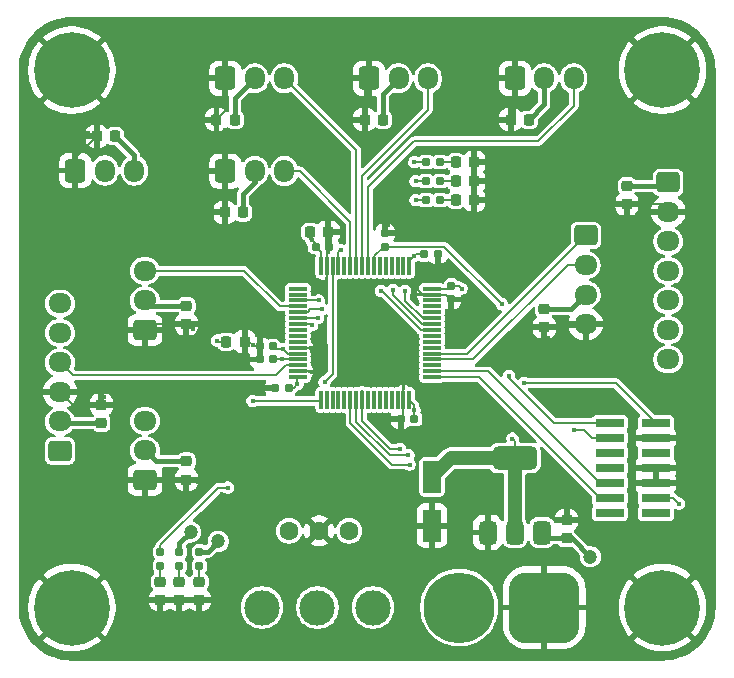
<source format=gbr>
%TF.GenerationSoftware,KiCad,Pcbnew,9.0.0-9.0.0-2~ubuntu22.04.1*%
%TF.CreationDate,2025-03-23T14:41:49+01:00*%
%TF.ProjectId,PCB_main_unit,5043425f-6d61-4696-9e5f-756e69742e6b,rev?*%
%TF.SameCoordinates,Original*%
%TF.FileFunction,Copper,L1,Top*%
%TF.FilePolarity,Positive*%
%FSLAX46Y46*%
G04 Gerber Fmt 4.6, Leading zero omitted, Abs format (unit mm)*
G04 Created by KiCad (PCBNEW 9.0.0-9.0.0-2~ubuntu22.04.1) date 2025-03-23 14:41:49*
%MOMM*%
%LPD*%
G01*
G04 APERTURE LIST*
G04 Aperture macros list*
%AMRoundRect*
0 Rectangle with rounded corners*
0 $1 Rounding radius*
0 $2 $3 $4 $5 $6 $7 $8 $9 X,Y pos of 4 corners*
0 Add a 4 corners polygon primitive as box body*
4,1,4,$2,$3,$4,$5,$6,$7,$8,$9,$2,$3,0*
0 Add four circle primitives for the rounded corners*
1,1,$1+$1,$2,$3*
1,1,$1+$1,$4,$5*
1,1,$1+$1,$6,$7*
1,1,$1+$1,$8,$9*
0 Add four rect primitives between the rounded corners*
20,1,$1+$1,$2,$3,$4,$5,0*
20,1,$1+$1,$4,$5,$6,$7,0*
20,1,$1+$1,$6,$7,$8,$9,0*
20,1,$1+$1,$8,$9,$2,$3,0*%
G04 Aperture macros list end*
%TA.AperFunction,SMDPad,CuDef*%
%ADD10RoundRect,0.155000X-0.212500X-0.155000X0.212500X-0.155000X0.212500X0.155000X-0.212500X0.155000X0*%
%TD*%
%TA.AperFunction,ComponentPad*%
%ADD11C,0.800000*%
%TD*%
%TA.AperFunction,ComponentPad*%
%ADD12C,6.400000*%
%TD*%
%TA.AperFunction,SMDPad,CuDef*%
%ADD13RoundRect,0.225000X-0.225000X-0.250000X0.225000X-0.250000X0.225000X0.250000X-0.225000X0.250000X0*%
%TD*%
%TA.AperFunction,SMDPad,CuDef*%
%ADD14RoundRect,0.218750X0.256250X-0.218750X0.256250X0.218750X-0.256250X0.218750X-0.256250X-0.218750X0*%
%TD*%
%TA.AperFunction,SMDPad,CuDef*%
%ADD15RoundRect,0.155000X0.155000X-0.212500X0.155000X0.212500X-0.155000X0.212500X-0.155000X-0.212500X0*%
%TD*%
%TA.AperFunction,ComponentPad*%
%ADD16RoundRect,0.250000X-0.600000X-0.725000X0.600000X-0.725000X0.600000X0.725000X-0.600000X0.725000X0*%
%TD*%
%TA.AperFunction,ComponentPad*%
%ADD17O,1.700000X1.950000*%
%TD*%
%TA.AperFunction,ComponentPad*%
%ADD18RoundRect,0.250000X0.725000X-0.600000X0.725000X0.600000X-0.725000X0.600000X-0.725000X-0.600000X0*%
%TD*%
%TA.AperFunction,ComponentPad*%
%ADD19O,1.950000X1.700000*%
%TD*%
%TA.AperFunction,SMDPad,CuDef*%
%ADD20RoundRect,0.155000X0.212500X0.155000X-0.212500X0.155000X-0.212500X-0.155000X0.212500X-0.155000X0*%
%TD*%
%TA.AperFunction,SMDPad,CuDef*%
%ADD21RoundRect,0.250000X-0.550000X1.137500X-0.550000X-1.137500X0.550000X-1.137500X0.550000X1.137500X0*%
%TD*%
%TA.AperFunction,SMDPad,CuDef*%
%ADD22RoundRect,0.225000X0.250000X-0.225000X0.250000X0.225000X-0.250000X0.225000X-0.250000X-0.225000X0*%
%TD*%
%TA.AperFunction,SMDPad,CuDef*%
%ADD23RoundRect,0.225000X0.225000X0.250000X-0.225000X0.250000X-0.225000X-0.250000X0.225000X-0.250000X0*%
%TD*%
%TA.AperFunction,SMDPad,CuDef*%
%ADD24RoundRect,0.375000X0.375000X-0.625000X0.375000X0.625000X-0.375000X0.625000X-0.375000X-0.625000X0*%
%TD*%
%TA.AperFunction,SMDPad,CuDef*%
%ADD25RoundRect,0.500000X1.400000X-0.500000X1.400000X0.500000X-1.400000X0.500000X-1.400000X-0.500000X0*%
%TD*%
%TA.AperFunction,ComponentPad*%
%ADD26RoundRect,1.500000X1.500000X1.500000X-1.500000X1.500000X-1.500000X-1.500000X1.500000X-1.500000X0*%
%TD*%
%TA.AperFunction,ComponentPad*%
%ADD27C,6.000000*%
%TD*%
%TA.AperFunction,SMDPad,CuDef*%
%ADD28RoundRect,0.075000X-0.075000X0.700000X-0.075000X-0.700000X0.075000X-0.700000X0.075000X0.700000X0*%
%TD*%
%TA.AperFunction,SMDPad,CuDef*%
%ADD29RoundRect,0.075000X-0.700000X0.075000X-0.700000X-0.075000X0.700000X-0.075000X0.700000X0.075000X0*%
%TD*%
%TA.AperFunction,SMDPad,CuDef*%
%ADD30RoundRect,0.218750X0.218750X0.256250X-0.218750X0.256250X-0.218750X-0.256250X0.218750X-0.256250X0*%
%TD*%
%TA.AperFunction,SMDPad,CuDef*%
%ADD31RoundRect,0.160000X-0.160000X0.197500X-0.160000X-0.197500X0.160000X-0.197500X0.160000X0.197500X0*%
%TD*%
%TA.AperFunction,SMDPad,CuDef*%
%ADD32RoundRect,0.225000X-0.250000X0.225000X-0.250000X-0.225000X0.250000X-0.225000X0.250000X0.225000X0*%
%TD*%
%TA.AperFunction,SMDPad,CuDef*%
%ADD33RoundRect,0.160000X-0.197500X-0.160000X0.197500X-0.160000X0.197500X0.160000X-0.197500X0.160000X0*%
%TD*%
%TA.AperFunction,ComponentPad*%
%ADD34C,3.000000*%
%TD*%
%TA.AperFunction,ComponentPad*%
%ADD35RoundRect,0.250000X-0.725000X0.600000X-0.725000X-0.600000X0.725000X-0.600000X0.725000X0.600000X0*%
%TD*%
%TA.AperFunction,SMDPad,CuDef*%
%ADD36R,2.400000X0.740000*%
%TD*%
%TA.AperFunction,ComponentPad*%
%ADD37C,1.600000*%
%TD*%
%TA.AperFunction,ViaPad*%
%ADD38C,0.450000*%
%TD*%
%TA.AperFunction,ViaPad*%
%ADD39C,1.200000*%
%TD*%
%TA.AperFunction,Conductor*%
%ADD40C,0.200000*%
%TD*%
%TA.AperFunction,Conductor*%
%ADD41C,0.400000*%
%TD*%
%TA.AperFunction,Conductor*%
%ADD42C,1.200000*%
%TD*%
G04 APERTURE END LIST*
D10*
%TO.P,C4,1*%
%TO.N,+3.3V*%
X143657500Y-101450000D03*
%TO.P,C4,2*%
%TO.N,GND*%
X144792500Y-101450000D03*
%TD*%
D11*
%TO.P,H2,1,1*%
%TO.N,GND*%
X170600000Y-132000000D03*
X171302944Y-130302944D03*
X171302944Y-133697056D03*
X173000000Y-129600000D03*
D12*
X173000000Y-132000000D03*
D11*
X173000000Y-134400000D03*
X174697056Y-130302944D03*
X174697056Y-133697056D03*
X175400000Y-132000000D03*
%TD*%
D13*
%TO.P,C20,1*%
%TO.N,GND*%
X147787500Y-90700000D03*
%TO.P,C20,2*%
%TO.N,+5V*%
X149337500Y-90700000D03*
%TD*%
D14*
%TO.P,D1,1,K*%
%TO.N,GND*%
X133800000Y-131375000D03*
%TO.P,D1,2,A*%
%TO.N,Net-(D1-A)*%
X133800000Y-129800000D03*
%TD*%
D15*
%TO.P,C8,1*%
%TO.N,NRST*%
X149525000Y-101450000D03*
%TO.P,C8,2*%
%TO.N,GND*%
X149525000Y-100315000D03*
%TD*%
D16*
%TO.P,J1,1,Pin_1*%
%TO.N,GND*%
X160500000Y-87200000D03*
D17*
%TO.P,J1,2,Pin_2*%
%TO.N,+5V*%
X163000000Y-87200000D03*
%TO.P,J1,3,Pin_3*%
%TO.N,TIM1_CH1_DOOR1*%
X165500000Y-87200000D03*
%TD*%
D13*
%TO.P,C13,1*%
%TO.N,GND*%
X125125000Y-92100000D03*
%TO.P,C13,2*%
%TO.N,+5V*%
X126675000Y-92100000D03*
%TD*%
D18*
%TO.P,J11,1,Pin_1*%
%TO.N,GND*%
X129200000Y-108500000D03*
D19*
%TO.P,J11,2,Pin_2*%
%TO.N,+5V*%
X129200000Y-106000000D03*
%TO.P,J11,3,Pin_3*%
%TO.N,TIM3_CH1_FOOD*%
X129200000Y-103500000D03*
%TD*%
D14*
%TO.P,D3,1,K*%
%TO.N,GND*%
X130500000Y-131375000D03*
%TO.P,D3,2,A*%
%TO.N,Net-(D3-A)*%
X130500000Y-129800000D03*
%TD*%
D13*
%TO.P,C19,1*%
%TO.N,GND*%
X135950000Y-98550000D03*
%TO.P,C19,2*%
%TO.N,+5V*%
X137500000Y-98550000D03*
%TD*%
D20*
%TO.P,C5,1*%
%TO.N,+3.3V*%
X151992500Y-116050000D03*
%TO.P,C5,2*%
%TO.N,GND*%
X150857500Y-116050000D03*
%TD*%
D11*
%TO.P,H4,1,1*%
%TO.N,GND*%
X120600000Y-86500000D03*
X121302944Y-84802944D03*
X121302944Y-88197056D03*
X123000000Y-84100000D03*
D12*
X123000000Y-86500000D03*
D11*
X123000000Y-88900000D03*
X124697056Y-84802944D03*
X124697056Y-88197056D03*
X125400000Y-86500000D03*
%TD*%
D21*
%TO.P,C2,1*%
%TO.N,+3.3V*%
X153500000Y-120937500D03*
%TO.P,C2,2*%
%TO.N,GND*%
X153500000Y-125062500D03*
%TD*%
D22*
%TO.P,C16,1*%
%TO.N,+5V*%
X125500000Y-116375000D03*
%TO.P,C16,2*%
%TO.N,GND*%
X125500000Y-114825000D03*
%TD*%
D23*
%TO.P,C6,1*%
%TO.N,GND*%
X137625000Y-109500000D03*
%TO.P,C6,2*%
%TO.N,+3.3V*%
X136075000Y-109500000D03*
%TD*%
D24*
%TO.P,U3,1,GND*%
%TO.N,GND*%
X158200000Y-125650000D03*
%TO.P,U3,2,VO*%
%TO.N,+3.3V*%
X160500000Y-125650000D03*
D25*
X160500000Y-119350000D03*
D24*
%TO.P,U3,3,VI*%
%TO.N,+5V*%
X162800000Y-125650000D03*
%TD*%
D14*
%TO.P,D2,1,K*%
%TO.N,GND*%
X132100000Y-131375000D03*
%TO.P,D2,2,A*%
%TO.N,Net-(D2-A)*%
X132100000Y-129800000D03*
%TD*%
D23*
%TO.P,C22,1*%
%TO.N,+5V*%
X161700000Y-90700000D03*
%TO.P,C22,2*%
%TO.N,GND*%
X160150000Y-90700000D03*
%TD*%
D22*
%TO.P,C14,1*%
%TO.N,GND*%
X132700000Y-108000000D03*
%TO.P,C14,2*%
%TO.N,+5V*%
X132700000Y-106450000D03*
%TD*%
D16*
%TO.P,J5,1,Pin_1*%
%TO.N,GND*%
X123300000Y-95000000D03*
D17*
%TO.P,J5,2,Pin_2*%
%TO.N,TIM2_CH2_LIGHT1*%
X125800000Y-95000000D03*
%TO.P,J5,3,Pin_3*%
%TO.N,+5V*%
X128300000Y-95000000D03*
%TD*%
D16*
%TO.P,J4,1,Pin_1*%
%TO.N,GND*%
X136000000Y-95050000D03*
D17*
%TO.P,J4,2,Pin_2*%
%TO.N,+5V*%
X138500000Y-95050000D03*
%TO.P,J4,3,Pin_3*%
%TO.N,TIM1_CH4_GARAGE*%
X141000000Y-95050000D03*
%TD*%
D18*
%TO.P,J10,1,Pin_1*%
%TO.N,GND*%
X129200000Y-121200000D03*
D19*
%TO.P,J10,2,Pin_2*%
%TO.N,+12V*%
X129200000Y-118700000D03*
%TO.P,J10,3,Pin_3*%
%TO.N,USART2_HD_XL430*%
X129200000Y-116200000D03*
%TD*%
D11*
%TO.P,H1,1,1*%
%TO.N,GND*%
X170600000Y-86500000D03*
X171302944Y-84802944D03*
X171302944Y-88197056D03*
X173000000Y-84100000D03*
D12*
X173000000Y-86500000D03*
D11*
X173000000Y-88900000D03*
X174697056Y-84802944D03*
X174697056Y-88197056D03*
X175400000Y-86500000D03*
%TD*%
D15*
%TO.P,C9,1*%
%TO.N,GND*%
X155125000Y-105917500D03*
%TO.P,C9,2*%
%TO.N,+3.3V*%
X155125000Y-104782500D03*
%TD*%
D10*
%TO.P,C11,1*%
%TO.N,+3.3V*%
X152832500Y-102100000D03*
%TO.P,C11,2*%
%TO.N,GND*%
X153967500Y-102100000D03*
%TD*%
D26*
%TO.P,J16,1,Pin_1*%
%TO.N,GND*%
X163000000Y-132000000D03*
D27*
%TO.P,J16,2,Pin_2*%
%TO.N,Net-(J16-Pin_2)*%
X155800000Y-132000000D03*
%TD*%
D20*
%TO.P,C12,1*%
%TO.N,+3.3V*%
X140067500Y-111000000D03*
%TO.P,C12,2*%
%TO.N,GND*%
X138932500Y-111000000D03*
%TD*%
D22*
%TO.P,C1,1*%
%TO.N,+5V*%
X164900000Y-126150000D03*
%TO.P,C1,2*%
%TO.N,GND*%
X164900000Y-124600000D03*
%TD*%
D28*
%TO.P,U2,1,VBAT*%
%TO.N,+3.3V*%
X151575000Y-103075000D03*
%TO.P,U2,2,PC13*%
%TO.N,unconnected-(U2-PC13-Pad2)*%
X151075000Y-103075000D03*
%TO.P,U2,3,PC14*%
%TO.N,unconnected-(U2-PC14-Pad3)*%
X150575000Y-103075000D03*
%TO.P,U2,4,PC15*%
%TO.N,unconnected-(U2-PC15-Pad4)*%
X150075000Y-103075000D03*
%TO.P,U2,5,PF0*%
%TO.N,unconnected-(U2-PF0-Pad5)*%
X149575000Y-103075000D03*
%TO.P,U2,6,PF1*%
%TO.N,unconnected-(U2-PF1-Pad6)*%
X149075000Y-103075000D03*
%TO.P,U2,7,PG10*%
%TO.N,NRST*%
X148575000Y-103075000D03*
%TO.P,U2,8,PC0*%
%TO.N,TIM1_CH1_DOOR1*%
X148075000Y-103075000D03*
%TO.P,U2,9,PC1*%
%TO.N,TIM1_CH2_DOOR2*%
X147575000Y-103075000D03*
%TO.P,U2,10,PC2*%
%TO.N,TIM1_CH3_DOOR3*%
X147075000Y-103075000D03*
%TO.P,U2,11,PC3*%
%TO.N,TIM1_CH4_GARAGE*%
X146575000Y-103075000D03*
%TO.P,U2,12,PA0*%
%TO.N,unconnected-(U2-PA0-Pad12)*%
X146075000Y-103075000D03*
%TO.P,U2,13,PA1*%
%TO.N,TIM2_CH2_LIGHT1*%
X145575000Y-103075000D03*
%TO.P,U2,14,PA2*%
%TO.N,USART2_HD_XL430*%
X145075000Y-103075000D03*
%TO.P,U2,15,VSS*%
%TO.N,GND*%
X144575000Y-103075000D03*
%TO.P,U2,16,VDD*%
%TO.N,+3.3V*%
X144075000Y-103075000D03*
D29*
%TO.P,U2,17,PA3*%
%TO.N,unconnected-(U2-PA3-Pad17)*%
X142150000Y-105000000D03*
%TO.P,U2,18,PA4*%
%TO.N,unconnected-(U2-PA4-Pad18)*%
X142150000Y-105500000D03*
%TO.P,U2,19,PA5*%
%TO.N,SPI1_SCK*%
X142150000Y-106000000D03*
%TO.P,U2,20,PA6*%
%TO.N,TIM3_CH1_FOOD*%
X142150000Y-106500000D03*
%TO.P,U2,21,PA7*%
%TO.N,SPI1_MOSI*%
X142150000Y-107000000D03*
%TO.P,U2,22,PC4*%
%TO.N,UART1_DEBUG_TX*%
X142150000Y-107500000D03*
%TO.P,U2,23,PC5*%
%TO.N,UART1_DEBUG_RX*%
X142150000Y-108000000D03*
%TO.P,U2,24,PB0*%
%TO.N,unconnected-(U2-PB0-Pad24)*%
X142150000Y-108500000D03*
%TO.P,U2,25,PB1*%
%TO.N,unconnected-(U2-PB1-Pad25)*%
X142150000Y-109000000D03*
%TO.P,U2,26,PB2*%
%TO.N,unconnected-(U2-PB2-Pad26)*%
X142150000Y-109500000D03*
%TO.P,U2,27,VSSA*%
%TO.N,GND*%
X142150000Y-110000000D03*
%TO.P,U2,28,VREF+*%
%TO.N,+3.3V*%
X142150000Y-110500000D03*
%TO.P,U2,29,VDDA*%
X142150000Y-111000000D03*
%TO.P,U2,30,PB10*%
%TO.N,UART3_TX_HC05*%
X142150000Y-111500000D03*
%TO.P,U2,31,VSS*%
%TO.N,GND*%
X142150000Y-112000000D03*
%TO.P,U2,32,VDD*%
%TO.N,+3.3V*%
X142150000Y-112500000D03*
D28*
%TO.P,U2,33,PB11*%
%TO.N,UART3_RX_HC05*%
X144075000Y-114425000D03*
%TO.P,U2,34,PB12*%
%TO.N,unconnected-(U2-PB12-Pad34)*%
X144575000Y-114425000D03*
%TO.P,U2,35,PB13*%
%TO.N,unconnected-(U2-PB13-Pad35)*%
X145075000Y-114425000D03*
%TO.P,U2,36,PB14*%
%TO.N,unconnected-(U2-PB14-Pad36)*%
X145575000Y-114425000D03*
%TO.P,U2,37,PB15*%
%TO.N,unconnected-(U2-PB15-Pad37)*%
X146075000Y-114425000D03*
%TO.P,U2,38,PC6*%
%TO.N,SPI_DC*%
X146575000Y-114425000D03*
%TO.P,U2,39,PC7*%
%TO.N,SPI_RST*%
X147075000Y-114425000D03*
%TO.P,U2,40,PC8*%
%TO.N,SPI_CS*%
X147575000Y-114425000D03*
%TO.P,U2,41,PC9*%
%TO.N,unconnected-(U2-PC9-Pad41)*%
X148075000Y-114425000D03*
%TO.P,U2,42,PA8*%
%TO.N,unconnected-(U2-PA8-Pad42)*%
X148575000Y-114425000D03*
%TO.P,U2,43,PA9*%
%TO.N,unconnected-(U2-PA9-Pad43)*%
X149075000Y-114425000D03*
%TO.P,U2,44,PA10*%
%TO.N,unconnected-(U2-PA10-Pad44)*%
X149575000Y-114425000D03*
%TO.P,U2,45,PA11*%
%TO.N,unconnected-(U2-PA11-Pad45)*%
X150075000Y-114425000D03*
%TO.P,U2,46,PA12*%
%TO.N,unconnected-(U2-PA12-Pad46)*%
X150575000Y-114425000D03*
%TO.P,U2,47,VSS*%
%TO.N,GND*%
X151075000Y-114425000D03*
%TO.P,U2,48,VDD*%
%TO.N,+3.3V*%
X151575000Y-114425000D03*
D29*
%TO.P,U2,49,PA13*%
%TO.N,SWDIO*%
X153500000Y-112500000D03*
%TO.P,U2,50,PA14*%
%TO.N,SWCLK*%
X153500000Y-112000000D03*
%TO.P,U2,51,PA15*%
%TO.N,unconnected-(U2-PA15-Pad51)*%
X153500000Y-111500000D03*
%TO.P,U2,52,PC10*%
%TO.N,UART4_TX_MP3*%
X153500000Y-111000000D03*
%TO.P,U2,53,PC11*%
%TO.N,UART4_RX_MP3*%
X153500000Y-110500000D03*
%TO.P,U2,54,PC12*%
%TO.N,unconnected-(U2-PC12-Pad54)*%
X153500000Y-110000000D03*
%TO.P,U2,55,PD2*%
%TO.N,unconnected-(U2-PD2-Pad55)*%
X153500000Y-109500000D03*
%TO.P,U2,56,PB3*%
%TO.N,unconnected-(U2-PB3-Pad56)*%
X153500000Y-109000000D03*
%TO.P,U2,57,PB4*%
%TO.N,LED1*%
X153500000Y-108500000D03*
%TO.P,U2,58,PB5*%
%TO.N,LED2*%
X153500000Y-108000000D03*
%TO.P,U2,59,PB6*%
%TO.N,LED3*%
X153500000Y-107500000D03*
%TO.P,U2,60,PB7*%
%TO.N,unconnected-(U2-PB7-Pad60)*%
X153500000Y-107000000D03*
%TO.P,U2,61,PB8*%
%TO.N,unconnected-(U2-PB8-Pad61)*%
X153500000Y-106500000D03*
%TO.P,U2,62,PB9*%
%TO.N,unconnected-(U2-PB9-Pad62)*%
X153500000Y-106000000D03*
%TO.P,U2,63,VSS*%
%TO.N,GND*%
X153500000Y-105500000D03*
%TO.P,U2,64,VDD*%
%TO.N,+3.3V*%
X153500000Y-105000000D03*
%TD*%
D30*
%TO.P,D6,1,K*%
%TO.N,GND*%
X157087500Y-94300000D03*
%TO.P,D6,2,A*%
%TO.N,Net-(D6-A)*%
X155512500Y-94300000D03*
%TD*%
%TO.P,D5,1,K*%
%TO.N,GND*%
X157075000Y-95900000D03*
%TO.P,D5,2,A*%
%TO.N,Net-(D5-A)*%
X155500000Y-95900000D03*
%TD*%
D18*
%TO.P,J9,1,Pin_1*%
%TO.N,unconnected-(J9-Pin_1-Pad1)*%
X122000000Y-118750000D03*
D19*
%TO.P,J9,2,Pin_2*%
%TO.N,+5V*%
X122000000Y-116250000D03*
%TO.P,J9,3,Pin_3*%
%TO.N,GND*%
X122000000Y-113750000D03*
%TO.P,J9,4,Pin_4*%
%TO.N,UART3_TX_HC05*%
X122000000Y-111250000D03*
%TO.P,J9,5,Pin_5*%
%TO.N,UART3_RX_HC05*%
X122000000Y-108750000D03*
%TO.P,J9,6,Pin_6*%
%TO.N,unconnected-(J9-Pin_6-Pad6)*%
X122000000Y-106250000D03*
%TD*%
D16*
%TO.P,J3,1,Pin_1*%
%TO.N,GND*%
X136000000Y-87200000D03*
D17*
%TO.P,J3,2,Pin_2*%
%TO.N,+5V*%
X138500000Y-87200000D03*
%TO.P,J3,3,Pin_3*%
%TO.N,TIM1_CH3_DOOR3*%
X141000000Y-87200000D03*
%TD*%
D31*
%TO.P,R2,1*%
%TO.N,+5V*%
X132100000Y-127290000D03*
%TO.P,R2,2*%
%TO.N,Net-(D2-A)*%
X132100000Y-128485000D03*
%TD*%
D13*
%TO.P,C21,1*%
%TO.N,GND*%
X135250000Y-90700000D03*
%TO.P,C21,2*%
%TO.N,+5V*%
X136800000Y-90700000D03*
%TD*%
D30*
%TO.P,D4,1,K*%
%TO.N,GND*%
X157087500Y-97500000D03*
%TO.P,D4,2,A*%
%TO.N,Net-(D4-A)*%
X155512500Y-97500000D03*
%TD*%
D20*
%TO.P,C10,1*%
%TO.N,+3.3V*%
X140035000Y-109900000D03*
%TO.P,C10,2*%
%TO.N,GND*%
X138900000Y-109900000D03*
%TD*%
D32*
%TO.P,C15,1*%
%TO.N,+12V*%
X132700000Y-119625000D03*
%TO.P,C15,2*%
%TO.N,GND*%
X132700000Y-121175000D03*
%TD*%
D22*
%TO.P,C18,1*%
%TO.N,GND*%
X170000000Y-97850000D03*
%TO.P,C18,2*%
%TO.N,+5V*%
X170000000Y-96300000D03*
%TD*%
D11*
%TO.P,H3,1,1*%
%TO.N,GND*%
X120600000Y-132000000D03*
X121302944Y-130302944D03*
X121302944Y-133697056D03*
X123000000Y-129600000D03*
D12*
X123000000Y-132000000D03*
D11*
X123000000Y-134400000D03*
X124697056Y-130302944D03*
X124697056Y-133697056D03*
X125400000Y-132000000D03*
%TD*%
D33*
%TO.P,R4,1*%
%TO.N,LED3*%
X153005000Y-97510000D03*
%TO.P,R4,2*%
%TO.N,Net-(D4-A)*%
X154200000Y-97510000D03*
%TD*%
D20*
%TO.P,C7,1*%
%TO.N,+3.3V*%
X141367500Y-113400000D03*
%TO.P,C7,2*%
%TO.N,GND*%
X140232500Y-113400000D03*
%TD*%
D34*
%TO.P,SW1,1,A*%
%TO.N,+12V*%
X139100000Y-132000000D03*
%TO.P,SW1,2,B*%
%TO.N,Net-(J16-Pin_2)*%
X143800000Y-132000000D03*
%TO.P,SW1,3,C*%
%TO.N,unconnected-(SW1-C-Pad3)*%
X148500000Y-132000000D03*
%TD*%
D35*
%TO.P,J13,1,Pin_1*%
%TO.N,+5V*%
X173500000Y-96000000D03*
D19*
%TO.P,J13,2,Pin_2*%
%TO.N,GND*%
X173500000Y-98500000D03*
%TO.P,J13,3,Pin_3*%
%TO.N,SPI1_SCK*%
X173500000Y-101000000D03*
%TO.P,J13,4,Pin_4*%
%TO.N,SPI1_MOSI*%
X173500000Y-103500000D03*
%TO.P,J13,5,Pin_5*%
%TO.N,SPI_CS*%
X173500000Y-106000000D03*
%TO.P,J13,6,Pin_6*%
%TO.N,SPI_RST*%
X173500000Y-108500000D03*
%TO.P,J13,7,Pin_7*%
%TO.N,SPI_DC*%
X173500000Y-111000000D03*
%TD*%
D32*
%TO.P,C17,1*%
%TO.N,+5V*%
X163000000Y-106725000D03*
%TO.P,C17,2*%
%TO.N,GND*%
X163000000Y-108275000D03*
%TD*%
D16*
%TO.P,J2,1,Pin_1*%
%TO.N,GND*%
X148162500Y-87200000D03*
D17*
%TO.P,J2,2,Pin_2*%
%TO.N,+5V*%
X150662500Y-87200000D03*
%TO.P,J2,3,Pin_3*%
%TO.N,TIM1_CH2_DOOR2*%
X153162500Y-87200000D03*
%TD*%
D35*
%TO.P,J12,1,Pin_1*%
%TO.N,UART4_RX_MP3*%
X166500000Y-100500000D03*
D19*
%TO.P,J12,2,Pin_2*%
%TO.N,UART4_TX_MP3*%
X166500000Y-103000000D03*
%TO.P,J12,3,Pin_3*%
%TO.N,+5V*%
X166500000Y-105500000D03*
%TO.P,J12,4,Pin_4*%
%TO.N,GND*%
X166500000Y-108000000D03*
%TD*%
D31*
%TO.P,R3,1*%
%TO.N,+3.3V*%
X130500000Y-127290000D03*
%TO.P,R3,2*%
%TO.N,Net-(D3-A)*%
X130500000Y-128485000D03*
%TD*%
%TO.P,R1,1*%
%TO.N,+12V*%
X133800000Y-127290000D03*
%TO.P,R1,2*%
%TO.N,Net-(D1-A)*%
X133800000Y-128485000D03*
%TD*%
D33*
%TO.P,R6,1*%
%TO.N,LED1*%
X153005000Y-94290000D03*
%TO.P,R6,2*%
%TO.N,Net-(D6-A)*%
X154200000Y-94290000D03*
%TD*%
%TO.P,R5,1*%
%TO.N,LED2*%
X152992500Y-95900000D03*
%TO.P,R5,2*%
%TO.N,Net-(D5-A)*%
X154187500Y-95900000D03*
%TD*%
D36*
%TO.P,J14,1,NC*%
%TO.N,unconnected-(J14-NC-Pad1)*%
X172450000Y-124000000D03*
%TO.P,J14,2,NC*%
%TO.N,unconnected-(J14-NC-Pad2)*%
X168550000Y-124000000D03*
%TO.P,J14,3,VCC*%
%TO.N,+3.3V*%
X172450000Y-122730000D03*
%TO.P,J14,4,JTMS/SWDIO*%
%TO.N,SWDIO*%
X168550000Y-122730000D03*
%TO.P,J14,5,GND*%
%TO.N,GND*%
X172450000Y-121460000D03*
%TO.P,J14,6,JCLK/SWCLK*%
%TO.N,SWCLK*%
X168550000Y-121460000D03*
%TO.P,J14,7,GND*%
%TO.N,GND*%
X172450000Y-120190000D03*
%TO.P,J14,8,JTDO/SWO*%
%TO.N,unconnected-(J14-JTDO{slash}SWO-Pad8)*%
X168550000Y-120190000D03*
%TO.P,J14,9,JRCLK/NC*%
%TO.N,unconnected-(J14-JRCLK{slash}NC-Pad9)*%
X172450000Y-118920000D03*
%TO.P,J14,10,JTDI/NC*%
%TO.N,unconnected-(J14-JTDI{slash}NC-Pad10)*%
X168550000Y-118920000D03*
%TO.P,J14,11,GNDDetect*%
%TO.N,GND*%
X172450000Y-117650000D03*
%TO.P,J14,12,~{RST}*%
%TO.N,NRST*%
X168550000Y-117650000D03*
%TO.P,J14,13,VCP_RX*%
%TO.N,UART1_DEBUG_RX*%
X172450000Y-116380000D03*
%TO.P,J14,14,VCP_TX*%
%TO.N,UART1_DEBUG_TX*%
X168550000Y-116380000D03*
%TD*%
D37*
%TO.P,U1,1,VIN*%
%TO.N,+12V*%
X141400000Y-125500000D03*
%TO.P,U1,2,GND*%
%TO.N,GND*%
X143940000Y-125500000D03*
%TO.P,U1,3,VOUT*%
%TO.N,+5V*%
X146480000Y-125500000D03*
%TD*%
D13*
%TO.P,C3,1*%
%TO.N,+3.3V*%
X143175000Y-100200000D03*
%TO.P,C3,2*%
%TO.N,GND*%
X144725000Y-100200000D03*
%TD*%
D38*
%TO.N,GND*%
X144400000Y-104400000D03*
X145950000Y-116250000D03*
X159300000Y-90700000D03*
X148950000Y-120000000D03*
X133700000Y-121400000D03*
X157750000Y-97500000D03*
X125900000Y-102100000D03*
X129650000Y-98950000D03*
X157050000Y-125650000D03*
X143650000Y-117750000D03*
X154950000Y-125050000D03*
X152150000Y-104900000D03*
X141000000Y-92250000D03*
X131000000Y-84300000D03*
X120550000Y-99250000D03*
X164100000Y-115550000D03*
X150250000Y-116050000D03*
X139650000Y-113450000D03*
X143333135Y-110293365D03*
X128650000Y-125200000D03*
X149800000Y-99600000D03*
X134100000Y-118650000D03*
X129500000Y-89000000D03*
X124400000Y-91800000D03*
X145250000Y-94250000D03*
X168700000Y-134050000D03*
X138400000Y-111000000D03*
X130500000Y-132000000D03*
X175750000Y-91750000D03*
X157200000Y-90200000D03*
X134250000Y-90700000D03*
X163300000Y-109200000D03*
X139900000Y-83400000D03*
X141450000Y-99550000D03*
X169300000Y-93700000D03*
X122000000Y-122500000D03*
X140250000Y-121850000D03*
X136350000Y-130250000D03*
X132100000Y-132050000D03*
X174300000Y-117650000D03*
X157600000Y-101300000D03*
X170000000Y-98700000D03*
X138650000Y-101450000D03*
X157750000Y-95900000D03*
X155100000Y-107050000D03*
X133200000Y-102450000D03*
X128250000Y-134300000D03*
X157800000Y-94300000D03*
X169500000Y-89250000D03*
X147750000Y-128050000D03*
X138300000Y-109800000D03*
X143350000Y-112100000D03*
X133300000Y-108400000D03*
X174350000Y-120200000D03*
X158200000Y-114300000D03*
X125700000Y-114200000D03*
X174350000Y-121450000D03*
X138200000Y-107900000D03*
X144675000Y-101900612D03*
X164900000Y-123750000D03*
X169400000Y-128100000D03*
X164450000Y-95450000D03*
X135950000Y-91600000D03*
X151050000Y-112900000D03*
X136000000Y-99250000D03*
X134550000Y-113550000D03*
X133800000Y-132050000D03*
X146862500Y-90700000D03*
D39*
%TO.N,+5V*%
X133050000Y-125600000D03*
X166900000Y-127700000D03*
D38*
%TO.N,+3.3V*%
X136200000Y-121850000D03*
X143300000Y-100900000D03*
X156000000Y-105000000D03*
X160300000Y-117700000D03*
X142100000Y-113100000D03*
X152000000Y-115300000D03*
X135300000Y-109400000D03*
X140800000Y-111000000D03*
X140900000Y-110100000D03*
X174400000Y-123200000D03*
X152000000Y-102200000D03*
%TO.N,NRST*%
X165500000Y-117000000D03*
X159400000Y-106300000D03*
%TO.N,TIM2_CH2_LIGHT1*%
X145750000Y-101750000D03*
%TO.N,UART3_RX_HC05*%
X138300000Y-114500000D03*
%TO.N,USART2_HD_XL430*%
X144400000Y-112900000D03*
D39*
%TO.N,+12V*%
X135400000Y-126400000D03*
D38*
%TO.N,SPI_CS*%
X150800000Y-118575000D03*
%TO.N,SPI_DC*%
X151600000Y-119900000D03*
%TO.N,SPI_RST*%
X151500000Y-119100000D03*
%TO.N,SPI1_MOSI*%
X144170022Y-106753052D03*
%TO.N,SPI1_SCK*%
X143900000Y-106000000D03*
%TO.N,UART1_DEBUG_RX*%
X161300000Y-113000000D03*
X143324389Y-108099999D03*
%TO.N,UART1_DEBUG_TX*%
X143821345Y-107473072D03*
X160000000Y-112400000D03*
%TO.N,LED3*%
X151200000Y-105200000D03*
X152100000Y-97500000D03*
%TO.N,LED2*%
X150200000Y-105100000D03*
X152100000Y-95900000D03*
%TO.N,LED1*%
X149200000Y-105200000D03*
X152000000Y-94300000D03*
%TD*%
D40*
%TO.N,NRST*%
X165500000Y-117000000D02*
X166400000Y-117000000D01*
X166400000Y-117000000D02*
X167050000Y-117650000D01*
X167050000Y-117650000D02*
X168550000Y-117650000D01*
%TO.N,SPI_DC*%
X151600000Y-119900000D02*
X150100000Y-119900000D01*
X150100000Y-119900000D02*
X146575000Y-116375000D01*
X146575000Y-116375000D02*
X146575000Y-114425000D01*
%TO.N,SPI_RST*%
X151500000Y-119100000D02*
X149900000Y-119100000D01*
X149900000Y-119100000D02*
X147075000Y-116275000D01*
X147075000Y-116275000D02*
X147075000Y-114425000D01*
%TO.N,SPI_CS*%
X149975000Y-118575000D02*
X147575000Y-116175000D01*
X150800000Y-118575000D02*
X149975000Y-118575000D01*
X147575000Y-116175000D02*
X147575000Y-113617590D01*
X147575000Y-113617590D02*
X147575000Y-114425000D01*
%TO.N,GND*%
X135250000Y-90700000D02*
X134250000Y-90700000D01*
X124700000Y-92100000D02*
X124400000Y-91800000D01*
X133800000Y-131375000D02*
X133800000Y-132050000D01*
X153967500Y-103082500D02*
X152150000Y-104900000D01*
X140232500Y-113400000D02*
X139700000Y-113400000D01*
X172850000Y-97850000D02*
X173500000Y-98500000D01*
X136000000Y-89950000D02*
X135250000Y-90700000D01*
X152692590Y-105500000D02*
X152150000Y-104957410D01*
X147787500Y-90700000D02*
X146862500Y-90700000D01*
X142118057Y-111968057D02*
X142150000Y-112000000D01*
X143039770Y-110000000D02*
X143333135Y-110293365D01*
X138900000Y-109900000D02*
X138400000Y-109900000D01*
X144575000Y-102000612D02*
X144675000Y-101900612D01*
X153967500Y-102100000D02*
X154100000Y-102100000D01*
X144792500Y-101450000D02*
X144792500Y-101783112D01*
X123300000Y-93925000D02*
X123300000Y-95000000D01*
X132100000Y-131375000D02*
X132100000Y-132050000D01*
X151075000Y-113375000D02*
X151050000Y-113350000D01*
X149525000Y-99875000D02*
X149800000Y-99600000D01*
X144575000Y-101667500D02*
X144792500Y-101450000D01*
X132700000Y-121175000D02*
X133475000Y-121175000D01*
X174340000Y-120190000D02*
X174350000Y-120200000D01*
X147787500Y-90700000D02*
X147787500Y-87575000D01*
X155125000Y-107025000D02*
X155100000Y-107050000D01*
X144575000Y-103075000D02*
X144575000Y-102000612D01*
X160500000Y-90350000D02*
X160150000Y-90700000D01*
X155125000Y-105917500D02*
X155125000Y-107025000D01*
X166225000Y-108275000D02*
X166500000Y-108000000D01*
X142150000Y-112000000D02*
X143250000Y-112000000D01*
X139700000Y-113400000D02*
X139650000Y-113450000D01*
X138932500Y-111000000D02*
X138400000Y-111000000D01*
X136000000Y-95050000D02*
X136000000Y-98500000D01*
X151075000Y-115832500D02*
X151075000Y-114425000D01*
X138000000Y-109500000D02*
X138300000Y-109800000D01*
X137625000Y-109500000D02*
X138000000Y-109500000D01*
X153500000Y-125062500D02*
X154937500Y-125062500D01*
X129700000Y-108000000D02*
X129200000Y-108500000D01*
X123300000Y-93925000D02*
X125125000Y-92100000D01*
X160150000Y-90700000D02*
X159300000Y-90700000D01*
X152150000Y-104957410D02*
X152150000Y-104900000D01*
X138400000Y-109900000D02*
X138300000Y-109800000D01*
X160500000Y-87200000D02*
X160500000Y-90350000D01*
X132900000Y-108000000D02*
X133300000Y-108400000D01*
X163000000Y-108275000D02*
X166225000Y-108275000D01*
X132700000Y-108000000D02*
X129700000Y-108000000D01*
X150857500Y-116050000D02*
X150250000Y-116050000D01*
X172450000Y-121460000D02*
X174340000Y-121460000D01*
X154707500Y-105500000D02*
X155125000Y-105917500D01*
X133475000Y-121175000D02*
X133700000Y-121400000D01*
X144792500Y-101783112D02*
X144675000Y-101900612D01*
X151075000Y-114425000D02*
X151075000Y-113375000D01*
X163000000Y-108275000D02*
X163000000Y-108900000D01*
X144575000Y-103075000D02*
X144575000Y-104225000D01*
X153500000Y-105500000D02*
X154707500Y-105500000D01*
X158200000Y-125650000D02*
X157050000Y-125650000D01*
X135950000Y-98550000D02*
X135950000Y-99200000D01*
X157075000Y-95900000D02*
X157750000Y-95900000D01*
X160150000Y-87550000D02*
X160500000Y-87200000D01*
X157087500Y-94300000D02*
X157800000Y-94300000D01*
X172450000Y-117650000D02*
X174300000Y-117650000D01*
X132700000Y-108000000D02*
X132900000Y-108000000D01*
X144575000Y-104225000D02*
X144400000Y-104400000D01*
X172450000Y-120190000D02*
X172450000Y-121460000D01*
X164900000Y-124600000D02*
X164900000Y-123750000D01*
X125500000Y-114825000D02*
X125500000Y-114400000D01*
X147787500Y-87575000D02*
X148162500Y-87200000D01*
X157087500Y-97500000D02*
X157750000Y-97500000D01*
X143250000Y-112000000D02*
X143350000Y-112100000D01*
X125500000Y-114400000D02*
X125700000Y-114200000D01*
X129225000Y-121175000D02*
X129200000Y-121200000D01*
X144792500Y-101450000D02*
X144792500Y-100267500D01*
X163000000Y-108900000D02*
X163300000Y-109200000D01*
X170000000Y-97850000D02*
X172850000Y-97850000D01*
X142150000Y-110000000D02*
X143039770Y-110000000D01*
X150857500Y-116050000D02*
X151075000Y-115832500D01*
X135950000Y-99200000D02*
X136000000Y-99250000D01*
X153500000Y-105500000D02*
X152692590Y-105500000D01*
X151050000Y-113350000D02*
X151050000Y-112900000D01*
X154937500Y-125062500D02*
X154950000Y-125050000D01*
X172450000Y-120190000D02*
X174340000Y-120190000D01*
X153967500Y-102100000D02*
X153967500Y-103082500D01*
X149525000Y-100315000D02*
X149525000Y-99875000D01*
X174340000Y-121460000D02*
X174350000Y-121450000D01*
X170000000Y-97850000D02*
X170000000Y-98700000D01*
X125500000Y-114825000D02*
X123075000Y-114825000D01*
X136000000Y-87200000D02*
X136000000Y-89950000D01*
X125125000Y-92100000D02*
X124700000Y-92100000D01*
X144792500Y-100267500D02*
X144725000Y-100200000D01*
X132700000Y-121175000D02*
X129225000Y-121175000D01*
X130500000Y-131375000D02*
X130500000Y-132000000D01*
X136000000Y-98500000D02*
X135950000Y-98550000D01*
X123075000Y-114825000D02*
X122000000Y-113750000D01*
D41*
%TO.N,+5V*%
X163000000Y-87200000D02*
X163000000Y-89400000D01*
X164900000Y-126150000D02*
X163300000Y-126150000D01*
X164900000Y-126150000D02*
X165350000Y-126150000D01*
X149337500Y-90700000D02*
X149337500Y-88525000D01*
X170000000Y-96300000D02*
X173200000Y-96300000D01*
X132700000Y-106450000D02*
X129650000Y-106450000D01*
X128300000Y-93725000D02*
X126675000Y-92100000D01*
X138500000Y-95950000D02*
X137500000Y-96950000D01*
X163300000Y-126150000D02*
X162800000Y-125650000D01*
X128300000Y-95000000D02*
X128300000Y-93725000D01*
X165350000Y-126150000D02*
X166900000Y-127700000D01*
X165275000Y-106725000D02*
X166500000Y-105500000D01*
X173200000Y-96300000D02*
X173500000Y-96000000D01*
X125500000Y-116375000D02*
X122125000Y-116375000D01*
X132100000Y-126550000D02*
X133050000Y-125600000D01*
X149337500Y-88525000D02*
X150662500Y-87200000D01*
X163000000Y-89400000D02*
X161700000Y-90700000D01*
X138500000Y-95050000D02*
X138500000Y-95950000D01*
X137500000Y-98550000D02*
X137500000Y-96950000D01*
X136800000Y-90700000D02*
X136800000Y-88900000D01*
X163000000Y-106725000D02*
X165275000Y-106725000D01*
X132100000Y-127290000D02*
X132100000Y-126550000D01*
X122125000Y-116375000D02*
X122000000Y-116250000D01*
X129650000Y-106450000D02*
X129200000Y-106000000D01*
X136800000Y-88900000D02*
X138500000Y-87200000D01*
D40*
%TO.N,+3.3V*%
X144075000Y-101867500D02*
X143657500Y-101450000D01*
X142150000Y-110500000D02*
X141300000Y-110500000D01*
X130500000Y-126735786D02*
X135385786Y-121850000D01*
X140235000Y-110100000D02*
X140035000Y-109900000D01*
X130500000Y-127290000D02*
X130500000Y-126735786D01*
X142100000Y-112550000D02*
X142150000Y-112500000D01*
X154907500Y-105000000D02*
X155125000Y-104782500D01*
X135400000Y-109500000D02*
X135300000Y-109400000D01*
X142100000Y-113100000D02*
X141800000Y-113400000D01*
X152000000Y-115300000D02*
X152000000Y-114850000D01*
X140067500Y-111000000D02*
X140800000Y-111000000D01*
D42*
X160500000Y-119350000D02*
X155087500Y-119350000D01*
D40*
X155125000Y-104782500D02*
X155782500Y-104782500D01*
X173930000Y-122730000D02*
X174400000Y-123200000D01*
X151575000Y-102625000D02*
X151575000Y-103075000D01*
X152832500Y-102100000D02*
X152100000Y-102100000D01*
X143175000Y-100200000D02*
X143175000Y-100775000D01*
X153500000Y-105000000D02*
X154907500Y-105000000D01*
X152000000Y-115300000D02*
X151992500Y-115307500D01*
X152000000Y-114850000D02*
X151575000Y-114425000D01*
X142100000Y-113100000D02*
X142100000Y-112550000D01*
X151992500Y-115307500D02*
X151992500Y-116050000D01*
X152000000Y-102200000D02*
X151575000Y-102625000D01*
X141800000Y-113400000D02*
X141367500Y-113400000D01*
X172450000Y-122730000D02*
X173930000Y-122730000D01*
D42*
X160500000Y-119350000D02*
X160500000Y-125650000D01*
D40*
X155782500Y-104782500D02*
X156000000Y-105000000D01*
X160500000Y-117900000D02*
X160300000Y-117700000D01*
X140900000Y-110100000D02*
X140235000Y-110100000D01*
X143657500Y-101450000D02*
X143657500Y-101257500D01*
X160500000Y-119350000D02*
X160500000Y-117900000D01*
X135385786Y-121850000D02*
X136200000Y-121850000D01*
X152100000Y-102100000D02*
X152000000Y-102200000D01*
D42*
X155087500Y-119350000D02*
X153500000Y-120937500D01*
D40*
X160500000Y-118500000D02*
X160500000Y-119350000D01*
X143657500Y-101257500D02*
X143300000Y-100900000D01*
X144075000Y-103075000D02*
X144075000Y-101867500D01*
X136075000Y-109500000D02*
X135400000Y-109500000D01*
X141300000Y-110500000D02*
X140900000Y-110100000D01*
X143175000Y-100775000D02*
X143300000Y-100900000D01*
X142150000Y-111000000D02*
X140800000Y-111000000D01*
%TO.N,NRST*%
X154550000Y-101450000D02*
X159400000Y-106300000D01*
X148575000Y-102267590D02*
X148575000Y-103075000D01*
X149525000Y-101450000D02*
X149392590Y-101450000D01*
X149392590Y-101450000D02*
X148575000Y-102267590D01*
X149525000Y-101450000D02*
X154550000Y-101450000D01*
%TO.N,Net-(D1-A)*%
X133800000Y-128485000D02*
X133800000Y-129800000D01*
%TO.N,Net-(D2-A)*%
X132100000Y-128485000D02*
X132100000Y-129800000D01*
%TO.N,Net-(D3-A)*%
X130500000Y-128485000D02*
X130500000Y-129800000D01*
%TO.N,Net-(D4-A)*%
X155512500Y-97500000D02*
X154210000Y-97500000D01*
X154210000Y-97500000D02*
X154200000Y-97510000D01*
%TO.N,Net-(D5-A)*%
X155500000Y-95900000D02*
X154187500Y-95900000D01*
%TO.N,Net-(D6-A)*%
X154210000Y-94300000D02*
X154200000Y-94290000D01*
X155512500Y-94300000D02*
X154210000Y-94300000D01*
%TO.N,TIM1_CH1_DOOR1*%
X165500000Y-87200000D02*
X165500000Y-89500000D01*
X152000000Y-92500000D02*
X148100000Y-96400000D01*
X162500000Y-92500000D02*
X152000000Y-92500000D01*
X148100000Y-96400000D02*
X148100000Y-98190028D01*
X148100000Y-98190028D02*
X148075000Y-98215028D01*
X165500000Y-89500000D02*
X162500000Y-92500000D01*
X148075000Y-98215028D02*
X148075000Y-103075000D01*
%TO.N,TIM1_CH2_DOOR2*%
X153162500Y-89837500D02*
X153162500Y-87200000D01*
X147575000Y-103075000D02*
X147575000Y-95425000D01*
X147575000Y-95425000D02*
X153162500Y-89837500D01*
%TO.N,TIM1_CH3_DOOR3*%
X147075000Y-93275000D02*
X147075000Y-103075000D01*
X147075000Y-103075000D02*
X147026000Y-103026000D01*
X141000000Y-87200000D02*
X147075000Y-93275000D01*
%TO.N,TIM1_CH4_GARAGE*%
X142300000Y-95050000D02*
X146575000Y-99325000D01*
X141000000Y-95050000D02*
X142300000Y-95050000D01*
X146575000Y-99325000D02*
X146575000Y-103075000D01*
X146575000Y-103075000D02*
X146526000Y-103026000D01*
%TO.N,TIM2_CH2_LIGHT1*%
X145575000Y-101925000D02*
X145750000Y-101750000D01*
X145575000Y-103075000D02*
X145575000Y-101925000D01*
%TO.N,UART3_RX_HC05*%
X144000000Y-114500000D02*
X144075000Y-114425000D01*
X138300000Y-114500000D02*
X144000000Y-114500000D01*
%TO.N,UART3_TX_HC05*%
X141150000Y-111500000D02*
X140300000Y-112350000D01*
X140300000Y-112350000D02*
X123100000Y-112350000D01*
X142150000Y-111500000D02*
X141150000Y-111500000D01*
X123100000Y-112350000D02*
X122000000Y-111250000D01*
%TO.N,USART2_HD_XL430*%
X144400000Y-112900000D02*
X145075000Y-112225000D01*
X145075000Y-112225000D02*
X145075000Y-103075000D01*
D41*
%TO.N,+12V*%
X133800000Y-127290000D02*
X134510000Y-127290000D01*
X134510000Y-127290000D02*
X135400000Y-126400000D01*
X132700000Y-119625000D02*
X130125000Y-119625000D01*
X130125000Y-119625000D02*
X129200000Y-118700000D01*
D40*
%TO.N,TIM3_CH1_FOOD*%
X140600000Y-106500000D02*
X137600000Y-103500000D01*
X142150000Y-106500000D02*
X140600000Y-106500000D01*
X137600000Y-103500000D02*
X129200000Y-103500000D01*
%TO.N,UART4_TX_MP3*%
X166500000Y-103000000D02*
X165000000Y-103000000D01*
X157000000Y-111000000D02*
X153500000Y-111000000D01*
X165000000Y-103000000D02*
X157000000Y-111000000D01*
%TO.N,UART4_RX_MP3*%
X156500000Y-110500000D02*
X153500000Y-110500000D01*
X166500000Y-100500000D02*
X156500000Y-110500000D01*
%TO.N,SPI1_MOSI*%
X144170022Y-106753052D02*
X143204358Y-106753052D01*
X142957410Y-107000000D02*
X142150000Y-107000000D01*
X143204358Y-106753052D02*
X142957410Y-107000000D01*
%TO.N,SPI1_SCK*%
X143900000Y-106000000D02*
X142150000Y-106000000D01*
%TO.N,SWCLK*%
X168550000Y-121460000D02*
X167720000Y-121460000D01*
X167720000Y-121460000D02*
X158260000Y-112000000D01*
X158260000Y-112000000D02*
X153500000Y-112000000D01*
%TO.N,SWDIO*%
X167720000Y-122730000D02*
X157490000Y-112500000D01*
X157490000Y-112500000D02*
X153500000Y-112500000D01*
X168550000Y-122730000D02*
X167720000Y-122730000D01*
%TO.N,UART1_DEBUG_RX*%
X143224390Y-108000000D02*
X142150000Y-108000000D01*
X161300000Y-113000000D02*
X169070000Y-113000000D01*
X143324389Y-108099999D02*
X143224390Y-108000000D01*
X169070000Y-113000000D02*
X172450000Y-116380000D01*
%TO.N,UART1_DEBUG_TX*%
X160000000Y-112548529D02*
X160000000Y-112400000D01*
X143821345Y-107473072D02*
X143794417Y-107500000D01*
X163831471Y-116380000D02*
X160000000Y-112548529D01*
X143794417Y-107500000D02*
X142150000Y-107500000D01*
X168550000Y-116380000D02*
X163831471Y-116380000D01*
%TO.N,LED3*%
X152110000Y-97510000D02*
X153005000Y-97510000D01*
X152100000Y-97500000D02*
X152110000Y-97510000D01*
X151200000Y-106007410D02*
X151200000Y-105200000D01*
X153500000Y-107500000D02*
X152692590Y-107500000D01*
X152692590Y-107500000D02*
X151200000Y-106007410D01*
%TO.N,LED2*%
X150200000Y-105573096D02*
X150200000Y-105100000D01*
X152100000Y-95900000D02*
X152992500Y-95900000D01*
X153500000Y-108000000D02*
X152626904Y-108000000D01*
X152626904Y-108000000D02*
X150200000Y-105573096D01*
%TO.N,LED1*%
X153500000Y-108500000D02*
X152561218Y-108500000D01*
X149261218Y-105200000D02*
X149200000Y-105200000D01*
X152000000Y-94300000D02*
X152995000Y-94300000D01*
X152995000Y-94300000D02*
X153005000Y-94290000D01*
X152561218Y-108500000D02*
X149261218Y-105200000D01*
%TD*%
%TA.AperFunction,Conductor*%
%TO.N,GND*%
G36*
X144622427Y-107182354D02*
G01*
X144665618Y-107237275D01*
X144672259Y-107306828D01*
X144640243Y-107368931D01*
X144612500Y-107390748D01*
X144582771Y-107407911D01*
X144674475Y-112005272D01*
X144656132Y-112072691D01*
X144638181Y-112095426D01*
X144392955Y-112340651D01*
X144337368Y-112372745D01*
X144330818Y-112374500D01*
X144330817Y-112374500D01*
X144284468Y-112386918D01*
X144197162Y-112410312D01*
X144197161Y-112410313D01*
X144077338Y-112479492D01*
X144077333Y-112479496D01*
X143979496Y-112577333D01*
X143979492Y-112577338D01*
X143910313Y-112697161D01*
X143910312Y-112697164D01*
X143874500Y-112830817D01*
X143874500Y-112969183D01*
X143902720Y-113074500D01*
X143910312Y-113102835D01*
X143910312Y-113102836D01*
X143955800Y-113181625D01*
X143972271Y-113249526D01*
X143949419Y-113315552D01*
X143899492Y-113354813D01*
X143900026Y-113355904D01*
X143894950Y-113358385D01*
X143894497Y-113358742D01*
X143893495Y-113359096D01*
X143778789Y-113415172D01*
X143690172Y-113503789D01*
X143635135Y-113616371D01*
X143635134Y-113616373D01*
X143635134Y-113616375D01*
X143624500Y-113689364D01*
X143624500Y-113689369D01*
X143624500Y-113975500D01*
X143604815Y-114042539D01*
X143552011Y-114088294D01*
X143500500Y-114099500D01*
X141986126Y-114099500D01*
X141919087Y-114079815D01*
X141873332Y-114027011D01*
X141863388Y-113957853D01*
X141887650Y-113900144D01*
X141898337Y-113886177D01*
X141905725Y-113880725D01*
X141987263Y-113770245D01*
X141987441Y-113769734D01*
X141993645Y-113761628D01*
X141997149Y-113759062D01*
X142030122Y-113729596D01*
X142045913Y-113720480D01*
X142107047Y-113659345D01*
X142162632Y-113627254D01*
X142169178Y-113625500D01*
X142169183Y-113625500D01*
X142302836Y-113589688D01*
X142422665Y-113520505D01*
X142520505Y-113422665D01*
X142589688Y-113302836D01*
X142625500Y-113169183D01*
X142625500Y-113074500D01*
X142645185Y-113007461D01*
X142697989Y-112961706D01*
X142749500Y-112950500D01*
X142885630Y-112950500D01*
X142885636Y-112950500D01*
X142958625Y-112939866D01*
X143016118Y-112911759D01*
X143071210Y-112884827D01*
X143159827Y-112796210D01*
X143186759Y-112741118D01*
X143214866Y-112683625D01*
X143225500Y-112610636D01*
X143225500Y-112571052D01*
X143245185Y-112504013D01*
X143255200Y-112491585D01*
X143255147Y-112491544D01*
X143352261Y-112364981D01*
X143352263Y-112364979D01*
X143410198Y-112225108D01*
X143410199Y-112225103D01*
X143420088Y-112150000D01*
X143157400Y-112150000D01*
X143090361Y-112130315D01*
X143089161Y-112129535D01*
X143078633Y-112122596D01*
X143071211Y-112115174D01*
X143056346Y-112107907D01*
X143049713Y-112103535D01*
X143032070Y-112082693D01*
X143011910Y-112064274D01*
X143009824Y-112056412D01*
X143004571Y-112050206D01*
X143000997Y-112023137D01*
X142993995Y-111996741D01*
X142996490Y-111989000D01*
X142995426Y-111980937D01*
X143007056Y-111956229D01*
X143015435Y-111930242D01*
X143021944Y-111924601D01*
X143025183Y-111917721D01*
X143042155Y-111907088D01*
X143063493Y-111888599D01*
X143071211Y-111884826D01*
X143071213Y-111884824D01*
X143079575Y-111878855D01*
X143080644Y-111880353D01*
X143131042Y-111852834D01*
X143157400Y-111850000D01*
X143420088Y-111850000D01*
X143420088Y-111849999D01*
X143410199Y-111774896D01*
X143410198Y-111774891D01*
X143352263Y-111635021D01*
X143255147Y-111508458D01*
X143256702Y-111507264D01*
X143228331Y-111455290D01*
X143227103Y-111448823D01*
X143225500Y-111438951D01*
X143225500Y-111389364D01*
X143214866Y-111316375D01*
X143200983Y-111287978D01*
X143198044Y-111269876D01*
X143200198Y-111252677D01*
X143197281Y-111235592D01*
X143206102Y-111205546D01*
X143206729Y-111200548D01*
X143208026Y-111198994D01*
X143209040Y-111195541D01*
X143214866Y-111183625D01*
X143225500Y-111110636D01*
X143225500Y-110889364D01*
X143214866Y-110816375D01*
X143209041Y-110804460D01*
X143197281Y-110735592D01*
X143198044Y-110730124D01*
X143200983Y-110712021D01*
X143214866Y-110683625D01*
X143225500Y-110610636D01*
X143225500Y-110561047D01*
X143227103Y-110551176D01*
X143238047Y-110528320D01*
X143245185Y-110504013D01*
X143255200Y-110491585D01*
X143255147Y-110491544D01*
X143256506Y-110489772D01*
X143257279Y-110488159D01*
X143258163Y-110487613D01*
X143352261Y-110364981D01*
X143352263Y-110364979D01*
X143410198Y-110225108D01*
X143410199Y-110225103D01*
X143420088Y-110150000D01*
X143157400Y-110150000D01*
X143090361Y-110130315D01*
X143089161Y-110129535D01*
X143078633Y-110122596D01*
X143071211Y-110115174D01*
X143056346Y-110107907D01*
X143049713Y-110103535D01*
X143032070Y-110082693D01*
X143011910Y-110064274D01*
X143009824Y-110056412D01*
X143004571Y-110050206D01*
X143000997Y-110023137D01*
X142993995Y-109996741D01*
X142996490Y-109989000D01*
X142995426Y-109980937D01*
X143007056Y-109956229D01*
X143015435Y-109930242D01*
X143021944Y-109924601D01*
X143025183Y-109917721D01*
X143042155Y-109907088D01*
X143063493Y-109888599D01*
X143071211Y-109884826D01*
X143071213Y-109884824D01*
X143079575Y-109878855D01*
X143080644Y-109880353D01*
X143131042Y-109852834D01*
X143157400Y-109850000D01*
X143420088Y-109850000D01*
X143420088Y-109849999D01*
X143410199Y-109774896D01*
X143410198Y-109774891D01*
X143352263Y-109635021D01*
X143255147Y-109508458D01*
X143256702Y-109507264D01*
X143228331Y-109455290D01*
X143227103Y-109448823D01*
X143225500Y-109438951D01*
X143225500Y-109389364D01*
X143214866Y-109316375D01*
X143200983Y-109287978D01*
X143198044Y-109269876D01*
X143200198Y-109252677D01*
X143197281Y-109235592D01*
X143206102Y-109205546D01*
X143206729Y-109200548D01*
X143208026Y-109198994D01*
X143209040Y-109195541D01*
X143214866Y-109183625D01*
X143225500Y-109110636D01*
X143225500Y-108889364D01*
X143214866Y-108816375D01*
X143209041Y-108804460D01*
X143208454Y-108801026D01*
X143206247Y-108798329D01*
X143202617Y-108766842D01*
X143197281Y-108735592D01*
X143198527Y-108731360D01*
X143198246Y-108728919D01*
X143209135Y-108695347D01*
X143209381Y-108694846D01*
X143256598Y-108643345D01*
X143320687Y-108625499D01*
X143393570Y-108625499D01*
X143393572Y-108625499D01*
X143527225Y-108589687D01*
X143647054Y-108520504D01*
X143744894Y-108422664D01*
X143814077Y-108302835D01*
X143849889Y-108169182D01*
X143849889Y-108104609D01*
X143869574Y-108037570D01*
X143922378Y-107991815D01*
X143941786Y-107984837D01*
X144024181Y-107962760D01*
X144144010Y-107893577D01*
X144241850Y-107795737D01*
X144311033Y-107675908D01*
X144346845Y-107542255D01*
X144346845Y-107403889D01*
X144337561Y-107369240D01*
X144339224Y-107299393D01*
X144378386Y-107241530D01*
X144395332Y-107229764D01*
X144488501Y-107175973D01*
X144556400Y-107159501D01*
X144622427Y-107182354D01*
G37*
%TD.AperFunction*%
%TA.AperFunction,Conductor*%
G36*
X173002702Y-82000617D02*
G01*
X173386771Y-82017386D01*
X173397506Y-82018326D01*
X173775971Y-82068152D01*
X173786597Y-82070025D01*
X174159284Y-82152648D01*
X174169710Y-82155442D01*
X174533765Y-82270227D01*
X174543911Y-82273920D01*
X174896578Y-82420000D01*
X174906369Y-82424566D01*
X175244942Y-82600816D01*
X175254310Y-82606224D01*
X175576244Y-82811318D01*
X175585105Y-82817523D01*
X175887930Y-83049889D01*
X175896217Y-83056843D01*
X176177635Y-83314715D01*
X176185284Y-83322364D01*
X176443156Y-83603782D01*
X176450110Y-83612069D01*
X176682476Y-83914894D01*
X176688681Y-83923755D01*
X176893775Y-84245689D01*
X176899183Y-84255057D01*
X177075430Y-84593623D01*
X177080002Y-84603427D01*
X177226075Y-84956078D01*
X177229775Y-84966244D01*
X177344554Y-85330278D01*
X177347354Y-85340727D01*
X177429971Y-85713389D01*
X177431849Y-85724042D01*
X177481671Y-86102473D01*
X177482614Y-86113249D01*
X177499382Y-86497297D01*
X177499500Y-86502706D01*
X177499500Y-131997293D01*
X177499382Y-132002702D01*
X177482614Y-132386750D01*
X177481671Y-132397526D01*
X177431849Y-132775957D01*
X177429971Y-132786610D01*
X177347354Y-133159272D01*
X177344554Y-133169721D01*
X177229775Y-133533755D01*
X177226075Y-133543921D01*
X177080002Y-133896572D01*
X177075430Y-133906376D01*
X176899183Y-134244942D01*
X176893775Y-134254310D01*
X176688681Y-134576244D01*
X176682476Y-134585105D01*
X176450110Y-134887930D01*
X176443156Y-134896217D01*
X176185284Y-135177635D01*
X176177635Y-135185284D01*
X175896217Y-135443156D01*
X175887930Y-135450110D01*
X175585105Y-135682476D01*
X175576244Y-135688681D01*
X175254310Y-135893775D01*
X175244942Y-135899183D01*
X174906376Y-136075430D01*
X174896572Y-136080002D01*
X174543921Y-136226075D01*
X174533755Y-136229775D01*
X174169721Y-136344554D01*
X174159272Y-136347354D01*
X173786610Y-136429971D01*
X173775957Y-136431849D01*
X173397526Y-136481671D01*
X173386750Y-136482614D01*
X173002703Y-136499382D01*
X172997294Y-136499500D01*
X123002706Y-136499500D01*
X122997297Y-136499382D01*
X122613249Y-136482614D01*
X122602473Y-136481671D01*
X122224042Y-136431849D01*
X122213389Y-136429971D01*
X121840727Y-136347354D01*
X121830278Y-136344554D01*
X121466244Y-136229775D01*
X121456078Y-136226075D01*
X121103427Y-136080002D01*
X121093623Y-136075430D01*
X120755057Y-135899183D01*
X120745689Y-135893775D01*
X120423755Y-135688681D01*
X120414894Y-135682476D01*
X120112069Y-135450110D01*
X120103782Y-135443156D01*
X119822364Y-135185284D01*
X119814715Y-135177635D01*
X119556843Y-134896217D01*
X119549889Y-134887930D01*
X119493921Y-134814991D01*
X119317523Y-134585105D01*
X119311318Y-134576244D01*
X119106224Y-134254310D01*
X119100816Y-134244942D01*
X119083408Y-134211502D01*
X118924566Y-133906369D01*
X118919997Y-133896572D01*
X118773920Y-133543911D01*
X118770224Y-133533755D01*
X118655442Y-133169710D01*
X118652648Y-133159284D01*
X118570025Y-132786597D01*
X118568152Y-132775971D01*
X118518326Y-132397506D01*
X118517386Y-132386771D01*
X118500618Y-132002702D01*
X118500500Y-131997293D01*
X118500500Y-131818234D01*
X119300000Y-131818234D01*
X119300000Y-132181765D01*
X119335632Y-132543556D01*
X119406550Y-132900090D01*
X119406553Y-132900101D01*
X119512086Y-133247997D01*
X119651207Y-133583864D01*
X119651209Y-133583869D01*
X119822570Y-133904462D01*
X119822581Y-133904480D01*
X120024551Y-134206750D01*
X120211678Y-134434765D01*
X120211679Y-134434766D01*
X121705747Y-132940697D01*
X121779588Y-133042330D01*
X121957670Y-133220412D01*
X122059301Y-133294251D01*
X120565232Y-134788319D01*
X120565233Y-134788320D01*
X120793249Y-134975448D01*
X121095519Y-135177418D01*
X121095537Y-135177429D01*
X121416130Y-135348790D01*
X121416135Y-135348792D01*
X121752002Y-135487913D01*
X122099898Y-135593446D01*
X122099909Y-135593449D01*
X122456443Y-135664367D01*
X122818234Y-135700000D01*
X123181766Y-135700000D01*
X123543556Y-135664367D01*
X123900090Y-135593449D01*
X123900101Y-135593446D01*
X124247997Y-135487913D01*
X124583864Y-135348792D01*
X124583869Y-135348790D01*
X124904462Y-135177429D01*
X124904480Y-135177418D01*
X125206736Y-134975457D01*
X125206750Y-134975447D01*
X125434765Y-134788320D01*
X125434766Y-134788319D01*
X123940698Y-133294251D01*
X124042330Y-133220412D01*
X124220412Y-133042330D01*
X124294251Y-132940698D01*
X125788319Y-134434766D01*
X125788320Y-134434765D01*
X125975447Y-134206750D01*
X125975457Y-134206736D01*
X126177418Y-133904480D01*
X126177429Y-133904462D01*
X126348790Y-133583869D01*
X126348792Y-133583864D01*
X126487913Y-133247997D01*
X126593446Y-132900101D01*
X126593449Y-132900090D01*
X126664367Y-132543556D01*
X126700000Y-132181765D01*
X126700000Y-131818234D01*
X126682609Y-131641652D01*
X129525001Y-131641652D01*
X129535056Y-131740083D01*
X129587906Y-131899572D01*
X129587908Y-131899577D01*
X129676114Y-132042580D01*
X129794919Y-132161385D01*
X129937922Y-132249591D01*
X129937927Y-132249593D01*
X130097416Y-132302442D01*
X130195855Y-132312499D01*
X130750000Y-132312499D01*
X130804136Y-132312499D01*
X130804152Y-132312498D01*
X130902583Y-132302443D01*
X131062072Y-132249593D01*
X131062077Y-132249591D01*
X131205080Y-132161385D01*
X131212319Y-132154147D01*
X131273642Y-132120662D01*
X131343334Y-132125646D01*
X131387681Y-132154147D01*
X131394919Y-132161385D01*
X131537922Y-132249591D01*
X131537927Y-132249593D01*
X131697416Y-132302442D01*
X131795855Y-132312499D01*
X132350000Y-132312499D01*
X132404136Y-132312499D01*
X132404152Y-132312498D01*
X132502583Y-132302443D01*
X132662072Y-132249593D01*
X132662077Y-132249591D01*
X132805080Y-132161385D01*
X132862319Y-132104147D01*
X132923642Y-132070662D01*
X132993334Y-132075646D01*
X133037681Y-132104147D01*
X133094919Y-132161385D01*
X133237922Y-132249591D01*
X133237927Y-132249593D01*
X133397416Y-132302442D01*
X133495855Y-132312499D01*
X134050000Y-132312499D01*
X134104136Y-132312499D01*
X134104152Y-132312498D01*
X134202583Y-132302443D01*
X134362072Y-132249593D01*
X134362077Y-132249591D01*
X134505080Y-132161385D01*
X134623885Y-132042580D01*
X134712091Y-131899577D01*
X134712092Y-131899574D01*
X134717917Y-131881995D01*
X137299500Y-131881995D01*
X137299500Y-132118004D01*
X137299501Y-132118020D01*
X137330306Y-132352010D01*
X137391394Y-132579993D01*
X137481714Y-132798045D01*
X137481719Y-132798056D01*
X137505118Y-132838583D01*
X137599727Y-133002450D01*
X137599729Y-133002453D01*
X137599730Y-133002454D01*
X137743406Y-133189697D01*
X137743412Y-133189704D01*
X137910295Y-133356587D01*
X137910302Y-133356593D01*
X137983614Y-133412847D01*
X138097550Y-133500273D01*
X138220808Y-133571436D01*
X138301943Y-133618280D01*
X138301948Y-133618282D01*
X138301951Y-133618284D01*
X138520007Y-133708606D01*
X138747986Y-133769693D01*
X138981989Y-133800500D01*
X138981996Y-133800500D01*
X139218004Y-133800500D01*
X139218011Y-133800500D01*
X139452014Y-133769693D01*
X139679993Y-133708606D01*
X139898049Y-133618284D01*
X140102450Y-133500273D01*
X140289699Y-133356592D01*
X140456592Y-133189699D01*
X140600273Y-133002450D01*
X140718284Y-132798049D01*
X140808606Y-132579993D01*
X140869693Y-132352014D01*
X140900500Y-132118011D01*
X140900500Y-131881995D01*
X141999500Y-131881995D01*
X141999500Y-132118004D01*
X141999501Y-132118020D01*
X142030306Y-132352010D01*
X142091394Y-132579993D01*
X142181714Y-132798045D01*
X142181719Y-132798056D01*
X142205118Y-132838583D01*
X142299727Y-133002450D01*
X142299729Y-133002453D01*
X142299730Y-133002454D01*
X142443406Y-133189697D01*
X142443412Y-133189704D01*
X142610295Y-133356587D01*
X142610302Y-133356593D01*
X142683614Y-133412847D01*
X142797550Y-133500273D01*
X142920808Y-133571436D01*
X143001943Y-133618280D01*
X143001948Y-133618282D01*
X143001951Y-133618284D01*
X143220007Y-133708606D01*
X143447986Y-133769693D01*
X143681989Y-133800500D01*
X143681996Y-133800500D01*
X143918004Y-133800500D01*
X143918011Y-133800500D01*
X144152014Y-133769693D01*
X144379993Y-133708606D01*
X144598049Y-133618284D01*
X144802450Y-133500273D01*
X144989699Y-133356592D01*
X145156592Y-133189699D01*
X145300273Y-133002450D01*
X145418284Y-132798049D01*
X145508606Y-132579993D01*
X145569693Y-132352014D01*
X145600500Y-132118011D01*
X145600500Y-131881995D01*
X146699500Y-131881995D01*
X146699500Y-132118004D01*
X146699501Y-132118020D01*
X146730306Y-132352010D01*
X146791394Y-132579993D01*
X146881714Y-132798045D01*
X146881719Y-132798056D01*
X146905118Y-132838583D01*
X146999727Y-133002450D01*
X146999729Y-133002453D01*
X146999730Y-133002454D01*
X147143406Y-133189697D01*
X147143412Y-133189704D01*
X147310295Y-133356587D01*
X147310302Y-133356593D01*
X147383614Y-133412847D01*
X147497550Y-133500273D01*
X147620808Y-133571436D01*
X147701943Y-133618280D01*
X147701948Y-133618282D01*
X147701951Y-133618284D01*
X147920007Y-133708606D01*
X148147986Y-133769693D01*
X148381989Y-133800500D01*
X148381996Y-133800500D01*
X148618004Y-133800500D01*
X148618011Y-133800500D01*
X148852014Y-133769693D01*
X149079993Y-133708606D01*
X149298049Y-133618284D01*
X149502450Y-133500273D01*
X149689699Y-133356592D01*
X149856592Y-133189699D01*
X150000273Y-133002450D01*
X150118284Y-132798049D01*
X150208606Y-132579993D01*
X150269693Y-132352014D01*
X150300500Y-132118011D01*
X150300500Y-131881989D01*
X150294690Y-131837857D01*
X152499500Y-131837857D01*
X152499500Y-132162143D01*
X152508113Y-132249591D01*
X152531284Y-132484857D01*
X152531287Y-132484874D01*
X152594545Y-132802902D01*
X152594548Y-132802913D01*
X152688686Y-133113247D01*
X152812786Y-133412849D01*
X152812788Y-133412854D01*
X152965646Y-133698830D01*
X152965657Y-133698848D01*
X153145811Y-133968467D01*
X153145821Y-133968481D01*
X153351546Y-134219158D01*
X153580841Y-134448453D01*
X153580846Y-134448457D01*
X153580847Y-134448458D01*
X153831524Y-134654183D01*
X154101158Y-134834347D01*
X154101167Y-134834352D01*
X154101169Y-134834353D01*
X154387145Y-134987211D01*
X154387147Y-134987211D01*
X154387153Y-134987215D01*
X154686754Y-135111314D01*
X154997077Y-135205449D01*
X154997083Y-135205450D01*
X154997086Y-135205451D01*
X154997097Y-135205454D01*
X155196528Y-135245122D01*
X155315132Y-135268714D01*
X155637857Y-135300500D01*
X155637860Y-135300500D01*
X155962140Y-135300500D01*
X155962143Y-135300500D01*
X156284868Y-135268714D01*
X156442295Y-135237399D01*
X156602902Y-135205454D01*
X156602913Y-135205451D01*
X156602913Y-135205450D01*
X156602923Y-135205449D01*
X156913246Y-135111314D01*
X157212847Y-134987215D01*
X157498842Y-134834347D01*
X157768476Y-134654183D01*
X158019153Y-134448458D01*
X158248458Y-134219153D01*
X158454183Y-133968476D01*
X158634347Y-133698842D01*
X158787215Y-133412847D01*
X158911314Y-133113246D01*
X159005449Y-132802923D01*
X159005451Y-132802913D01*
X159005454Y-132802902D01*
X159057040Y-132543556D01*
X159068714Y-132484868D01*
X159100500Y-132162143D01*
X159100500Y-131837857D01*
X159068714Y-131515132D01*
X159042991Y-131385813D01*
X159005454Y-131197097D01*
X159005451Y-131197086D01*
X159005450Y-131197083D01*
X159005449Y-131197077D01*
X158911314Y-130886754D01*
X158787215Y-130587153D01*
X158774799Y-130563924D01*
X158732509Y-130484805D01*
X158702447Y-130428563D01*
X159500000Y-130428563D01*
X159500000Y-131750000D01*
X160763498Y-131750000D01*
X160750000Y-131852527D01*
X160750000Y-132147473D01*
X160763498Y-132250000D01*
X159500000Y-132250000D01*
X159500000Y-133571436D01*
X159515300Y-133785362D01*
X159576109Y-134064895D01*
X159676091Y-134332958D01*
X159813191Y-134584038D01*
X159813192Y-134584039D01*
X159984639Y-134813065D01*
X159984649Y-134813077D01*
X160186922Y-135015350D01*
X160186934Y-135015360D01*
X160415960Y-135186807D01*
X160415961Y-135186808D01*
X160667042Y-135323908D01*
X160667041Y-135323908D01*
X160935104Y-135423890D01*
X161214637Y-135484699D01*
X161428563Y-135499999D01*
X161428566Y-135500000D01*
X162750000Y-135500000D01*
X162750000Y-134236502D01*
X162852527Y-134250000D01*
X163147473Y-134250000D01*
X163250000Y-134236502D01*
X163250000Y-135500000D01*
X164571434Y-135500000D01*
X164571436Y-135499999D01*
X164785362Y-135484699D01*
X165064895Y-135423890D01*
X165332958Y-135323908D01*
X165584038Y-135186808D01*
X165584039Y-135186807D01*
X165813065Y-135015360D01*
X165813077Y-135015350D01*
X166015350Y-134813077D01*
X166015366Y-134813059D01*
X166126056Y-134665195D01*
X166126056Y-134665194D01*
X166186807Y-134584039D01*
X166186808Y-134584038D01*
X166323908Y-134332958D01*
X166423890Y-134064895D01*
X166484699Y-133785362D01*
X166499999Y-133571436D01*
X166500000Y-133571434D01*
X166500000Y-132250000D01*
X165236502Y-132250000D01*
X165250000Y-132147473D01*
X165250000Y-131852527D01*
X165245485Y-131818234D01*
X169300000Y-131818234D01*
X169300000Y-132181765D01*
X169335632Y-132543556D01*
X169406550Y-132900090D01*
X169406553Y-132900101D01*
X169512086Y-133247997D01*
X169651207Y-133583864D01*
X169651209Y-133583869D01*
X169822570Y-133904462D01*
X169822581Y-133904480D01*
X170024551Y-134206750D01*
X170211678Y-134434765D01*
X170211679Y-134434766D01*
X171705747Y-132940697D01*
X171779588Y-133042330D01*
X171957670Y-133220412D01*
X172059301Y-133294251D01*
X170565232Y-134788319D01*
X170565233Y-134788320D01*
X170793249Y-134975448D01*
X171095519Y-135177418D01*
X171095537Y-135177429D01*
X171416130Y-135348790D01*
X171416135Y-135348792D01*
X171752002Y-135487913D01*
X172099898Y-135593446D01*
X172099909Y-135593449D01*
X172456443Y-135664367D01*
X172818234Y-135700000D01*
X173181766Y-135700000D01*
X173543556Y-135664367D01*
X173900090Y-135593449D01*
X173900101Y-135593446D01*
X174247997Y-135487913D01*
X174583864Y-135348792D01*
X174583869Y-135348790D01*
X174904462Y-135177429D01*
X174904480Y-135177418D01*
X175206736Y-134975457D01*
X175206750Y-134975447D01*
X175434765Y-134788320D01*
X175434766Y-134788319D01*
X173940698Y-133294251D01*
X174042330Y-133220412D01*
X174220412Y-133042330D01*
X174294251Y-132940698D01*
X175788319Y-134434766D01*
X175788320Y-134434765D01*
X175975447Y-134206750D01*
X175975457Y-134206736D01*
X176177418Y-133904480D01*
X176177429Y-133904462D01*
X176348790Y-133583869D01*
X176348792Y-133583864D01*
X176487913Y-133247997D01*
X176593446Y-132900101D01*
X176593449Y-132900090D01*
X176664367Y-132543556D01*
X176700000Y-132181765D01*
X176700000Y-131818234D01*
X176664367Y-131456443D01*
X176593449Y-131099909D01*
X176593446Y-131099898D01*
X176487913Y-130752002D01*
X176348792Y-130416135D01*
X176348790Y-130416130D01*
X176177429Y-130095537D01*
X176177418Y-130095519D01*
X175975448Y-129793249D01*
X175788320Y-129565233D01*
X175788319Y-129565232D01*
X174294251Y-131059300D01*
X174220412Y-130957670D01*
X174042330Y-130779588D01*
X173940698Y-130705748D01*
X175434766Y-129211679D01*
X175434765Y-129211678D01*
X175206750Y-129024551D01*
X174904480Y-128822581D01*
X174904462Y-128822570D01*
X174583869Y-128651209D01*
X174583864Y-128651207D01*
X174247997Y-128512086D01*
X173900101Y-128406553D01*
X173900090Y-128406550D01*
X173543556Y-128335632D01*
X173181766Y-128300000D01*
X172818234Y-128300000D01*
X172456443Y-128335632D01*
X172099909Y-128406550D01*
X172099898Y-128406553D01*
X171752002Y-128512086D01*
X171416135Y-128651207D01*
X171416130Y-128651209D01*
X171095537Y-128822570D01*
X171095519Y-128822581D01*
X170793258Y-129024545D01*
X170793254Y-129024548D01*
X170565233Y-129211679D01*
X170565233Y-129211680D01*
X172059301Y-130705748D01*
X171957670Y-130779588D01*
X171779588Y-130957670D01*
X171705748Y-131059301D01*
X170211680Y-129565233D01*
X170211679Y-129565233D01*
X170024548Y-129793254D01*
X170024545Y-129793258D01*
X169822581Y-130095519D01*
X169822570Y-130095537D01*
X169651209Y-130416130D01*
X169651207Y-130416135D01*
X169512086Y-130752002D01*
X169406553Y-131099898D01*
X169406550Y-131099909D01*
X169335632Y-131456443D01*
X169300000Y-131818234D01*
X165245485Y-131818234D01*
X165236502Y-131750000D01*
X166500000Y-131750000D01*
X166500000Y-130428566D01*
X166499999Y-130428563D01*
X166484699Y-130214637D01*
X166423890Y-129935104D01*
X166323908Y-129667041D01*
X166186808Y-129415961D01*
X166186803Y-129415953D01*
X166126058Y-129334807D01*
X166126056Y-129334805D01*
X166015360Y-129186934D01*
X166015350Y-129186922D01*
X165813077Y-128984649D01*
X165813065Y-128984639D01*
X165584039Y-128813192D01*
X165584038Y-128813191D01*
X165332957Y-128676091D01*
X165332958Y-128676091D01*
X165064895Y-128576109D01*
X164785362Y-128515300D01*
X164571436Y-128500000D01*
X163250000Y-128500000D01*
X163250000Y-129763497D01*
X163147473Y-129750000D01*
X162852527Y-129750000D01*
X162750000Y-129763497D01*
X162750000Y-128500000D01*
X161428563Y-128500000D01*
X161214637Y-128515300D01*
X160935104Y-128576109D01*
X160667041Y-128676091D01*
X160415961Y-128813191D01*
X160415960Y-128813192D01*
X160186934Y-128984639D01*
X160186922Y-128984649D01*
X159984649Y-129186922D01*
X159984639Y-129186934D01*
X159813192Y-129415960D01*
X159813191Y-129415961D01*
X159676091Y-129667041D01*
X159576109Y-129935104D01*
X159515300Y-130214637D01*
X159500000Y-130428563D01*
X158702447Y-130428563D01*
X158634353Y-130301169D01*
X158634352Y-130301167D01*
X158634347Y-130301158D01*
X158454183Y-130031524D01*
X158248458Y-129780847D01*
X158248457Y-129780846D01*
X158248453Y-129780841D01*
X158019158Y-129551546D01*
X157768481Y-129345821D01*
X157768480Y-129345820D01*
X157768476Y-129345817D01*
X157498842Y-129165653D01*
X157498837Y-129165650D01*
X157498830Y-129165646D01*
X157212854Y-129012788D01*
X157212849Y-129012786D01*
X156913247Y-128888686D01*
X156602913Y-128794548D01*
X156602902Y-128794545D01*
X156284874Y-128731287D01*
X156284857Y-128731284D01*
X156040812Y-128707248D01*
X155962143Y-128699500D01*
X155637857Y-128699500D01*
X155565099Y-128706666D01*
X155315142Y-128731284D01*
X155315125Y-128731287D01*
X154997097Y-128794545D01*
X154997086Y-128794548D01*
X154686752Y-128888686D01*
X154387150Y-129012786D01*
X154387145Y-129012788D01*
X154101169Y-129165646D01*
X154101151Y-129165657D01*
X153831532Y-129345811D01*
X153831518Y-129345821D01*
X153580841Y-129551546D01*
X153351546Y-129780841D01*
X153145821Y-130031518D01*
X153145811Y-130031532D01*
X152965657Y-130301151D01*
X152965646Y-130301169D01*
X152812788Y-130587145D01*
X152812786Y-130587150D01*
X152688686Y-130886752D01*
X152594548Y-131197086D01*
X152594545Y-131197097D01*
X152531287Y-131515125D01*
X152531284Y-131515142D01*
X152509130Y-131740083D01*
X152499500Y-131837857D01*
X150294690Y-131837857D01*
X150269693Y-131647986D01*
X150208606Y-131420007D01*
X150118284Y-131201951D01*
X150118282Y-131201948D01*
X150118280Y-131201943D01*
X150073856Y-131125000D01*
X150000273Y-130997550D01*
X149856592Y-130810301D01*
X149856587Y-130810295D01*
X149689704Y-130643412D01*
X149689697Y-130643406D01*
X149502454Y-130499730D01*
X149502453Y-130499729D01*
X149502450Y-130499727D01*
X149404220Y-130443014D01*
X149298056Y-130381719D01*
X149298045Y-130381714D01*
X149079993Y-130291394D01*
X148852010Y-130230306D01*
X148618020Y-130199501D01*
X148618017Y-130199500D01*
X148618011Y-130199500D01*
X148381989Y-130199500D01*
X148381983Y-130199500D01*
X148381979Y-130199501D01*
X148147989Y-130230306D01*
X147920006Y-130291394D01*
X147701954Y-130381714D01*
X147701943Y-130381719D01*
X147497545Y-130499730D01*
X147310302Y-130643406D01*
X147310295Y-130643412D01*
X147143412Y-130810295D01*
X147143406Y-130810302D01*
X146999730Y-130997545D01*
X146881719Y-131201943D01*
X146881714Y-131201954D01*
X146791394Y-131420006D01*
X146730306Y-131647989D01*
X146699501Y-131881979D01*
X146699500Y-131881995D01*
X145600500Y-131881995D01*
X145600500Y-131881989D01*
X145569693Y-131647986D01*
X145508606Y-131420007D01*
X145418284Y-131201951D01*
X145418282Y-131201948D01*
X145418280Y-131201943D01*
X145373856Y-131125000D01*
X145300273Y-130997550D01*
X145156592Y-130810301D01*
X145156587Y-130810295D01*
X144989704Y-130643412D01*
X144989697Y-130643406D01*
X144802454Y-130499730D01*
X144802453Y-130499729D01*
X144802450Y-130499727D01*
X144704220Y-130443014D01*
X144598056Y-130381719D01*
X144598045Y-130381714D01*
X144379993Y-130291394D01*
X144152010Y-130230306D01*
X143918020Y-130199501D01*
X143918017Y-130199500D01*
X143918011Y-130199500D01*
X143681989Y-130199500D01*
X143681983Y-130199500D01*
X143681979Y-130199501D01*
X143447989Y-130230306D01*
X143220006Y-130291394D01*
X143001954Y-130381714D01*
X143001943Y-130381719D01*
X142797545Y-130499730D01*
X142610302Y-130643406D01*
X142610295Y-130643412D01*
X142443412Y-130810295D01*
X142443406Y-130810302D01*
X142299730Y-130997545D01*
X142181719Y-131201943D01*
X142181714Y-131201954D01*
X142091394Y-131420006D01*
X142030306Y-131647989D01*
X141999501Y-131881979D01*
X141999500Y-131881995D01*
X140900500Y-131881995D01*
X140900500Y-131881989D01*
X140869693Y-131647986D01*
X140808606Y-131420007D01*
X140718284Y-131201951D01*
X140718282Y-131201948D01*
X140718280Y-131201943D01*
X140673856Y-131125000D01*
X140600273Y-130997550D01*
X140456592Y-130810301D01*
X140456587Y-130810295D01*
X140289704Y-130643412D01*
X140289697Y-130643406D01*
X140102454Y-130499730D01*
X140102453Y-130499729D01*
X140102450Y-130499727D01*
X140004220Y-130443014D01*
X139898056Y-130381719D01*
X139898045Y-130381714D01*
X139679993Y-130291394D01*
X139452010Y-130230306D01*
X139218020Y-130199501D01*
X139218017Y-130199500D01*
X139218011Y-130199500D01*
X138981989Y-130199500D01*
X138981983Y-130199500D01*
X138981979Y-130199501D01*
X138747989Y-130230306D01*
X138520006Y-130291394D01*
X138301954Y-130381714D01*
X138301943Y-130381719D01*
X138097545Y-130499730D01*
X137910302Y-130643406D01*
X137910295Y-130643412D01*
X137743412Y-130810295D01*
X137743406Y-130810302D01*
X137599730Y-130997545D01*
X137481719Y-131201943D01*
X137481714Y-131201954D01*
X137391394Y-131420006D01*
X137330306Y-131647989D01*
X137299501Y-131881979D01*
X137299500Y-131881995D01*
X134717917Y-131881995D01*
X134732190Y-131838925D01*
X134732190Y-131838924D01*
X134764942Y-131740084D01*
X134774999Y-131641650D01*
X134775000Y-131641637D01*
X134775000Y-131625000D01*
X134050000Y-131625000D01*
X134050000Y-132312499D01*
X133495855Y-132312499D01*
X133549999Y-132312498D01*
X133550000Y-132312498D01*
X133550000Y-131625000D01*
X132350000Y-131625000D01*
X132350000Y-132312499D01*
X131795855Y-132312499D01*
X131849999Y-132312498D01*
X131850000Y-132312498D01*
X131850000Y-131625000D01*
X130750000Y-131625000D01*
X130750000Y-132312499D01*
X130195855Y-132312499D01*
X130249999Y-132312498D01*
X130250000Y-132312498D01*
X130250000Y-131625000D01*
X129525001Y-131625000D01*
X129525001Y-131641652D01*
X126682609Y-131641652D01*
X126677107Y-131585792D01*
X126664367Y-131456443D01*
X126599314Y-131129396D01*
X126599312Y-131129390D01*
X126595126Y-131108349D01*
X129525000Y-131108349D01*
X129525000Y-131125000D01*
X134774999Y-131125000D01*
X134774999Y-131108364D01*
X134774998Y-131108347D01*
X134764943Y-131009916D01*
X134712093Y-130850427D01*
X134712091Y-130850422D01*
X134623885Y-130707419D01*
X134505079Y-130588613D01*
X134505075Y-130588610D01*
X134465053Y-130563924D01*
X134418328Y-130511976D01*
X134407107Y-130443014D01*
X134431346Y-130383461D01*
X134464960Y-130339132D01*
X134513115Y-130275632D01*
X134565479Y-130142846D01*
X134575500Y-130059402D01*
X134575500Y-129540598D01*
X134565479Y-129457154D01*
X134513115Y-129324368D01*
X134427659Y-129211678D01*
X134426868Y-129210634D01*
X134342104Y-129146355D01*
X134300581Y-129090162D01*
X134296030Y-129020441D01*
X134317260Y-128973918D01*
X134371734Y-128900108D01*
X134408672Y-128794545D01*
X134417583Y-128769081D01*
X134417583Y-128769079D01*
X134420500Y-128737973D01*
X134420499Y-128232028D01*
X134417583Y-128200921D01*
X134371734Y-128069892D01*
X134371733Y-128069890D01*
X134311394Y-127988133D01*
X134287423Y-127922504D01*
X134302739Y-127854334D01*
X134352479Y-127805266D01*
X134411164Y-127790500D01*
X134575890Y-127790500D01*
X134575892Y-127790500D01*
X134703186Y-127756392D01*
X134817314Y-127690500D01*
X135177702Y-127330110D01*
X135239023Y-127296627D01*
X135289570Y-127296176D01*
X135311309Y-127300500D01*
X135311310Y-127300500D01*
X135488693Y-127300500D01*
X135488694Y-127300499D01*
X135546682Y-127288964D01*
X135662658Y-127265896D01*
X135662661Y-127265894D01*
X135662666Y-127265894D01*
X135826547Y-127198013D01*
X135974035Y-127099464D01*
X136099464Y-126974035D01*
X136198013Y-126826547D01*
X136265894Y-126662666D01*
X136266943Y-126657396D01*
X136300499Y-126488695D01*
X136300500Y-126488693D01*
X136300500Y-126311306D01*
X136300499Y-126311304D01*
X136265896Y-126137341D01*
X136265893Y-126137332D01*
X136198016Y-125973459D01*
X136198009Y-125973446D01*
X136099464Y-125825965D01*
X136099461Y-125825961D01*
X135974038Y-125700538D01*
X135974034Y-125700535D01*
X135826553Y-125601990D01*
X135826540Y-125601983D01*
X135662667Y-125534106D01*
X135662658Y-125534103D01*
X135642700Y-125530134D01*
X135488694Y-125499500D01*
X135488691Y-125499500D01*
X135311309Y-125499500D01*
X135311306Y-125499500D01*
X135137341Y-125534103D01*
X135137332Y-125534106D01*
X134973459Y-125601983D01*
X134973446Y-125601990D01*
X134825965Y-125700535D01*
X134825961Y-125700538D01*
X134700538Y-125825961D01*
X134700535Y-125825965D01*
X134601990Y-125973446D01*
X134601983Y-125973459D01*
X134534106Y-126137332D01*
X134534103Y-126137341D01*
X134499500Y-126311304D01*
X134499500Y-126311309D01*
X134499500Y-126488691D01*
X134499500Y-126488692D01*
X134499499Y-126488692D01*
X134503823Y-126510429D01*
X134503115Y-126518334D01*
X134505889Y-126525771D01*
X134500044Y-126552638D01*
X134497593Y-126580021D01*
X134492345Y-126588027D01*
X134491037Y-126594044D01*
X134469886Y-126622298D01*
X134387589Y-126704595D01*
X134326266Y-126738080D01*
X134256574Y-126733096D01*
X134226278Y-126716686D01*
X134177608Y-126680766D01*
X134177606Y-126680765D01*
X134046580Y-126634916D01*
X134015477Y-126632000D01*
X133584533Y-126632000D01*
X133570236Y-126633340D01*
X133553421Y-126634917D01*
X133553418Y-126634917D01*
X133553417Y-126634918D01*
X133553416Y-126634918D01*
X133548053Y-126636794D01*
X133548028Y-126636804D01*
X133422392Y-126680766D01*
X133402066Y-126695767D01*
X133402064Y-126695768D01*
X133310699Y-126763199D01*
X133228265Y-126874893D01*
X133182416Y-127005918D01*
X133182416Y-127005920D01*
X133179500Y-127037022D01*
X133179500Y-127542966D01*
X133179501Y-127542972D01*
X133182417Y-127574079D01*
X133182417Y-127574081D01*
X133182418Y-127574082D01*
X133182418Y-127574084D01*
X133228265Y-127705107D01*
X133308533Y-127813866D01*
X133332504Y-127879495D01*
X133317188Y-127947666D01*
X133308533Y-127961132D01*
X133288607Y-127988133D01*
X133228265Y-128069893D01*
X133182416Y-128200918D01*
X133182416Y-128200920D01*
X133179500Y-128232022D01*
X133179500Y-128737966D01*
X133179501Y-128737972D01*
X133182417Y-128769079D01*
X133182417Y-128769081D01*
X133182418Y-128769082D01*
X133182418Y-128769084D01*
X133228265Y-128900106D01*
X133282740Y-128973918D01*
X133306710Y-129039547D01*
X133291394Y-129107717D01*
X133257895Y-129146354D01*
X133173133Y-129210631D01*
X133086886Y-129324365D01*
X133086883Y-129324371D01*
X133065354Y-129378965D01*
X133022448Y-129434109D01*
X132956540Y-129457302D01*
X132888556Y-129441181D01*
X132840080Y-129390864D01*
X132834646Y-129378965D01*
X132813116Y-129324371D01*
X132813115Y-129324368D01*
X132727659Y-129211678D01*
X132726868Y-129210634D01*
X132642104Y-129146355D01*
X132600581Y-129090162D01*
X132596030Y-129020441D01*
X132617260Y-128973918D01*
X132671734Y-128900108D01*
X132708672Y-128794545D01*
X132717583Y-128769081D01*
X132717583Y-128769079D01*
X132720500Y-128737973D01*
X132720499Y-128232028D01*
X132717583Y-128200921D01*
X132671734Y-128069892D01*
X132591464Y-127961130D01*
X132567495Y-127895505D01*
X132582810Y-127827335D01*
X132591458Y-127813877D01*
X132671734Y-127705108D01*
X132704557Y-127611306D01*
X132717583Y-127574081D01*
X132717583Y-127574079D01*
X132720500Y-127542973D01*
X132720499Y-127037028D01*
X132717583Y-127005921D01*
X132671734Y-126874892D01*
X132654922Y-126852113D01*
X132643077Y-126819682D01*
X132631010Y-126787327D01*
X132631103Y-126786897D01*
X132630953Y-126786485D01*
X132638518Y-126752809D01*
X132645862Y-126719054D01*
X132646205Y-126718594D01*
X132646269Y-126718314D01*
X132667006Y-126690807D01*
X132827703Y-126530109D01*
X132889023Y-126496627D01*
X132939570Y-126496176D01*
X132961309Y-126500500D01*
X132961310Y-126500500D01*
X133138693Y-126500500D01*
X133198058Y-126488691D01*
X133312666Y-126465894D01*
X133476547Y-126398013D01*
X133624035Y-126299464D01*
X133749464Y-126174035D01*
X133848013Y-126026547D01*
X133915894Y-125862666D01*
X133923195Y-125825965D01*
X133950499Y-125688695D01*
X133950500Y-125688693D01*
X133950500Y-125511306D01*
X133950499Y-125511304D01*
X133931023Y-125413389D01*
X140299500Y-125413389D01*
X140299500Y-125586610D01*
X140325934Y-125753512D01*
X140326598Y-125757701D01*
X140380127Y-125922445D01*
X140458768Y-126076788D01*
X140560586Y-126216928D01*
X140683072Y-126339414D01*
X140823212Y-126441232D01*
X140977555Y-126519873D01*
X141142299Y-126573402D01*
X141313389Y-126600500D01*
X141313390Y-126600500D01*
X141486610Y-126600500D01*
X141486611Y-126600500D01*
X141657701Y-126573402D01*
X141822445Y-126519873D01*
X141976788Y-126441232D01*
X142116928Y-126339414D01*
X142239414Y-126216928D01*
X142341232Y-126076788D01*
X142419873Y-125922445D01*
X142447186Y-125838384D01*
X142486622Y-125780711D01*
X142550981Y-125753512D01*
X142619827Y-125765427D01*
X142671303Y-125812671D01*
X142683047Y-125838385D01*
X142735244Y-125999031D01*
X142828141Y-126181350D01*
X142828147Y-126181359D01*
X142860523Y-126225921D01*
X142860524Y-126225922D01*
X143457037Y-125629409D01*
X143474075Y-125692993D01*
X143539901Y-125807007D01*
X143632993Y-125900099D01*
X143747007Y-125965925D01*
X143810590Y-125982962D01*
X143214076Y-126579474D01*
X143258650Y-126611859D01*
X143440968Y-126704755D01*
X143635582Y-126767990D01*
X143837683Y-126800000D01*
X144042317Y-126800000D01*
X144244417Y-126767990D01*
X144439031Y-126704755D01*
X144621349Y-126611859D01*
X144665921Y-126579474D01*
X144069409Y-125982962D01*
X144132993Y-125965925D01*
X144247007Y-125900099D01*
X144340099Y-125807007D01*
X144405925Y-125692993D01*
X144422962Y-125629410D01*
X145019474Y-126225922D01*
X145019474Y-126225921D01*
X145051859Y-126181349D01*
X145144755Y-125999029D01*
X145196952Y-125838386D01*
X145236389Y-125780710D01*
X145300748Y-125753512D01*
X145369594Y-125765427D01*
X145421070Y-125812671D01*
X145432814Y-125838385D01*
X145460128Y-125922449D01*
X145513169Y-126026547D01*
X145538768Y-126076788D01*
X145640586Y-126216928D01*
X145763072Y-126339414D01*
X145903212Y-126441232D01*
X146057555Y-126519873D01*
X146222299Y-126573402D01*
X146393389Y-126600500D01*
X146393390Y-126600500D01*
X146566610Y-126600500D01*
X146566611Y-126600500D01*
X146737701Y-126573402D01*
X146902445Y-126519873D01*
X147056788Y-126441232D01*
X147196928Y-126339414D01*
X147286356Y-126249986D01*
X152200001Y-126249986D01*
X152210494Y-126352697D01*
X152265641Y-126519119D01*
X152265643Y-126519124D01*
X152357684Y-126668345D01*
X152481654Y-126792315D01*
X152630875Y-126884356D01*
X152630880Y-126884358D01*
X152797302Y-126939505D01*
X152797309Y-126939506D01*
X152900019Y-126949999D01*
X153249999Y-126949999D01*
X153750000Y-126949999D01*
X154099972Y-126949999D01*
X154099986Y-126949998D01*
X154202697Y-126939505D01*
X154369119Y-126884358D01*
X154369124Y-126884356D01*
X154518345Y-126792315D01*
X154642315Y-126668345D01*
X154734356Y-126519124D01*
X154734358Y-126519119D01*
X154789505Y-126352697D01*
X154789506Y-126352690D01*
X154789669Y-126351096D01*
X156950000Y-126351096D01*
X156952897Y-126393824D01*
X156998831Y-126578523D01*
X157083390Y-126749022D01*
X157083392Y-126749025D01*
X157202632Y-126897366D01*
X157202633Y-126897367D01*
X157350974Y-127016607D01*
X157350977Y-127016609D01*
X157521476Y-127101168D01*
X157706175Y-127147102D01*
X157748903Y-127150000D01*
X157950000Y-127150000D01*
X157950000Y-125900000D01*
X156950000Y-125900000D01*
X156950000Y-126351096D01*
X154789669Y-126351096D01*
X154799999Y-126249986D01*
X154800000Y-126249973D01*
X154800000Y-125312500D01*
X153750000Y-125312500D01*
X153750000Y-126949999D01*
X153249999Y-126949999D01*
X153250000Y-126949998D01*
X153250000Y-125312500D01*
X152200001Y-125312500D01*
X152200001Y-126249986D01*
X147286356Y-126249986D01*
X147319414Y-126216928D01*
X147421232Y-126076788D01*
X147499873Y-125922445D01*
X147553402Y-125757701D01*
X147580500Y-125586611D01*
X147580500Y-125413389D01*
X147553402Y-125242299D01*
X147499873Y-125077555D01*
X147499870Y-125077549D01*
X147461937Y-125003099D01*
X147461936Y-125003098D01*
X147434322Y-124948903D01*
X156950000Y-124948903D01*
X156950000Y-125400000D01*
X157950000Y-125400000D01*
X157950000Y-124150000D01*
X157748903Y-124150000D01*
X157706175Y-124152897D01*
X157521476Y-124198831D01*
X157350977Y-124283390D01*
X157350974Y-124283392D01*
X157202633Y-124402632D01*
X157202632Y-124402633D01*
X157083392Y-124550974D01*
X157083390Y-124550977D01*
X156998831Y-124721476D01*
X156952897Y-124906175D01*
X156950000Y-124948903D01*
X147434322Y-124948903D01*
X147433713Y-124947708D01*
X147421232Y-124923212D01*
X147319414Y-124783072D01*
X147196928Y-124660586D01*
X147056788Y-124558768D01*
X146902445Y-124480127D01*
X146737701Y-124426598D01*
X146737699Y-124426597D01*
X146737698Y-124426597D01*
X146598085Y-124404485D01*
X146566611Y-124399500D01*
X146393389Y-124399500D01*
X146361915Y-124404485D01*
X146222302Y-124426597D01*
X146057552Y-124480128D01*
X145903211Y-124558768D01*
X145853069Y-124595199D01*
X145763072Y-124660586D01*
X145763070Y-124660588D01*
X145763069Y-124660588D01*
X145640588Y-124783069D01*
X145640588Y-124783070D01*
X145640586Y-124783072D01*
X145614737Y-124818650D01*
X145538768Y-124923211D01*
X145460129Y-125077549D01*
X145432814Y-125161615D01*
X145393375Y-125219290D01*
X145329016Y-125246487D01*
X145260170Y-125234572D01*
X145208695Y-125187327D01*
X145196952Y-125161613D01*
X145144755Y-125000970D01*
X145051859Y-124818650D01*
X145019474Y-124774077D01*
X145019474Y-124774076D01*
X144422962Y-125370589D01*
X144405925Y-125307007D01*
X144340099Y-125192993D01*
X144247007Y-125099901D01*
X144132993Y-125034075D01*
X144069408Y-125017037D01*
X144665922Y-124420524D01*
X144665921Y-124420523D01*
X144621359Y-124388147D01*
X144621350Y-124388141D01*
X144439031Y-124295244D01*
X144244417Y-124232009D01*
X144042317Y-124200000D01*
X143837683Y-124200000D01*
X143635582Y-124232009D01*
X143440968Y-124295244D01*
X143258644Y-124388143D01*
X143214077Y-124420523D01*
X143214077Y-124420524D01*
X143810591Y-125017037D01*
X143747007Y-125034075D01*
X143632993Y-125099901D01*
X143539901Y-125192993D01*
X143474075Y-125307007D01*
X143457037Y-125370590D01*
X142860524Y-124774077D01*
X142860523Y-124774077D01*
X142828143Y-124818644D01*
X142735244Y-125000968D01*
X142683047Y-125161614D01*
X142643609Y-125219289D01*
X142579250Y-125246487D01*
X142510404Y-125234572D01*
X142458928Y-125187328D01*
X142447186Y-125161615D01*
X142419873Y-125077555D01*
X142341232Y-124923212D01*
X142239414Y-124783072D01*
X142116928Y-124660586D01*
X141976788Y-124558768D01*
X141976789Y-124558768D01*
X141976787Y-124558767D01*
X141822447Y-124480128D01*
X141822446Y-124480127D01*
X141822445Y-124480127D01*
X141657701Y-124426598D01*
X141657699Y-124426597D01*
X141657698Y-124426597D01*
X141518085Y-124404485D01*
X141486611Y-124399500D01*
X141313389Y-124399500D01*
X141281915Y-124404485D01*
X141142302Y-124426597D01*
X140977552Y-124480128D01*
X140823211Y-124558768D01*
X140773069Y-124595199D01*
X140683072Y-124660586D01*
X140683070Y-124660588D01*
X140683069Y-124660588D01*
X140560588Y-124783069D01*
X140560588Y-124783070D01*
X140560586Y-124783072D01*
X140534737Y-124818650D01*
X140458768Y-124923211D01*
X140380128Y-125077552D01*
X140326597Y-125242302D01*
X140299500Y-125413389D01*
X133931023Y-125413389D01*
X133915896Y-125337341D01*
X133915893Y-125337332D01*
X133905607Y-125312500D01*
X133891205Y-125277728D01*
X133848016Y-125173459D01*
X133848009Y-125173446D01*
X133749464Y-125025965D01*
X133749461Y-125025961D01*
X133624038Y-124900538D01*
X133624034Y-124900535D01*
X133476553Y-124801990D01*
X133476540Y-124801983D01*
X133311165Y-124733484D01*
X133256761Y-124689644D01*
X133234696Y-124623350D01*
X133251975Y-124555650D01*
X133270932Y-124531246D01*
X133927165Y-123875013D01*
X152200000Y-123875013D01*
X152200000Y-124812500D01*
X153250000Y-124812500D01*
X153750000Y-124812500D01*
X154799999Y-124812500D01*
X154799999Y-123875028D01*
X154799998Y-123875013D01*
X154789505Y-123772302D01*
X154734358Y-123605880D01*
X154734356Y-123605875D01*
X154642315Y-123456654D01*
X154518345Y-123332684D01*
X154369124Y-123240643D01*
X154369119Y-123240641D01*
X154202697Y-123185494D01*
X154202690Y-123185493D01*
X154099986Y-123175000D01*
X153750000Y-123175000D01*
X153750000Y-124812500D01*
X153250000Y-124812500D01*
X153250000Y-123175000D01*
X152900028Y-123175000D01*
X152900012Y-123175001D01*
X152797302Y-123185494D01*
X152630880Y-123240641D01*
X152630875Y-123240643D01*
X152481654Y-123332684D01*
X152357684Y-123456654D01*
X152265643Y-123605875D01*
X152265641Y-123605880D01*
X152210494Y-123772302D01*
X152210493Y-123772309D01*
X152200000Y-123875013D01*
X133927165Y-123875013D01*
X135515360Y-122286819D01*
X135542287Y-122272115D01*
X135568106Y-122255523D01*
X135574306Y-122254631D01*
X135576683Y-122253334D01*
X135603041Y-122250500D01*
X135809459Y-122250500D01*
X135871459Y-122267113D01*
X135911115Y-122290008D01*
X135997164Y-122339688D01*
X136130817Y-122375500D01*
X136130819Y-122375500D01*
X136269181Y-122375500D01*
X136269183Y-122375500D01*
X136402836Y-122339688D01*
X136522665Y-122270505D01*
X136620505Y-122172665D01*
X136689688Y-122052836D01*
X136725500Y-121919183D01*
X136725500Y-121780817D01*
X136689688Y-121647164D01*
X136632209Y-121547607D01*
X136620507Y-121527338D01*
X136620503Y-121527333D01*
X136522666Y-121429496D01*
X136522661Y-121429492D01*
X136402838Y-121360313D01*
X136402837Y-121360312D01*
X136402836Y-121360312D01*
X136269183Y-121324500D01*
X136130817Y-121324500D01*
X135997164Y-121360312D01*
X135997161Y-121360313D01*
X135871459Y-121432887D01*
X135809459Y-121449500D01*
X135333059Y-121449500D01*
X135231196Y-121476793D01*
X135139873Y-121529520D01*
X135139870Y-121529522D01*
X130179522Y-126489870D01*
X130179518Y-126489876D01*
X130126792Y-126581198D01*
X130126792Y-126581199D01*
X130112399Y-126634918D01*
X130105853Y-126659349D01*
X130069488Y-126719009D01*
X130059713Y-126727024D01*
X130010699Y-126763198D01*
X129928265Y-126874893D01*
X129882416Y-127005918D01*
X129882416Y-127005920D01*
X129879500Y-127037022D01*
X129879500Y-127542966D01*
X129879501Y-127542972D01*
X129882417Y-127574079D01*
X129882417Y-127574081D01*
X129882418Y-127574082D01*
X129882418Y-127574084D01*
X129928265Y-127705107D01*
X130008533Y-127813866D01*
X130032504Y-127879495D01*
X130017188Y-127947666D01*
X130008533Y-127961132D01*
X129988607Y-127988133D01*
X129928265Y-128069893D01*
X129882416Y-128200918D01*
X129882416Y-128200920D01*
X129879500Y-128232022D01*
X129879500Y-128737966D01*
X129879501Y-128737972D01*
X129882417Y-128769079D01*
X129882417Y-128769081D01*
X129882418Y-128769082D01*
X129882418Y-128769084D01*
X129928265Y-128900106D01*
X129982740Y-128973918D01*
X130006710Y-129039547D01*
X129991394Y-129107717D01*
X129957895Y-129146354D01*
X129873133Y-129210631D01*
X129786886Y-129324365D01*
X129734520Y-129457155D01*
X129734520Y-129457156D01*
X129724500Y-129540597D01*
X129724500Y-130059402D01*
X129734520Y-130142843D01*
X129734520Y-130142844D01*
X129786886Y-130275634D01*
X129868653Y-130383461D01*
X129893476Y-130448773D01*
X129879048Y-130517137D01*
X129834947Y-130563924D01*
X129794921Y-130588612D01*
X129676114Y-130707419D01*
X129587908Y-130850422D01*
X129587906Y-130850427D01*
X129535057Y-131009916D01*
X129525000Y-131108349D01*
X126595126Y-131108349D01*
X126593445Y-131099896D01*
X126487913Y-130752002D01*
X126348792Y-130416135D01*
X126348790Y-130416130D01*
X126177429Y-130095537D01*
X126177418Y-130095519D01*
X125975448Y-129793249D01*
X125788320Y-129565233D01*
X125788319Y-129565232D01*
X124294251Y-131059300D01*
X124220412Y-130957670D01*
X124042330Y-130779588D01*
X123940698Y-130705748D01*
X125434766Y-129211679D01*
X125434765Y-129211678D01*
X125206750Y-129024551D01*
X124904480Y-128822581D01*
X124904462Y-128822570D01*
X124583869Y-128651209D01*
X124583864Y-128651207D01*
X124247997Y-128512086D01*
X123900101Y-128406553D01*
X123900090Y-128406550D01*
X123543556Y-128335632D01*
X123181766Y-128300000D01*
X122818234Y-128300000D01*
X122456443Y-128335632D01*
X122099909Y-128406550D01*
X122099898Y-128406553D01*
X121752002Y-128512086D01*
X121416135Y-128651207D01*
X121416130Y-128651209D01*
X121095537Y-128822570D01*
X121095519Y-128822581D01*
X120793258Y-129024545D01*
X120793254Y-129024548D01*
X120565233Y-129211679D01*
X120565233Y-129211680D01*
X122059301Y-130705748D01*
X121957670Y-130779588D01*
X121779588Y-130957670D01*
X121705748Y-131059301D01*
X120211680Y-129565233D01*
X120211679Y-129565233D01*
X120024548Y-129793254D01*
X120024545Y-129793258D01*
X119822581Y-130095519D01*
X119822570Y-130095537D01*
X119651209Y-130416130D01*
X119651207Y-130416135D01*
X119512086Y-130752002D01*
X119406553Y-131099898D01*
X119406550Y-131099909D01*
X119335632Y-131456443D01*
X119300000Y-131818234D01*
X118500500Y-131818234D01*
X118500500Y-120550013D01*
X127725000Y-120550013D01*
X127725000Y-120950000D01*
X128795854Y-120950000D01*
X128757370Y-121016657D01*
X128725000Y-121137465D01*
X128725000Y-121262535D01*
X128757370Y-121383343D01*
X128795854Y-121450000D01*
X127725001Y-121450000D01*
X127725001Y-121849986D01*
X127735494Y-121952697D01*
X127790641Y-122119119D01*
X127790643Y-122119124D01*
X127882684Y-122268345D01*
X128006654Y-122392315D01*
X128155875Y-122484356D01*
X128155880Y-122484358D01*
X128322302Y-122539505D01*
X128322309Y-122539506D01*
X128425019Y-122549999D01*
X128949999Y-122549999D01*
X128950000Y-122549998D01*
X128950000Y-121604145D01*
X129016657Y-121642630D01*
X129137465Y-121675000D01*
X129262535Y-121675000D01*
X129383343Y-121642630D01*
X129450000Y-121604145D01*
X129450000Y-122549999D01*
X129974972Y-122549999D01*
X129974986Y-122549998D01*
X130077697Y-122539505D01*
X130244119Y-122484358D01*
X130244124Y-122484356D01*
X130393345Y-122392315D01*
X130517315Y-122268345D01*
X130609356Y-122119124D01*
X130609358Y-122119119D01*
X130664505Y-121952697D01*
X130664506Y-121952690D01*
X130674999Y-121849986D01*
X130675000Y-121849973D01*
X130675000Y-121450000D01*
X129604146Y-121450000D01*
X129605115Y-121448322D01*
X131725001Y-121448322D01*
X131735144Y-121547607D01*
X131788452Y-121708481D01*
X131788457Y-121708492D01*
X131877424Y-121852728D01*
X131877427Y-121852732D01*
X131997267Y-121972572D01*
X131997271Y-121972575D01*
X132141507Y-122061542D01*
X132141518Y-122061547D01*
X132302393Y-122114855D01*
X132401683Y-122124999D01*
X132950000Y-122124999D01*
X132998308Y-122124999D01*
X132998322Y-122124998D01*
X133097607Y-122114855D01*
X133258481Y-122061547D01*
X133258492Y-122061542D01*
X133402728Y-121972575D01*
X133402732Y-121972572D01*
X133522572Y-121852732D01*
X133522575Y-121852728D01*
X133611542Y-121708492D01*
X133611547Y-121708481D01*
X133664855Y-121547606D01*
X133674999Y-121448322D01*
X133675000Y-121448309D01*
X133675000Y-121425000D01*
X132950000Y-121425000D01*
X132950000Y-122124999D01*
X132401683Y-122124999D01*
X132449999Y-122124998D01*
X132450000Y-122124998D01*
X132450000Y-121425000D01*
X131725001Y-121425000D01*
X131725001Y-121448322D01*
X129605115Y-121448322D01*
X129642630Y-121383343D01*
X129675000Y-121262535D01*
X129675000Y-121137465D01*
X129642630Y-121016657D01*
X129604146Y-120950000D01*
X130674999Y-120950000D01*
X130674999Y-120550028D01*
X130674998Y-120550013D01*
X130664505Y-120447302D01*
X130611885Y-120288504D01*
X130609483Y-120218676D01*
X130645215Y-120158634D01*
X130707735Y-120127441D01*
X130729591Y-120125500D01*
X131937820Y-120125500D01*
X131941822Y-120126675D01*
X131945895Y-120125763D01*
X131975070Y-120136437D01*
X132004859Y-120145185D01*
X132008707Y-120148745D01*
X132011510Y-120149771D01*
X132036621Y-120174571D01*
X132046389Y-120187452D01*
X132071213Y-120252762D01*
X132056788Y-120321126D01*
X132012687Y-120367916D01*
X131997267Y-120377427D01*
X131877427Y-120497267D01*
X131877424Y-120497271D01*
X131788457Y-120641507D01*
X131788452Y-120641518D01*
X131735144Y-120802393D01*
X131725000Y-120901677D01*
X131725000Y-120925000D01*
X133674999Y-120925000D01*
X133674999Y-120901692D01*
X133674998Y-120901677D01*
X133664855Y-120802392D01*
X133611547Y-120641518D01*
X133611542Y-120641507D01*
X133522575Y-120497271D01*
X133522572Y-120497267D01*
X133402731Y-120377426D01*
X133387314Y-120367917D01*
X133340590Y-120315969D01*
X133329369Y-120247006D01*
X133353606Y-120187457D01*
X133412364Y-120109975D01*
X133465359Y-119975590D01*
X133475500Y-119891144D01*
X133475500Y-119358856D01*
X133465359Y-119274410D01*
X133412364Y-119140025D01*
X133412363Y-119140024D01*
X133412363Y-119140023D01*
X133325078Y-119024921D01*
X133209976Y-118937636D01*
X133075588Y-118884640D01*
X133032242Y-118879435D01*
X132991144Y-118874500D01*
X132408856Y-118874500D01*
X132370841Y-118879065D01*
X132324411Y-118884640D01*
X132190023Y-118937636D01*
X132074920Y-119024922D01*
X132036622Y-119075426D01*
X131980429Y-119116949D01*
X131937819Y-119124500D01*
X130567230Y-119124500D01*
X130500191Y-119104815D01*
X130454436Y-119052011D01*
X130444492Y-118982853D01*
X130446656Y-118971552D01*
X130447166Y-118969422D01*
X130447171Y-118969409D01*
X130457072Y-118906894D01*
X130475500Y-118790551D01*
X130475500Y-118609448D01*
X130457734Y-118497282D01*
X130447171Y-118430591D01*
X130413948Y-118328338D01*
X130391212Y-118258363D01*
X130391211Y-118258360D01*
X130342131Y-118162037D01*
X130308996Y-118097006D01*
X130255378Y-118023207D01*
X130202558Y-117950505D01*
X130202554Y-117950500D01*
X130074499Y-117822445D01*
X130074494Y-117822441D01*
X129927997Y-117716006D01*
X129927996Y-117716005D01*
X129927994Y-117716004D01*
X129876300Y-117689664D01*
X129766639Y-117633788D01*
X129766636Y-117633787D01*
X129594410Y-117577829D01*
X129560594Y-117572473D01*
X129497459Y-117542544D01*
X129460528Y-117483232D01*
X129461526Y-117413370D01*
X129500136Y-117355137D01*
X129560594Y-117327527D01*
X129568388Y-117326292D01*
X129594409Y-117322171D01*
X129766639Y-117266211D01*
X129927994Y-117183996D01*
X130074501Y-117077553D01*
X130202553Y-116949501D01*
X130308996Y-116802994D01*
X130391211Y-116641639D01*
X130447171Y-116469409D01*
X130470475Y-116322273D01*
X130475500Y-116290551D01*
X130475500Y-116109448D01*
X130452642Y-115965135D01*
X130447171Y-115930591D01*
X130411136Y-115819685D01*
X130391212Y-115758363D01*
X130391211Y-115758360D01*
X130356285Y-115689815D01*
X130308996Y-115597006D01*
X130256629Y-115524928D01*
X130202558Y-115450505D01*
X130202554Y-115450500D01*
X130074499Y-115322445D01*
X130074494Y-115322441D01*
X129927997Y-115216006D01*
X129927996Y-115216005D01*
X129927994Y-115216004D01*
X129846462Y-115174461D01*
X129766639Y-115133788D01*
X129766636Y-115133787D01*
X129594410Y-115077829D01*
X129415551Y-115049500D01*
X129415546Y-115049500D01*
X128984454Y-115049500D01*
X128984449Y-115049500D01*
X128805589Y-115077829D01*
X128633363Y-115133787D01*
X128633360Y-115133788D01*
X128472002Y-115216006D01*
X128325505Y-115322441D01*
X128325500Y-115322445D01*
X128197445Y-115450500D01*
X128197441Y-115450505D01*
X128091006Y-115597002D01*
X128008788Y-115758360D01*
X128008787Y-115758363D01*
X127952829Y-115930589D01*
X127924500Y-116109448D01*
X127924500Y-116290551D01*
X127952829Y-116469410D01*
X128008787Y-116641636D01*
X128008788Y-116641639D01*
X128064664Y-116751300D01*
X128090865Y-116802722D01*
X128091006Y-116802997D01*
X128197441Y-116949494D01*
X128197445Y-116949499D01*
X128325500Y-117077554D01*
X128325505Y-117077558D01*
X128394325Y-117127558D01*
X128472006Y-117183996D01*
X128566523Y-117232155D01*
X128633360Y-117266211D01*
X128633363Y-117266212D01*
X128719476Y-117294191D01*
X128805591Y-117322171D01*
X128830291Y-117326083D01*
X128839406Y-117327527D01*
X128902540Y-117357457D01*
X128939471Y-117416768D01*
X128938473Y-117486631D01*
X128899863Y-117544863D01*
X128839406Y-117572473D01*
X128805589Y-117577829D01*
X128633363Y-117633787D01*
X128633360Y-117633788D01*
X128472002Y-117716006D01*
X128325505Y-117822441D01*
X128325500Y-117822445D01*
X128197445Y-117950500D01*
X128197441Y-117950505D01*
X128091006Y-118097002D01*
X128008788Y-118258360D01*
X128008787Y-118258363D01*
X127952829Y-118430589D01*
X127924500Y-118609448D01*
X127924500Y-118790551D01*
X127952829Y-118969410D01*
X128008787Y-119141636D01*
X128008788Y-119141639D01*
X128062303Y-119246666D01*
X128090923Y-119302836D01*
X128091006Y-119302997D01*
X128197441Y-119449494D01*
X128197445Y-119449499D01*
X128325500Y-119577554D01*
X128325505Y-119577558D01*
X128404051Y-119634625D01*
X128446717Y-119689954D01*
X128452696Y-119759568D01*
X128420091Y-119821363D01*
X128359252Y-119855720D01*
X128343769Y-119858301D01*
X128322302Y-119860494D01*
X128155880Y-119915641D01*
X128155875Y-119915643D01*
X128006654Y-120007684D01*
X127882684Y-120131654D01*
X127790643Y-120280875D01*
X127790641Y-120280880D01*
X127735494Y-120447302D01*
X127735493Y-120447309D01*
X127725000Y-120550013D01*
X118500500Y-120550013D01*
X118500500Y-113500000D01*
X120547769Y-113500000D01*
X121595854Y-113500000D01*
X121557370Y-113566657D01*
X121525000Y-113687465D01*
X121525000Y-113812535D01*
X121557370Y-113933343D01*
X121595854Y-114000000D01*
X120547769Y-114000000D01*
X120558242Y-114066126D01*
X120558242Y-114066129D01*
X120623904Y-114268217D01*
X120720379Y-114457557D01*
X120845272Y-114629459D01*
X120845276Y-114629464D01*
X120995535Y-114779723D01*
X120995540Y-114779727D01*
X121167442Y-114904620D01*
X121357511Y-115001466D01*
X121408307Y-115049441D01*
X121425102Y-115117262D01*
X121402565Y-115183397D01*
X121357512Y-115222435D01*
X121272004Y-115266004D01*
X121125505Y-115372441D01*
X121125500Y-115372445D01*
X120997445Y-115500500D01*
X120997441Y-115500505D01*
X120891006Y-115647002D01*
X120808788Y-115808360D01*
X120808787Y-115808363D01*
X120752829Y-115980589D01*
X120724500Y-116159448D01*
X120724500Y-116340551D01*
X120752829Y-116519410D01*
X120808787Y-116691636D01*
X120808788Y-116691639D01*
X120854066Y-116780500D01*
X120891001Y-116852989D01*
X120891006Y-116852997D01*
X120997441Y-116999494D01*
X120997445Y-116999499D01*
X121125500Y-117127554D01*
X121125505Y-117127558D01*
X121238995Y-117210012D01*
X121272006Y-117233996D01*
X121377484Y-117287740D01*
X121433360Y-117316211D01*
X121433363Y-117316212D01*
X121560649Y-117357569D01*
X121618324Y-117397006D01*
X121645523Y-117461364D01*
X121633609Y-117530211D01*
X121586365Y-117581687D01*
X121522331Y-117599500D01*
X121231898Y-117599500D01*
X121192853Y-117604188D01*
X121143438Y-117610122D01*
X121002656Y-117665639D01*
X120882077Y-117757077D01*
X120790639Y-117877656D01*
X120735122Y-118018438D01*
X120729548Y-118064862D01*
X120724500Y-118106898D01*
X120724500Y-119393102D01*
X120728050Y-119422665D01*
X120735122Y-119481561D01*
X120790639Y-119622343D01*
X120882077Y-119742922D01*
X121002656Y-119834360D01*
X121002657Y-119834360D01*
X121002658Y-119834361D01*
X121143436Y-119889877D01*
X121231898Y-119900500D01*
X121231903Y-119900500D01*
X122768097Y-119900500D01*
X122768102Y-119900500D01*
X122856564Y-119889877D01*
X122997342Y-119834361D01*
X123117922Y-119742922D01*
X123209361Y-119622342D01*
X123264877Y-119481564D01*
X123275500Y-119393102D01*
X123275500Y-118106898D01*
X123264877Y-118018436D01*
X123209361Y-117877658D01*
X123209360Y-117877657D01*
X123209360Y-117877656D01*
X123117922Y-117757077D01*
X122997343Y-117665639D01*
X122856561Y-117610122D01*
X122810926Y-117604642D01*
X122768102Y-117599500D01*
X122477669Y-117599500D01*
X122410630Y-117579815D01*
X122364875Y-117527011D01*
X122354931Y-117457853D01*
X122383956Y-117394297D01*
X122439351Y-117357569D01*
X122566636Y-117316212D01*
X122566639Y-117316211D01*
X122727994Y-117233996D01*
X122874501Y-117127553D01*
X123002553Y-116999501D01*
X123055509Y-116926613D01*
X123110838Y-116883949D01*
X123155826Y-116875500D01*
X124737819Y-116875500D01*
X124804858Y-116895185D01*
X124836622Y-116924574D01*
X124874920Y-116975077D01*
X124990023Y-117062363D01*
X124990024Y-117062363D01*
X124990025Y-117062364D01*
X125124410Y-117115359D01*
X125208856Y-117125500D01*
X125208862Y-117125500D01*
X125791138Y-117125500D01*
X125791144Y-117125500D01*
X125875590Y-117115359D01*
X126009975Y-117062364D01*
X126125078Y-116975078D01*
X126212364Y-116859975D01*
X126265359Y-116725590D01*
X126275500Y-116641144D01*
X126275500Y-116108856D01*
X126265359Y-116024410D01*
X126212364Y-115890025D01*
X126153608Y-115812544D01*
X126128786Y-115747234D01*
X126143214Y-115678870D01*
X126187317Y-115632081D01*
X126202731Y-115622573D01*
X126322572Y-115502732D01*
X126322575Y-115502728D01*
X126411542Y-115358492D01*
X126411547Y-115358481D01*
X126464855Y-115197606D01*
X126474999Y-115098322D01*
X126475000Y-115098309D01*
X126475000Y-115075000D01*
X124525001Y-115075000D01*
X124525001Y-115098322D01*
X124535144Y-115197607D01*
X124588452Y-115358481D01*
X124588457Y-115358492D01*
X124677424Y-115502728D01*
X124677427Y-115502732D01*
X124797268Y-115622573D01*
X124812684Y-115632082D01*
X124822703Y-115643221D01*
X124835809Y-115650484D01*
X124845595Y-115668674D01*
X124859408Y-115684031D01*
X124861814Y-115698818D01*
X124868913Y-115712013D01*
X124867311Y-115732607D01*
X124870629Y-115752994D01*
X124864569Y-115767882D01*
X124863497Y-115781673D01*
X124846391Y-115812544D01*
X124836624Y-115825424D01*
X124780432Y-115866948D01*
X124737819Y-115874500D01*
X123300898Y-115874500D01*
X123233859Y-115854815D01*
X123190413Y-115806795D01*
X123182731Y-115791718D01*
X123108996Y-115647006D01*
X123091326Y-115622685D01*
X123002558Y-115500505D01*
X123002554Y-115500500D01*
X122874499Y-115372445D01*
X122874494Y-115372441D01*
X122727993Y-115266003D01*
X122727992Y-115266002D01*
X122642488Y-115222435D01*
X122591692Y-115174461D01*
X122574897Y-115106640D01*
X122597435Y-115040505D01*
X122642488Y-115001466D01*
X122832558Y-114904620D01*
X123004459Y-114779727D01*
X123004464Y-114779723D01*
X123154723Y-114629464D01*
X123154727Y-114629459D01*
X123211239Y-114551677D01*
X124525000Y-114551677D01*
X124525000Y-114575000D01*
X125250000Y-114575000D01*
X125750000Y-114575000D01*
X126474999Y-114575000D01*
X126474999Y-114551692D01*
X126474998Y-114551677D01*
X126464855Y-114452392D01*
X126411547Y-114291518D01*
X126411542Y-114291507D01*
X126322575Y-114147271D01*
X126322572Y-114147267D01*
X126202732Y-114027427D01*
X126202728Y-114027424D01*
X126058492Y-113938457D01*
X126058481Y-113938452D01*
X125897606Y-113885144D01*
X125798322Y-113875000D01*
X125750000Y-113875000D01*
X125750000Y-114575000D01*
X125250000Y-114575000D01*
X125250000Y-113875000D01*
X125249999Y-113874999D01*
X125201693Y-113875000D01*
X125201675Y-113875001D01*
X125102392Y-113885144D01*
X124941518Y-113938452D01*
X124941507Y-113938457D01*
X124797271Y-114027424D01*
X124797267Y-114027427D01*
X124677427Y-114147267D01*
X124677424Y-114147271D01*
X124588457Y-114291507D01*
X124588452Y-114291518D01*
X124535144Y-114452393D01*
X124525000Y-114551677D01*
X123211239Y-114551677D01*
X123266481Y-114475643D01*
X123266481Y-114475642D01*
X123279622Y-114457554D01*
X123376095Y-114268217D01*
X123441757Y-114066129D01*
X123441757Y-114066126D01*
X123452231Y-114000000D01*
X122404146Y-114000000D01*
X122442630Y-113933343D01*
X122475000Y-113812535D01*
X122475000Y-113687465D01*
X122442630Y-113566657D01*
X122404146Y-113500000D01*
X123452231Y-113500000D01*
X123441757Y-113433873D01*
X123441757Y-113433870D01*
X123376095Y-113231782D01*
X123279620Y-113042442D01*
X123210558Y-112947385D01*
X123187078Y-112881579D01*
X123202904Y-112813525D01*
X123253009Y-112764830D01*
X123310876Y-112750500D01*
X139334080Y-112750500D01*
X139401119Y-112770185D01*
X139446874Y-112822989D01*
X139456818Y-112892147D01*
X139440813Y-112937620D01*
X139414091Y-112982804D01*
X139414090Y-112982805D01*
X139367921Y-113141718D01*
X139367270Y-113150000D01*
X140108500Y-113150000D01*
X140175539Y-113169685D01*
X140221294Y-113222489D01*
X140232500Y-113274000D01*
X140232500Y-113526000D01*
X140212815Y-113593039D01*
X140160011Y-113638794D01*
X140108500Y-113650000D01*
X139367270Y-113650000D01*
X139367921Y-113658281D01*
X139414090Y-113817194D01*
X139414092Y-113817197D01*
X139470382Y-113912379D01*
X139487565Y-113980103D01*
X139465405Y-114046366D01*
X139410939Y-114090129D01*
X139363650Y-114099500D01*
X138690541Y-114099500D01*
X138628541Y-114082887D01*
X138502838Y-114010313D01*
X138502837Y-114010312D01*
X138502836Y-114010312D01*
X138369183Y-113974500D01*
X138230817Y-113974500D01*
X138097164Y-114010312D01*
X138097161Y-114010313D01*
X137977338Y-114079492D01*
X137977333Y-114079496D01*
X137879496Y-114177333D01*
X137879492Y-114177338D01*
X137810313Y-114297161D01*
X137810312Y-114297164D01*
X137774500Y-114430817D01*
X137774500Y-114569183D01*
X137798543Y-114658911D01*
X137810312Y-114702835D01*
X137810313Y-114702838D01*
X137879492Y-114822661D01*
X137879494Y-114822664D01*
X137879495Y-114822665D01*
X137977335Y-114920505D01*
X138097164Y-114989688D01*
X138230817Y-115025500D01*
X138230819Y-115025500D01*
X138369181Y-115025500D01*
X138369183Y-115025500D01*
X138502836Y-114989688D01*
X138622662Y-114920507D01*
X138628541Y-114917113D01*
X138690541Y-114900500D01*
X143500500Y-114900500D01*
X143567539Y-114920185D01*
X143613294Y-114972989D01*
X143624500Y-115024500D01*
X143624500Y-115160636D01*
X143635134Y-115233625D01*
X143635134Y-115233626D01*
X143635135Y-115233628D01*
X143690172Y-115346210D01*
X143778789Y-115434827D01*
X143877584Y-115483124D01*
X143891375Y-115489866D01*
X143964364Y-115500500D01*
X143964370Y-115500500D01*
X144185630Y-115500500D01*
X144185636Y-115500500D01*
X144258625Y-115489866D01*
X144270539Y-115484041D01*
X144339408Y-115472281D01*
X144379458Y-115484040D01*
X144391375Y-115489866D01*
X144464364Y-115500500D01*
X144464370Y-115500500D01*
X144685630Y-115500500D01*
X144685636Y-115500500D01*
X144758625Y-115489866D01*
X144770539Y-115484041D01*
X144839408Y-115472281D01*
X144879458Y-115484040D01*
X144891375Y-115489866D01*
X144964364Y-115500500D01*
X144964370Y-115500500D01*
X145185630Y-115500500D01*
X145185636Y-115500500D01*
X145258625Y-115489866D01*
X145270539Y-115484041D01*
X145339408Y-115472281D01*
X145379458Y-115484040D01*
X145391375Y-115489866D01*
X145464364Y-115500500D01*
X145464370Y-115500500D01*
X145685630Y-115500500D01*
X145685636Y-115500500D01*
X145758625Y-115489866D01*
X145770539Y-115484041D01*
X145839408Y-115472281D01*
X145840848Y-115472458D01*
X145861106Y-115475068D01*
X145891375Y-115489866D01*
X145964364Y-115500500D01*
X146058456Y-115500500D01*
X146066348Y-115501517D01*
X146091347Y-115512494D01*
X146117539Y-115520185D01*
X146122867Y-115526334D01*
X146130322Y-115529608D01*
X146145419Y-115552360D01*
X146163294Y-115572989D01*
X146165336Y-115582376D01*
X146168953Y-115587827D01*
X146169128Y-115599808D01*
X146174500Y-115624500D01*
X146174500Y-116427726D01*
X146201793Y-116529589D01*
X146202449Y-116530725D01*
X146254520Y-116620913D01*
X149854087Y-120220480D01*
X149945412Y-120273207D01*
X150047273Y-120300500D01*
X150152727Y-120300500D01*
X151209459Y-120300500D01*
X151271459Y-120317113D01*
X151332340Y-120352262D01*
X151397164Y-120389688D01*
X151530817Y-120425500D01*
X151530819Y-120425500D01*
X151669181Y-120425500D01*
X151669183Y-120425500D01*
X151802836Y-120389688D01*
X151922665Y-120320505D01*
X152020505Y-120222665D01*
X152089688Y-120102836D01*
X152125500Y-119969183D01*
X152125500Y-119830817D01*
X152089688Y-119697164D01*
X152020634Y-119577558D01*
X152020507Y-119577338D01*
X152020503Y-119577333D01*
X151967774Y-119524604D01*
X151934289Y-119463281D01*
X151939273Y-119393589D01*
X151948062Y-119374934D01*
X151989688Y-119302836D01*
X152025500Y-119169183D01*
X152025500Y-119030817D01*
X151989688Y-118897164D01*
X151928135Y-118790551D01*
X151920507Y-118777338D01*
X151920503Y-118777333D01*
X151822666Y-118679496D01*
X151822661Y-118679492D01*
X151702838Y-118610313D01*
X151702837Y-118610312D01*
X151702836Y-118610312D01*
X151569183Y-118574500D01*
X151439052Y-118574500D01*
X151372013Y-118554815D01*
X151326258Y-118502011D01*
X151319277Y-118482594D01*
X151289688Y-118372164D01*
X151234574Y-118276703D01*
X151220507Y-118252338D01*
X151220503Y-118252333D01*
X151122666Y-118154496D01*
X151122661Y-118154492D01*
X151002838Y-118085313D01*
X151002837Y-118085312D01*
X151002836Y-118085312D01*
X150869183Y-118049500D01*
X150730817Y-118049500D01*
X150597164Y-118085312D01*
X150597161Y-118085313D01*
X150471459Y-118157887D01*
X150455970Y-118162037D01*
X150444394Y-118169477D01*
X150409459Y-118174500D01*
X150192254Y-118174500D01*
X150125215Y-118154815D01*
X150104573Y-118138181D01*
X148309736Y-116343343D01*
X148266393Y-116300000D01*
X149992270Y-116300000D01*
X149992921Y-116308281D01*
X150039090Y-116467194D01*
X150039092Y-116467197D01*
X150123333Y-116609642D01*
X150123339Y-116609650D01*
X150240349Y-116726660D01*
X150240357Y-116726666D01*
X150382802Y-116810907D01*
X150382805Y-116810908D01*
X150541716Y-116857077D01*
X150541722Y-116857078D01*
X150578842Y-116859999D01*
X150578858Y-116860000D01*
X150607500Y-116860000D01*
X150607500Y-116300000D01*
X149992270Y-116300000D01*
X148266393Y-116300000D01*
X148011819Y-116045426D01*
X147978334Y-115984103D01*
X147975500Y-115957745D01*
X147975500Y-115624500D01*
X147975765Y-115623594D01*
X147975513Y-115622685D01*
X147985598Y-115590109D01*
X147995185Y-115557461D01*
X147995897Y-115556843D01*
X147996177Y-115555940D01*
X148022289Y-115533975D01*
X148047989Y-115511706D01*
X148049160Y-115511371D01*
X148049645Y-115510964D01*
X148053191Y-115510219D01*
X148083652Y-115501517D01*
X148091544Y-115500500D01*
X148185636Y-115500500D01*
X148258625Y-115489866D01*
X148288893Y-115475068D01*
X148309152Y-115472458D01*
X148324294Y-115474861D01*
X148339408Y-115472281D01*
X148376338Y-115483124D01*
X148378157Y-115483413D01*
X148378566Y-115483778D01*
X148379458Y-115484040D01*
X148391375Y-115489866D01*
X148464364Y-115500500D01*
X148464370Y-115500500D01*
X148685630Y-115500500D01*
X148685636Y-115500500D01*
X148758625Y-115489866D01*
X148770539Y-115484041D01*
X148839408Y-115472281D01*
X148879458Y-115484040D01*
X148891375Y-115489866D01*
X148964364Y-115500500D01*
X148964370Y-115500500D01*
X149185630Y-115500500D01*
X149185636Y-115500500D01*
X149258625Y-115489866D01*
X149270539Y-115484041D01*
X149339408Y-115472281D01*
X149379458Y-115484040D01*
X149391375Y-115489866D01*
X149464364Y-115500500D01*
X149464370Y-115500500D01*
X149685630Y-115500500D01*
X149685636Y-115500500D01*
X149758625Y-115489866D01*
X149770539Y-115484041D01*
X149839408Y-115472281D01*
X149856046Y-115475390D01*
X149868186Y-115478529D01*
X149891375Y-115489866D01*
X149938663Y-115496755D01*
X149945169Y-115498438D01*
X149969615Y-115513047D01*
X149995501Y-115524928D01*
X149999221Y-115530740D01*
X150005145Y-115534281D01*
X150017813Y-115559790D01*
X150033165Y-115583777D01*
X150033168Y-115590710D01*
X150036222Y-115596859D01*
X150033184Y-115624289D01*
X150033199Y-115653084D01*
X149992921Y-115791718D01*
X149992270Y-115800000D01*
X150733500Y-115800000D01*
X150800539Y-115819685D01*
X150846294Y-115872489D01*
X150857500Y-115924000D01*
X150857500Y-116050000D01*
X150983500Y-116050000D01*
X151050539Y-116069685D01*
X151096294Y-116122489D01*
X151107500Y-116174000D01*
X151107500Y-116860000D01*
X151136142Y-116860000D01*
X151136157Y-116859999D01*
X151173277Y-116857078D01*
X151173283Y-116857077D01*
X151332194Y-116810908D01*
X151332197Y-116810907D01*
X151474640Y-116726668D01*
X151474647Y-116726662D01*
X151527655Y-116673654D01*
X151588978Y-116640168D01*
X151656288Y-116644291D01*
X151694361Y-116657614D01*
X151694369Y-116657614D01*
X151694370Y-116657615D01*
X151725132Y-116660500D01*
X151725136Y-116660500D01*
X152259868Y-116660500D01*
X152290639Y-116657614D01*
X152290641Y-116657614D01*
X152355442Y-116634938D01*
X152420245Y-116612263D01*
X152530725Y-116530725D01*
X152612263Y-116420245D01*
X152651441Y-116308281D01*
X152657614Y-116290641D01*
X152657614Y-116290639D01*
X152660500Y-116259867D01*
X152660500Y-115840132D01*
X152657614Y-115809360D01*
X152657614Y-115809358D01*
X152623691Y-115712415D01*
X152612263Y-115679755D01*
X152611610Y-115678870D01*
X152525207Y-115561797D01*
X152527596Y-115560033D01*
X152501462Y-115512195D01*
X152502847Y-115453722D01*
X152525500Y-115369183D01*
X152525500Y-115230817D01*
X152489688Y-115097164D01*
X152448313Y-115025500D01*
X152417113Y-114971459D01*
X152400500Y-114909459D01*
X152400500Y-114797275D01*
X152400500Y-114797273D01*
X152373207Y-114695413D01*
X152373207Y-114695412D01*
X152346843Y-114649750D01*
X152320480Y-114604087D01*
X152245913Y-114529520D01*
X152245910Y-114529518D01*
X152237554Y-114521162D01*
X152237550Y-114521157D01*
X152061819Y-114345426D01*
X152028334Y-114284103D01*
X152025500Y-114257745D01*
X152025500Y-113689369D01*
X152025500Y-113689364D01*
X152014866Y-113616375D01*
X151994151Y-113574002D01*
X151959827Y-113503789D01*
X151871210Y-113415172D01*
X151758628Y-113360135D01*
X151758626Y-113360134D01*
X151758625Y-113360134D01*
X151685636Y-113349500D01*
X151646052Y-113349500D01*
X151579013Y-113329815D01*
X151566583Y-113319798D01*
X151566542Y-113319853D01*
X151439978Y-113222736D01*
X151300108Y-113164801D01*
X151300103Y-113164800D01*
X151225000Y-113154911D01*
X151225000Y-113417600D01*
X151205315Y-113484639D01*
X151204534Y-113485840D01*
X151197594Y-113496368D01*
X151190174Y-113503789D01*
X151182909Y-113518647D01*
X151178534Y-113525287D01*
X151157691Y-113542930D01*
X151139272Y-113563090D01*
X151131411Y-113565174D01*
X151125205Y-113570429D01*
X151098131Y-113574002D01*
X151071738Y-113581004D01*
X151063998Y-113578508D01*
X151055936Y-113579573D01*
X151031231Y-113567943D01*
X151005239Y-113559563D01*
X150999597Y-113553052D01*
X150992720Y-113549815D01*
X150982090Y-113532847D01*
X150963600Y-113511508D01*
X150961926Y-113508086D01*
X150959826Y-113503789D01*
X150959825Y-113503788D01*
X150953855Y-113495425D01*
X150955353Y-113494355D01*
X150927834Y-113443958D01*
X150925000Y-113417600D01*
X150925000Y-113154911D01*
X150924999Y-113154911D01*
X150849896Y-113164800D01*
X150849891Y-113164801D01*
X150710021Y-113222736D01*
X150583458Y-113319853D01*
X150582262Y-113318295D01*
X150530306Y-113346666D01*
X150523823Y-113347897D01*
X150513951Y-113349500D01*
X150464364Y-113349500D01*
X150391375Y-113360134D01*
X150362980Y-113374015D01*
X150344875Y-113376955D01*
X150327672Y-113374799D01*
X150310584Y-113377717D01*
X150280539Y-113368895D01*
X150275547Y-113368270D01*
X150273995Y-113366973D01*
X150270543Y-113365960D01*
X150258625Y-113360134D01*
X150185636Y-113349500D01*
X149964364Y-113349500D01*
X149903380Y-113358385D01*
X149891374Y-113360134D01*
X149883699Y-113363886D01*
X149879457Y-113365960D01*
X149810584Y-113377717D01*
X149770543Y-113365960D01*
X149758625Y-113360134D01*
X149685636Y-113349500D01*
X149464364Y-113349500D01*
X149403380Y-113358385D01*
X149391374Y-113360134D01*
X149383699Y-113363886D01*
X149379457Y-113365960D01*
X149310584Y-113377717D01*
X149270543Y-113365960D01*
X149258625Y-113360134D01*
X149185636Y-113349500D01*
X148964364Y-113349500D01*
X148903380Y-113358385D01*
X148891374Y-113360134D01*
X148883699Y-113363886D01*
X148879457Y-113365960D01*
X148810584Y-113377717D01*
X148770543Y-113365960D01*
X148758625Y-113360134D01*
X148685636Y-113349500D01*
X148464364Y-113349500D01*
X148403380Y-113358385D01*
X148391374Y-113360134D01*
X148383699Y-113363886D01*
X148379457Y-113365960D01*
X148310584Y-113377717D01*
X148270543Y-113365960D01*
X148258625Y-113360134D01*
X148185636Y-113349500D01*
X147964364Y-113349500D01*
X147946445Y-113352110D01*
X147877271Y-113342297D01*
X147840890Y-113317087D01*
X147820914Y-113297111D01*
X147820913Y-113297110D01*
X147729587Y-113244383D01*
X147627727Y-113217090D01*
X147522273Y-113217090D01*
X147420413Y-113244383D01*
X147420410Y-113244384D01*
X147329086Y-113297109D01*
X147309105Y-113317090D01*
X147247780Y-113350572D01*
X147203554Y-113352110D01*
X147189495Y-113350062D01*
X147185636Y-113349500D01*
X146964364Y-113349500D01*
X146903380Y-113358385D01*
X146891374Y-113360134D01*
X146883699Y-113363886D01*
X146879457Y-113365960D01*
X146810584Y-113377717D01*
X146770543Y-113365960D01*
X146758625Y-113360134D01*
X146685636Y-113349500D01*
X146464364Y-113349500D01*
X146403380Y-113358385D01*
X146391374Y-113360134D01*
X146383699Y-113363886D01*
X146379457Y-113365960D01*
X146310584Y-113377717D01*
X146270543Y-113365960D01*
X146258625Y-113360134D01*
X146185636Y-113349500D01*
X145964364Y-113349500D01*
X145903380Y-113358385D01*
X145891374Y-113360134D01*
X145883699Y-113363886D01*
X145879457Y-113365960D01*
X145810584Y-113377717D01*
X145770543Y-113365960D01*
X145758625Y-113360134D01*
X145685636Y-113349500D01*
X145464364Y-113349500D01*
X145403380Y-113358385D01*
X145391374Y-113360134D01*
X145383699Y-113363886D01*
X145379457Y-113365960D01*
X145310584Y-113377717D01*
X145270543Y-113365960D01*
X145258625Y-113360134D01*
X145185636Y-113349500D01*
X144964364Y-113349500D01*
X144962051Y-113349500D01*
X144895012Y-113329815D01*
X144849257Y-113277011D01*
X144839313Y-113207853D01*
X144845689Y-113182652D01*
X144849356Y-113172693D01*
X144889688Y-113102836D01*
X144925500Y-112969183D01*
X144925500Y-112965909D01*
X144930667Y-112951877D01*
X144943264Y-112934901D01*
X144959346Y-112907046D01*
X145395480Y-112470913D01*
X145448207Y-112379588D01*
X145475500Y-112277727D01*
X145475500Y-112172273D01*
X145475500Y-104274500D01*
X145475765Y-104273594D01*
X145475513Y-104272685D01*
X145485598Y-104240109D01*
X145495185Y-104207461D01*
X145495897Y-104206843D01*
X145496177Y-104205940D01*
X145522289Y-104183975D01*
X145547989Y-104161706D01*
X145549160Y-104161371D01*
X145549645Y-104160964D01*
X145553191Y-104160219D01*
X145583652Y-104151517D01*
X145591544Y-104150500D01*
X145685636Y-104150500D01*
X145758625Y-104139866D01*
X145788893Y-104125068D01*
X145809152Y-104122458D01*
X145824294Y-104124861D01*
X145839408Y-104122281D01*
X145876338Y-104133124D01*
X145878157Y-104133413D01*
X145878566Y-104133778D01*
X145879458Y-104134040D01*
X145891375Y-104139866D01*
X145964364Y-104150500D01*
X145964370Y-104150500D01*
X146185630Y-104150500D01*
X146185636Y-104150500D01*
X146258625Y-104139866D01*
X146270539Y-104134041D01*
X146339408Y-104122281D01*
X146379458Y-104134040D01*
X146391375Y-104139866D01*
X146464364Y-104150500D01*
X146464370Y-104150500D01*
X146685630Y-104150500D01*
X146685636Y-104150500D01*
X146758625Y-104139866D01*
X146770539Y-104134041D01*
X146839408Y-104122281D01*
X146879458Y-104134040D01*
X146891375Y-104139866D01*
X146964364Y-104150500D01*
X146964370Y-104150500D01*
X147185630Y-104150500D01*
X147185636Y-104150500D01*
X147258625Y-104139866D01*
X147270539Y-104134041D01*
X147339408Y-104122281D01*
X147379458Y-104134040D01*
X147391375Y-104139866D01*
X147464364Y-104150500D01*
X147464370Y-104150500D01*
X147685630Y-104150500D01*
X147685636Y-104150500D01*
X147758625Y-104139866D01*
X147770539Y-104134041D01*
X147839408Y-104122281D01*
X147879458Y-104134040D01*
X147891375Y-104139866D01*
X147964364Y-104150500D01*
X147964370Y-104150500D01*
X148185630Y-104150500D01*
X148185636Y-104150500D01*
X148258625Y-104139866D01*
X148270539Y-104134041D01*
X148339408Y-104122281D01*
X148379458Y-104134040D01*
X148391375Y-104139866D01*
X148464364Y-104150500D01*
X148464370Y-104150500D01*
X148685630Y-104150500D01*
X148685636Y-104150500D01*
X148758625Y-104139866D01*
X148770539Y-104134041D01*
X148839408Y-104122281D01*
X148879458Y-104134040D01*
X148891375Y-104139866D01*
X148964364Y-104150500D01*
X148964370Y-104150500D01*
X149185630Y-104150500D01*
X149185636Y-104150500D01*
X149258625Y-104139866D01*
X149270539Y-104134041D01*
X149339408Y-104122281D01*
X149379458Y-104134040D01*
X149391375Y-104139866D01*
X149464364Y-104150500D01*
X149464370Y-104150500D01*
X149685630Y-104150500D01*
X149685636Y-104150500D01*
X149758625Y-104139866D01*
X149770539Y-104134041D01*
X149839408Y-104122281D01*
X149879458Y-104134040D01*
X149891375Y-104139866D01*
X149964364Y-104150500D01*
X149964370Y-104150500D01*
X150185630Y-104150500D01*
X150185636Y-104150500D01*
X150258625Y-104139866D01*
X150270539Y-104134041D01*
X150339408Y-104122281D01*
X150379458Y-104134040D01*
X150391375Y-104139866D01*
X150464364Y-104150500D01*
X150464370Y-104150500D01*
X150685630Y-104150500D01*
X150685636Y-104150500D01*
X150758625Y-104139866D01*
X150770539Y-104134041D01*
X150839408Y-104122281D01*
X150879458Y-104134040D01*
X150891375Y-104139866D01*
X150964364Y-104150500D01*
X150964370Y-104150500D01*
X151185630Y-104150500D01*
X151185636Y-104150500D01*
X151258625Y-104139866D01*
X151270539Y-104134041D01*
X151339408Y-104122281D01*
X151379458Y-104134040D01*
X151391375Y-104139866D01*
X151464364Y-104150500D01*
X151464370Y-104150500D01*
X151685630Y-104150500D01*
X151685636Y-104150500D01*
X151758625Y-104139866D01*
X151816118Y-104111759D01*
X151871210Y-104084827D01*
X151959827Y-103996210D01*
X152006616Y-103900500D01*
X152014866Y-103883625D01*
X152025500Y-103810636D01*
X152025500Y-102832353D01*
X152031301Y-102812597D01*
X152032241Y-102792024D01*
X152040946Y-102779748D01*
X152045185Y-102765314D01*
X152060744Y-102751831D01*
X152072659Y-102735031D01*
X152090415Y-102726121D01*
X152097989Y-102719559D01*
X152103191Y-102717325D01*
X152110152Y-102714522D01*
X152202836Y-102689688D01*
X152274244Y-102648460D01*
X152282358Y-102645194D01*
X152308770Y-102642620D01*
X152334567Y-102636362D01*
X152343009Y-102639284D01*
X152351898Y-102638418D01*
X152375508Y-102650531D01*
X152400594Y-102659214D01*
X152402298Y-102660450D01*
X152404754Y-102662263D01*
X152534359Y-102707614D01*
X152565132Y-102710500D01*
X152565136Y-102710500D01*
X153099868Y-102710500D01*
X153130629Y-102707615D01*
X153130629Y-102707614D01*
X153130639Y-102707614D01*
X153168708Y-102694292D01*
X153238484Y-102690730D01*
X153297342Y-102723653D01*
X153350349Y-102776660D01*
X153350357Y-102776666D01*
X153492802Y-102860907D01*
X153492805Y-102860908D01*
X153651716Y-102907077D01*
X153651722Y-102907078D01*
X153688842Y-102909999D01*
X153688858Y-102910000D01*
X153717500Y-102910000D01*
X153717500Y-102224000D01*
X153737185Y-102156961D01*
X153789989Y-102111206D01*
X153841500Y-102100000D01*
X154093500Y-102100000D01*
X154160539Y-102119685D01*
X154206294Y-102172489D01*
X154217500Y-102224000D01*
X154217500Y-102910000D01*
X154246142Y-102910000D01*
X154246157Y-102909999D01*
X154283277Y-102907078D01*
X154283283Y-102907077D01*
X154442194Y-102860908D01*
X154442197Y-102860907D01*
X154584642Y-102776666D01*
X154584650Y-102776660D01*
X154701660Y-102659650D01*
X154701666Y-102659642D01*
X154785905Y-102517200D01*
X154787041Y-102513292D01*
X154788769Y-102510585D01*
X154789007Y-102510036D01*
X154789095Y-102510074D01*
X154824642Y-102454402D01*
X154888112Y-102425190D01*
X154957299Y-102434929D01*
X154993799Y-102460192D01*
X156636602Y-104102994D01*
X158840650Y-106307042D01*
X158872744Y-106362629D01*
X158874500Y-106369182D01*
X158874500Y-106369183D01*
X158880666Y-106392194D01*
X158910312Y-106502837D01*
X158910313Y-106502838D01*
X158979492Y-106622661D01*
X158979494Y-106622664D01*
X158979495Y-106622665D01*
X159077335Y-106720505D01*
X159077336Y-106720506D01*
X159077338Y-106720507D01*
X159106096Y-106737110D01*
X159197164Y-106789688D01*
X159330817Y-106825500D01*
X159330819Y-106825500D01*
X159338667Y-106827603D01*
X159338021Y-106830013D01*
X159390442Y-106853200D01*
X159428917Y-106911522D01*
X159429752Y-106981387D01*
X159398047Y-107035558D01*
X156370426Y-110063181D01*
X156309103Y-110096666D01*
X156282745Y-110099500D01*
X154699500Y-110099500D01*
X154698594Y-110099234D01*
X154697685Y-110099487D01*
X154665109Y-110089401D01*
X154632461Y-110079815D01*
X154631843Y-110079102D01*
X154630940Y-110078823D01*
X154608975Y-110052710D01*
X154586706Y-110027011D01*
X154586371Y-110025839D01*
X154585964Y-110025355D01*
X154585219Y-110021808D01*
X154576517Y-109991348D01*
X154575500Y-109983456D01*
X154575500Y-109889364D01*
X154564866Y-109816375D01*
X154550068Y-109786106D01*
X154547458Y-109765848D01*
X154549861Y-109750705D01*
X154547281Y-109735592D01*
X154558124Y-109698661D01*
X154558413Y-109696843D01*
X154558778Y-109696433D01*
X154559040Y-109695541D01*
X154564866Y-109683625D01*
X154575500Y-109610636D01*
X154575500Y-109389364D01*
X154564866Y-109316375D01*
X154559041Y-109304460D01*
X154547281Y-109235592D01*
X154559040Y-109195541D01*
X154564866Y-109183625D01*
X154575500Y-109110636D01*
X154575500Y-108889364D01*
X154564866Y-108816375D01*
X154559041Y-108804460D01*
X154547281Y-108735592D01*
X154559040Y-108695541D01*
X154564866Y-108683625D01*
X154575500Y-108610636D01*
X154575500Y-108389364D01*
X154564866Y-108316375D01*
X154559041Y-108304460D01*
X154547281Y-108235592D01*
X154559040Y-108195541D01*
X154564866Y-108183625D01*
X154575500Y-108110636D01*
X154575500Y-107889364D01*
X154564866Y-107816375D01*
X154559041Y-107804460D01*
X154547281Y-107735592D01*
X154559040Y-107695541D01*
X154564866Y-107683625D01*
X154575500Y-107610636D01*
X154575500Y-107389364D01*
X154564866Y-107316375D01*
X154559041Y-107304460D01*
X154547281Y-107235592D01*
X154559040Y-107195541D01*
X154564866Y-107183625D01*
X154575500Y-107110636D01*
X154575500Y-106889364D01*
X154574094Y-106879714D01*
X154583907Y-106810539D01*
X154629562Y-106757648D01*
X154696564Y-106737837D01*
X154731394Y-106742761D01*
X154866720Y-106782078D01*
X154866724Y-106782079D01*
X154874998Y-106782729D01*
X154875000Y-106782728D01*
X155375000Y-106782728D01*
X155375001Y-106782729D01*
X155383275Y-106782079D01*
X155383282Y-106782077D01*
X155542194Y-106735909D01*
X155542197Y-106735907D01*
X155684642Y-106651666D01*
X155684650Y-106651660D01*
X155801660Y-106534650D01*
X155801666Y-106534642D01*
X155885907Y-106392197D01*
X155885908Y-106392194D01*
X155932077Y-106233283D01*
X155932078Y-106233277D01*
X155934999Y-106196157D01*
X155935000Y-106196142D01*
X155935000Y-106167500D01*
X155375000Y-106167500D01*
X155375000Y-106782728D01*
X154875000Y-106782728D01*
X154875000Y-106041500D01*
X154894685Y-105974461D01*
X154947489Y-105928706D01*
X154999000Y-105917500D01*
X155125000Y-105917500D01*
X155125000Y-105791500D01*
X155144685Y-105724461D01*
X155197489Y-105678706D01*
X155249000Y-105667500D01*
X155935000Y-105667500D01*
X155935000Y-105649500D01*
X155954685Y-105582461D01*
X156007489Y-105536706D01*
X156059000Y-105525500D01*
X156069181Y-105525500D01*
X156069183Y-105525500D01*
X156202836Y-105489688D01*
X156322665Y-105420505D01*
X156420505Y-105322665D01*
X156489688Y-105202836D01*
X156525500Y-105069183D01*
X156525500Y-104930817D01*
X156489688Y-104797164D01*
X156421752Y-104679495D01*
X156420507Y-104677338D01*
X156420503Y-104677333D01*
X156322666Y-104579496D01*
X156322661Y-104579492D01*
X156202838Y-104510313D01*
X156202837Y-104510312D01*
X156202836Y-104510312D01*
X156141974Y-104494004D01*
X156069173Y-104474497D01*
X156068810Y-104474450D01*
X156068117Y-104474214D01*
X156061333Y-104472397D01*
X156061452Y-104471951D01*
X156023010Y-104458900D01*
X155937091Y-104409294D01*
X155937088Y-104409293D01*
X155835227Y-104382000D01*
X155835226Y-104382000D01*
X155769969Y-104382000D01*
X155702930Y-104362315D01*
X155670199Y-104331634D01*
X155636985Y-104286631D01*
X155605725Y-104244275D01*
X155495245Y-104162737D01*
X155495243Y-104162736D01*
X155365640Y-104117385D01*
X155334868Y-104114500D01*
X155334864Y-104114500D01*
X154915136Y-104114500D01*
X154915132Y-104114500D01*
X154884360Y-104117385D01*
X154884358Y-104117385D01*
X154754756Y-104162736D01*
X154644275Y-104244275D01*
X154562736Y-104354756D01*
X154517386Y-104484357D01*
X154515996Y-104490723D01*
X154482459Y-104552018D01*
X154421108Y-104585451D01*
X154351420Y-104580408D01*
X154340392Y-104575664D01*
X154308626Y-104560134D01*
X154298198Y-104558614D01*
X154235636Y-104549500D01*
X152764364Y-104549500D01*
X152691375Y-104560134D01*
X152691373Y-104560134D01*
X152691371Y-104560135D01*
X152578789Y-104615172D01*
X152490172Y-104703789D01*
X152435135Y-104816371D01*
X152435134Y-104816373D01*
X152435134Y-104816375D01*
X152424500Y-104889364D01*
X152424500Y-104889369D01*
X152424500Y-104928947D01*
X152404815Y-104995986D01*
X152394799Y-105008416D01*
X152394853Y-105008458D01*
X152297736Y-105135021D01*
X152239801Y-105274891D01*
X152239800Y-105274896D01*
X152229911Y-105349999D01*
X152229912Y-105350000D01*
X152492600Y-105350000D01*
X152559639Y-105369685D01*
X152560840Y-105370466D01*
X152571368Y-105377405D01*
X152578789Y-105384826D01*
X152593647Y-105392090D01*
X152600287Y-105396466D01*
X152617930Y-105417308D01*
X152638090Y-105435728D01*
X152640174Y-105443588D01*
X152645429Y-105449795D01*
X152649002Y-105476868D01*
X152656004Y-105503262D01*
X152653508Y-105511001D01*
X152654573Y-105519064D01*
X152642943Y-105543768D01*
X152634563Y-105569761D01*
X152628052Y-105575402D01*
X152624815Y-105582280D01*
X152607847Y-105592909D01*
X152586508Y-105611400D01*
X152578788Y-105615174D01*
X152570425Y-105621145D01*
X152569355Y-105619646D01*
X152518958Y-105647166D01*
X152492600Y-105650000D01*
X152229912Y-105650000D01*
X152239800Y-105725103D01*
X152239801Y-105725108D01*
X152297736Y-105864979D01*
X152297738Y-105864981D01*
X152394853Y-105991544D01*
X152393293Y-105992740D01*
X152421663Y-106044679D01*
X152422897Y-106051177D01*
X152424500Y-106061048D01*
X152424500Y-106110636D01*
X152435134Y-106183625D01*
X152449015Y-106212019D01*
X152451955Y-106230125D01*
X152449799Y-106247327D01*
X152452717Y-106264416D01*
X152443895Y-106294460D01*
X152443270Y-106299453D01*
X152441973Y-106301004D01*
X152440960Y-106304456D01*
X152435134Y-106316375D01*
X152425012Y-106385843D01*
X152395870Y-106449342D01*
X152337021Y-106487006D01*
X152267151Y-106486875D01*
X152214628Y-106455645D01*
X151636819Y-105877836D01*
X151622115Y-105850908D01*
X151605523Y-105825090D01*
X151604631Y-105818889D01*
X151603334Y-105816513D01*
X151600500Y-105790155D01*
X151600500Y-105590540D01*
X151617113Y-105528540D01*
X151639544Y-105489688D01*
X151689688Y-105402836D01*
X151725500Y-105269183D01*
X151725500Y-105130817D01*
X151689688Y-104997164D01*
X151620505Y-104877335D01*
X151522665Y-104779495D01*
X151522664Y-104779494D01*
X151522661Y-104779492D01*
X151402838Y-104710313D01*
X151402837Y-104710312D01*
X151402836Y-104710312D01*
X151269183Y-104674500D01*
X151130817Y-104674500D01*
X150997164Y-104710312D01*
X150997161Y-104710313D01*
X150877338Y-104779492D01*
X150877333Y-104779496D01*
X150829569Y-104827260D01*
X150768246Y-104860744D01*
X150698554Y-104855759D01*
X150642621Y-104813888D01*
X150634502Y-104801578D01*
X150620507Y-104777338D01*
X150620503Y-104777333D01*
X150522666Y-104679496D01*
X150522661Y-104679492D01*
X150402838Y-104610313D01*
X150402837Y-104610312D01*
X150402836Y-104610312D01*
X150269183Y-104574500D01*
X150130817Y-104574500D01*
X149997164Y-104610312D01*
X149997161Y-104610313D01*
X149877338Y-104679492D01*
X149877333Y-104679496D01*
X149779496Y-104777333D01*
X149779492Y-104777338D01*
X149765496Y-104801580D01*
X149714928Y-104849795D01*
X149646320Y-104863016D01*
X149581456Y-104837047D01*
X149570429Y-104827259D01*
X149522666Y-104779496D01*
X149522661Y-104779492D01*
X149402838Y-104710313D01*
X149402837Y-104710312D01*
X149402836Y-104710312D01*
X149269183Y-104674500D01*
X149130817Y-104674500D01*
X148997164Y-104710312D01*
X148997161Y-104710313D01*
X148877338Y-104779492D01*
X148877333Y-104779496D01*
X148779496Y-104877333D01*
X148779492Y-104877338D01*
X148710313Y-104997161D01*
X148710312Y-104997164D01*
X148674500Y-105130817D01*
X148674500Y-105269183D01*
X148710159Y-105402263D01*
X148710312Y-105402835D01*
X148710313Y-105402838D01*
X148779492Y-105522661D01*
X148779494Y-105522664D01*
X148779495Y-105522665D01*
X148877335Y-105620505D01*
X148877336Y-105620506D01*
X148877338Y-105620507D01*
X148923229Y-105647002D01*
X148997164Y-105689688D01*
X149130817Y-105725500D01*
X149168963Y-105725500D01*
X149236002Y-105745185D01*
X149256644Y-105761819D01*
X150744826Y-107250000D01*
X152240736Y-108745910D01*
X152240738Y-108745913D01*
X152315305Y-108820480D01*
X152360968Y-108846843D01*
X152371582Y-108852971D01*
X152379651Y-108859662D01*
X152393534Y-108880268D01*
X152410690Y-108898244D01*
X152413532Y-108909951D01*
X152418691Y-108917607D01*
X152419014Y-108932525D01*
X152424500Y-108955114D01*
X152424500Y-109110636D01*
X152435134Y-109183625D01*
X152440960Y-109195542D01*
X152452717Y-109264416D01*
X152440960Y-109304456D01*
X152435134Y-109316375D01*
X152424500Y-109389364D01*
X152424500Y-109610636D01*
X152431322Y-109657457D01*
X152435134Y-109683625D01*
X152440960Y-109695542D01*
X152452717Y-109764416D01*
X152440960Y-109804458D01*
X152435134Y-109816374D01*
X152434532Y-109820505D01*
X152424500Y-109889364D01*
X152424500Y-110110636D01*
X152429341Y-110143862D01*
X152435134Y-110183625D01*
X152440960Y-110195542D01*
X152452717Y-110264416D01*
X152440960Y-110304456D01*
X152435134Y-110316375D01*
X152424500Y-110389364D01*
X152424500Y-110610636D01*
X152429799Y-110647006D01*
X152435134Y-110683625D01*
X152440960Y-110695542D01*
X152452717Y-110764416D01*
X152440960Y-110804456D01*
X152435134Y-110816375D01*
X152424500Y-110889364D01*
X152424500Y-111110636D01*
X152435134Y-111183625D01*
X152440960Y-111195542D01*
X152452717Y-111264416D01*
X152440960Y-111304456D01*
X152435134Y-111316375D01*
X152424500Y-111389364D01*
X152424500Y-111610636D01*
X152428053Y-111635021D01*
X152435134Y-111683625D01*
X152440960Y-111695542D01*
X152452717Y-111764416D01*
X152440960Y-111804458D01*
X152435463Y-111815703D01*
X152435134Y-111816375D01*
X152424500Y-111889364D01*
X152424500Y-112110636D01*
X152430235Y-112150000D01*
X152435134Y-112183625D01*
X152440960Y-112195542D01*
X152452717Y-112264416D01*
X152440960Y-112304456D01*
X152435134Y-112316375D01*
X152424500Y-112389364D01*
X152424500Y-112610636D01*
X152435134Y-112683625D01*
X152435134Y-112683626D01*
X152435135Y-112683628D01*
X152490172Y-112796210D01*
X152578789Y-112884827D01*
X152681219Y-112934901D01*
X152691375Y-112939866D01*
X152764364Y-112950500D01*
X152764370Y-112950500D01*
X154235630Y-112950500D01*
X154235636Y-112950500D01*
X154308625Y-112939866D01*
X154348883Y-112920185D01*
X154363376Y-112913100D01*
X154417837Y-112900500D01*
X157272745Y-112900500D01*
X157339784Y-112920185D01*
X157360426Y-112936819D01*
X162324222Y-117900615D01*
X162357707Y-117961938D01*
X162352723Y-118031630D01*
X162310851Y-118087563D01*
X162245387Y-118111980D01*
X162195586Y-118105338D01*
X162079254Y-118064631D01*
X162079249Y-118064630D01*
X161944960Y-118049500D01*
X161944954Y-118049500D01*
X161024501Y-118049500D01*
X160957462Y-118029815D01*
X160911707Y-117977011D01*
X160900501Y-117925500D01*
X160900501Y-117847274D01*
X160893848Y-117822447D01*
X160873207Y-117745413D01*
X160873206Y-117745412D01*
X160873206Y-117745410D01*
X160873204Y-117745407D01*
X160848563Y-117702728D01*
X160848561Y-117702726D01*
X160842109Y-117691550D01*
X160827948Y-117638694D01*
X160826561Y-117638877D01*
X160825500Y-117630824D01*
X160825500Y-117630817D01*
X160789688Y-117497164D01*
X160720505Y-117377335D01*
X160622665Y-117279495D01*
X160622664Y-117279494D01*
X160622661Y-117279492D01*
X160502838Y-117210313D01*
X160502837Y-117210312D01*
X160502836Y-117210312D01*
X160369183Y-117174500D01*
X160230817Y-117174500D01*
X160097164Y-117210312D01*
X160097161Y-117210313D01*
X159977338Y-117279492D01*
X159977333Y-117279496D01*
X159879496Y-117377333D01*
X159879492Y-117377338D01*
X159810313Y-117497161D01*
X159810312Y-117497164D01*
X159774500Y-117630817D01*
X159774500Y-117769183D01*
X159803565Y-117877656D01*
X159807786Y-117893407D01*
X159806123Y-117963256D01*
X159766960Y-118021119D01*
X159702732Y-118048623D01*
X159688011Y-118049500D01*
X159055039Y-118049500D01*
X158920750Y-118064630D01*
X158920745Y-118064631D01*
X158750476Y-118124211D01*
X158597737Y-118220184D01*
X158470182Y-118347739D01*
X158442703Y-118391473D01*
X158390369Y-118437763D01*
X158337710Y-118449500D01*
X154998803Y-118449500D01*
X154824841Y-118484103D01*
X154824833Y-118484105D01*
X154777649Y-118503649D01*
X154777638Y-118503654D01*
X154772418Y-118505817D01*
X154660953Y-118551987D01*
X154574948Y-118609454D01*
X154569537Y-118613069D01*
X154569534Y-118613071D01*
X154513461Y-118650537D01*
X154513460Y-118650538D01*
X153950819Y-119213181D01*
X153889496Y-119246666D01*
X153863138Y-119249500D01*
X152906898Y-119249500D01*
X152867853Y-119254188D01*
X152818438Y-119260122D01*
X152677656Y-119315639D01*
X152557077Y-119407077D01*
X152465639Y-119527656D01*
X152410122Y-119668438D01*
X152406673Y-119697164D01*
X152399500Y-119756898D01*
X152399500Y-122118102D01*
X152405073Y-122164514D01*
X152410122Y-122206561D01*
X152465639Y-122347343D01*
X152557077Y-122467922D01*
X152677656Y-122559360D01*
X152677657Y-122559360D01*
X152677658Y-122559361D01*
X152818436Y-122614877D01*
X152906898Y-122625500D01*
X152906903Y-122625500D01*
X154093097Y-122625500D01*
X154093102Y-122625500D01*
X154181564Y-122614877D01*
X154322342Y-122559361D01*
X154442922Y-122467922D01*
X154534361Y-122347342D01*
X154589877Y-122206564D01*
X154600500Y-122118102D01*
X154600500Y-121161862D01*
X154620185Y-121094823D01*
X154636819Y-121074181D01*
X155424181Y-120286819D01*
X155485504Y-120253334D01*
X155511862Y-120250500D01*
X158337710Y-120250500D01*
X158404749Y-120270185D01*
X158442703Y-120308527D01*
X158470182Y-120352260D01*
X158470184Y-120352262D01*
X158597738Y-120479816D01*
X158750478Y-120575789D01*
X158842086Y-120607844D01*
X158920745Y-120635368D01*
X158920750Y-120635369D01*
X159011246Y-120645565D01*
X159055040Y-120650499D01*
X159055043Y-120650500D01*
X159055046Y-120650500D01*
X159475500Y-120650500D01*
X159542539Y-120670185D01*
X159588294Y-120722989D01*
X159599500Y-120774500D01*
X159599500Y-124553991D01*
X159594968Y-124570246D01*
X159595391Y-124585648D01*
X159581616Y-124618143D01*
X159571187Y-124635394D01*
X159519658Y-124682580D01*
X159450799Y-124694418D01*
X159386470Y-124667148D01*
X159353982Y-124626336D01*
X159316605Y-124550972D01*
X159197367Y-124402633D01*
X159197366Y-124402632D01*
X159049025Y-124283392D01*
X159049022Y-124283390D01*
X158878523Y-124198831D01*
X158693824Y-124152897D01*
X158651097Y-124150000D01*
X158450000Y-124150000D01*
X158450000Y-127150000D01*
X158651097Y-127150000D01*
X158693824Y-127147102D01*
X158878523Y-127101168D01*
X159049022Y-127016609D01*
X159049025Y-127016607D01*
X159197366Y-126897367D01*
X159197367Y-126897366D01*
X159316607Y-126749025D01*
X159353982Y-126673664D01*
X159401403Y-126622350D01*
X159469038Y-126604820D01*
X159535413Y-126626639D01*
X159571188Y-126664607D01*
X159589350Y-126694650D01*
X159589351Y-126694652D01*
X159705347Y-126810648D01*
X159705351Y-126810651D01*
X159845727Y-126895511D01*
X159845736Y-126895514D01*
X159851683Y-126897367D01*
X160002343Y-126944315D01*
X160070406Y-126950500D01*
X160070409Y-126950500D01*
X160929591Y-126950500D01*
X160929594Y-126950500D01*
X160997657Y-126944315D01*
X161154270Y-126895512D01*
X161163607Y-126889868D01*
X161294648Y-126810651D01*
X161294647Y-126810651D01*
X161294653Y-126810648D01*
X161410648Y-126694653D01*
X161446759Y-126634918D01*
X161495511Y-126554272D01*
X161495514Y-126554264D01*
X161531615Y-126438413D01*
X161570352Y-126380265D01*
X161634377Y-126352291D01*
X161703363Y-126363373D01*
X161755406Y-126409991D01*
X161768385Y-126438413D01*
X161804485Y-126554264D01*
X161804488Y-126554272D01*
X161889348Y-126694648D01*
X161889351Y-126694652D01*
X162005347Y-126810648D01*
X162005351Y-126810651D01*
X162145727Y-126895511D01*
X162145736Y-126895514D01*
X162151683Y-126897367D01*
X162302343Y-126944315D01*
X162370406Y-126950500D01*
X162370409Y-126950500D01*
X163229591Y-126950500D01*
X163229594Y-126950500D01*
X163297657Y-126944315D01*
X163454270Y-126895512D01*
X163463607Y-126889868D01*
X163594648Y-126810651D01*
X163594647Y-126810651D01*
X163594653Y-126810648D01*
X163710648Y-126694653D01*
X163710648Y-126694652D01*
X163715952Y-126689349D01*
X163717699Y-126691096D01*
X163764840Y-126657396D01*
X163805615Y-126650500D01*
X164137819Y-126650500D01*
X164204858Y-126670185D01*
X164236622Y-126699574D01*
X164274920Y-126750077D01*
X164390023Y-126837363D01*
X164390024Y-126837363D01*
X164390025Y-126837364D01*
X164524410Y-126890359D01*
X164608856Y-126900500D01*
X164608862Y-126900500D01*
X165191145Y-126900500D01*
X165200198Y-126899412D01*
X165275590Y-126890359D01*
X165276627Y-126889949D01*
X165277531Y-126889868D01*
X165283302Y-126888410D01*
X165283533Y-126889326D01*
X165346213Y-126883663D01*
X165408152Y-126915996D01*
X165409806Y-126917620D01*
X165969886Y-127477700D01*
X166003371Y-127539023D01*
X166003824Y-127589566D01*
X165999500Y-127611309D01*
X165999500Y-127788695D01*
X166034103Y-127962658D01*
X166034106Y-127962667D01*
X166101983Y-128126540D01*
X166101990Y-128126553D01*
X166200535Y-128274034D01*
X166200538Y-128274038D01*
X166325961Y-128399461D01*
X166325965Y-128399464D01*
X166473446Y-128498009D01*
X166473459Y-128498016D01*
X166596363Y-128548923D01*
X166637334Y-128565894D01*
X166637336Y-128565894D01*
X166637341Y-128565896D01*
X166811304Y-128600499D01*
X166811307Y-128600500D01*
X166811309Y-128600500D01*
X166988693Y-128600500D01*
X166988694Y-128600499D01*
X167046682Y-128588964D01*
X167162658Y-128565896D01*
X167162661Y-128565894D01*
X167162666Y-128565894D01*
X167326547Y-128498013D01*
X167474035Y-128399464D01*
X167599464Y-128274035D01*
X167698013Y-128126547D01*
X167765894Y-127962666D01*
X167800500Y-127788691D01*
X167800500Y-127611309D01*
X167800500Y-127611306D01*
X167800499Y-127611304D01*
X167765896Y-127437341D01*
X167765893Y-127437332D01*
X167698016Y-127273459D01*
X167698009Y-127273446D01*
X167599464Y-127125965D01*
X167599461Y-127125961D01*
X167474038Y-127000538D01*
X167474034Y-127000535D01*
X167326553Y-126901990D01*
X167326540Y-126901983D01*
X167162667Y-126834106D01*
X167162658Y-126834103D01*
X166988694Y-126799500D01*
X166988691Y-126799500D01*
X166811309Y-126799500D01*
X166806426Y-126800471D01*
X166789566Y-126803824D01*
X166719975Y-126797592D01*
X166677700Y-126769886D01*
X165656319Y-125748504D01*
X165638517Y-125726010D01*
X165632704Y-125716604D01*
X165612364Y-125665025D01*
X165550038Y-125582837D01*
X165546930Y-125577807D01*
X165539183Y-125549590D01*
X165528786Y-125522234D01*
X165530040Y-125516289D01*
X165528432Y-125510430D01*
X165537171Y-125482501D01*
X165543214Y-125453870D01*
X165547580Y-125449237D01*
X165549298Y-125443749D01*
X165565603Y-125430117D01*
X165587317Y-125407081D01*
X165602731Y-125397573D01*
X165722572Y-125277732D01*
X165722575Y-125277728D01*
X165811542Y-125133492D01*
X165811547Y-125133481D01*
X165864855Y-124972606D01*
X165874999Y-124873322D01*
X165875000Y-124873309D01*
X165875000Y-124850000D01*
X163919245Y-124850000D01*
X163852206Y-124830315D01*
X163806451Y-124777511D01*
X163800860Y-124762890D01*
X163795514Y-124745736D01*
X163795511Y-124745727D01*
X163710651Y-124605351D01*
X163710648Y-124605347D01*
X163594652Y-124489351D01*
X163594647Y-124489347D01*
X163495886Y-124429645D01*
X163454272Y-124404489D01*
X163454263Y-124404485D01*
X163297664Y-124355687D01*
X163297662Y-124355686D01*
X163297657Y-124355685D01*
X163229594Y-124349500D01*
X162370406Y-124349500D01*
X162302343Y-124355685D01*
X162302339Y-124355686D01*
X162302335Y-124355687D01*
X162145736Y-124404485D01*
X162145727Y-124404488D01*
X162005351Y-124489348D01*
X162005347Y-124489351D01*
X161889351Y-124605347D01*
X161889348Y-124605351D01*
X161804488Y-124745727D01*
X161804485Y-124745736D01*
X161768385Y-124861586D01*
X161729648Y-124919734D01*
X161665622Y-124947708D01*
X161596637Y-124936626D01*
X161544594Y-124890008D01*
X161531615Y-124861586D01*
X161495514Y-124745736D01*
X161495513Y-124745735D01*
X161495512Y-124745730D01*
X161480850Y-124721476D01*
X161418383Y-124618140D01*
X161400500Y-124553991D01*
X161400500Y-124326677D01*
X163925000Y-124326677D01*
X163925000Y-124350000D01*
X164650000Y-124350000D01*
X165150000Y-124350000D01*
X165874999Y-124350000D01*
X165874999Y-124326692D01*
X165874998Y-124326677D01*
X165864855Y-124227392D01*
X165811547Y-124066518D01*
X165811542Y-124066507D01*
X165722575Y-123922271D01*
X165722572Y-123922267D01*
X165602732Y-123802427D01*
X165602728Y-123802424D01*
X165458492Y-123713457D01*
X165458481Y-123713452D01*
X165297606Y-123660144D01*
X165198322Y-123650000D01*
X165150000Y-123650000D01*
X165150000Y-124350000D01*
X164650000Y-124350000D01*
X164650000Y-123650000D01*
X164649999Y-123649999D01*
X164601693Y-123650000D01*
X164601675Y-123650001D01*
X164502392Y-123660144D01*
X164341518Y-123713452D01*
X164341507Y-123713457D01*
X164197271Y-123802424D01*
X164197267Y-123802427D01*
X164077427Y-123922267D01*
X164077424Y-123922271D01*
X163988457Y-124066507D01*
X163988452Y-124066518D01*
X163935144Y-124227393D01*
X163925000Y-124326677D01*
X161400500Y-124326677D01*
X161400500Y-120774500D01*
X161420185Y-120707461D01*
X161472989Y-120661706D01*
X161524500Y-120650500D01*
X161944957Y-120650500D01*
X161944958Y-120650499D01*
X162024770Y-120641507D01*
X162079249Y-120635369D01*
X162079252Y-120635368D01*
X162079255Y-120635368D01*
X162249522Y-120575789D01*
X162402262Y-120479816D01*
X162529816Y-120352262D01*
X162625789Y-120199522D01*
X162685368Y-120029255D01*
X162687799Y-120007684D01*
X162692934Y-119962104D01*
X162700500Y-119894954D01*
X162700500Y-118805046D01*
X162685368Y-118670745D01*
X162685367Y-118670743D01*
X162685366Y-118670737D01*
X162644662Y-118554413D01*
X162641100Y-118484634D01*
X162675828Y-118424007D01*
X162737821Y-118391779D01*
X162807397Y-118398184D01*
X162849384Y-118425777D01*
X167013181Y-122589573D01*
X167046666Y-122650896D01*
X167049500Y-122677254D01*
X167049500Y-123144856D01*
X167049502Y-123144882D01*
X167052413Y-123169987D01*
X167052415Y-123169991D01*
X167097793Y-123272764D01*
X167102351Y-123277322D01*
X167135833Y-123338647D01*
X167130846Y-123408338D01*
X167102351Y-123452678D01*
X167097794Y-123457235D01*
X167052415Y-123560006D01*
X167052415Y-123560008D01*
X167049500Y-123585131D01*
X167049500Y-124414856D01*
X167049502Y-124414882D01*
X167052413Y-124439987D01*
X167052415Y-124439991D01*
X167097793Y-124542764D01*
X167097794Y-124542765D01*
X167177235Y-124622206D01*
X167280009Y-124667585D01*
X167305135Y-124670500D01*
X169794864Y-124670499D01*
X169794879Y-124670497D01*
X169794882Y-124670497D01*
X169819987Y-124667586D01*
X169819988Y-124667585D01*
X169819991Y-124667585D01*
X169922765Y-124622206D01*
X170002206Y-124542765D01*
X170047585Y-124439991D01*
X170050500Y-124414865D01*
X170050499Y-123585136D01*
X170050497Y-123585117D01*
X170047586Y-123560012D01*
X170047585Y-123560010D01*
X170047585Y-123560009D01*
X170002206Y-123457235D01*
X169997652Y-123452681D01*
X169964167Y-123391358D01*
X169969151Y-123321666D01*
X169997652Y-123277319D01*
X170002206Y-123272765D01*
X170047585Y-123169991D01*
X170050500Y-123144865D01*
X170050499Y-122315136D01*
X170050497Y-122315117D01*
X170047586Y-122290012D01*
X170047585Y-122290010D01*
X170047585Y-122290009D01*
X170002206Y-122187235D01*
X169997652Y-122182681D01*
X169964167Y-122121358D01*
X169969151Y-122051666D01*
X169997652Y-122007319D01*
X170002206Y-122002765D01*
X170047585Y-121899991D01*
X170050154Y-121877844D01*
X170750000Y-121877844D01*
X170756401Y-121937372D01*
X170756403Y-121937379D01*
X170806645Y-122072086D01*
X170806649Y-122072093D01*
X170892808Y-122187185D01*
X170892814Y-122187192D01*
X170901548Y-122193730D01*
X170943418Y-122249664D01*
X170950410Y-122307282D01*
X170949501Y-122315119D01*
X170949500Y-122315137D01*
X170949500Y-123144856D01*
X170949502Y-123144882D01*
X170952413Y-123169987D01*
X170952415Y-123169991D01*
X170997793Y-123272764D01*
X171002351Y-123277322D01*
X171035833Y-123338647D01*
X171030846Y-123408338D01*
X171002351Y-123452678D01*
X170997794Y-123457235D01*
X170952415Y-123560006D01*
X170952415Y-123560008D01*
X170949500Y-123585131D01*
X170949500Y-124414856D01*
X170949502Y-124414882D01*
X170952413Y-124439987D01*
X170952415Y-124439991D01*
X170997793Y-124542764D01*
X170997794Y-124542765D01*
X171077235Y-124622206D01*
X171180009Y-124667585D01*
X171205135Y-124670500D01*
X173694864Y-124670499D01*
X173694879Y-124670497D01*
X173694882Y-124670497D01*
X173719987Y-124667586D01*
X173719988Y-124667585D01*
X173719991Y-124667585D01*
X173822765Y-124622206D01*
X173902206Y-124542765D01*
X173947585Y-124439991D01*
X173950500Y-124414865D01*
X173950499Y-123762049D01*
X173970183Y-123695011D01*
X174022987Y-123649256D01*
X174092146Y-123639312D01*
X174136498Y-123654662D01*
X174197164Y-123689688D01*
X174330817Y-123725500D01*
X174330819Y-123725500D01*
X174469181Y-123725500D01*
X174469183Y-123725500D01*
X174602836Y-123689688D01*
X174722665Y-123620505D01*
X174820505Y-123522665D01*
X174889688Y-123402836D01*
X174925500Y-123269183D01*
X174925500Y-123130817D01*
X174889688Y-122997164D01*
X174820505Y-122877335D01*
X174722665Y-122779495D01*
X174722664Y-122779494D01*
X174722661Y-122779492D01*
X174602838Y-122710313D01*
X174602837Y-122710312D01*
X174602836Y-122710312D01*
X174469183Y-122674500D01*
X174469182Y-122674500D01*
X174462632Y-122672745D01*
X174407044Y-122640651D01*
X174175915Y-122409522D01*
X174175913Y-122409520D01*
X174116989Y-122375500D01*
X174084587Y-122356792D01*
X174077084Y-122353685D01*
X174078329Y-122350677D01*
X174031661Y-122322222D01*
X174001142Y-122259370D01*
X174009447Y-122189996D01*
X174024162Y-122164514D01*
X174093352Y-122072089D01*
X174093354Y-122072086D01*
X174143596Y-121937379D01*
X174143598Y-121937372D01*
X174149999Y-121877844D01*
X174150000Y-121877827D01*
X174150000Y-121710000D01*
X170750000Y-121710000D01*
X170750000Y-121877844D01*
X170050154Y-121877844D01*
X170050500Y-121874865D01*
X170050499Y-121450000D01*
X170050499Y-121045143D01*
X170050499Y-121045136D01*
X170050497Y-121045117D01*
X170047586Y-121020012D01*
X170047585Y-121020010D01*
X170047585Y-121020009D01*
X170002206Y-120917235D01*
X169997652Y-120912681D01*
X169964167Y-120851358D01*
X169969151Y-120781666D01*
X169997652Y-120737319D01*
X170002206Y-120732765D01*
X170047585Y-120629991D01*
X170050154Y-120607844D01*
X170750000Y-120607844D01*
X170756401Y-120667372D01*
X170756403Y-120667380D01*
X170799029Y-120781667D01*
X170804013Y-120851359D01*
X170799029Y-120868333D01*
X170756403Y-120982619D01*
X170756401Y-120982627D01*
X170750000Y-121042155D01*
X170750000Y-121210000D01*
X172200000Y-121210000D01*
X172700000Y-121210000D01*
X174150000Y-121210000D01*
X174150000Y-121042172D01*
X174149999Y-121042155D01*
X174143598Y-120982627D01*
X174143597Y-120982623D01*
X174100969Y-120868334D01*
X174095985Y-120798643D01*
X174100969Y-120781666D01*
X174143597Y-120667376D01*
X174143598Y-120667372D01*
X174149999Y-120607844D01*
X174150000Y-120607827D01*
X174150000Y-120440000D01*
X172700000Y-120440000D01*
X172700000Y-121210000D01*
X172200000Y-121210000D01*
X172200000Y-120440000D01*
X170750000Y-120440000D01*
X170750000Y-120607844D01*
X170050154Y-120607844D01*
X170050500Y-120604865D01*
X170050499Y-120187452D01*
X170050499Y-119775143D01*
X170050499Y-119775136D01*
X170050497Y-119775117D01*
X170047586Y-119750012D01*
X170047585Y-119750010D01*
X170047585Y-119750009D01*
X170002206Y-119647235D01*
X169997652Y-119642681D01*
X169964167Y-119581358D01*
X169969151Y-119511666D01*
X169997652Y-119467319D01*
X170002206Y-119462765D01*
X170047585Y-119359991D01*
X170050500Y-119334865D01*
X170050499Y-118505136D01*
X170049589Y-118497286D01*
X170047586Y-118480012D01*
X170047585Y-118480010D01*
X170047585Y-118480009D01*
X170002206Y-118377235D01*
X169997652Y-118372681D01*
X169964167Y-118311358D01*
X169969151Y-118241666D01*
X169997652Y-118197319D01*
X170002206Y-118192765D01*
X170047585Y-118089991D01*
X170050154Y-118067844D01*
X170750000Y-118067844D01*
X170756401Y-118127372D01*
X170756403Y-118127379D01*
X170806645Y-118262086D01*
X170806649Y-118262093D01*
X170892808Y-118377185D01*
X170892814Y-118377192D01*
X170901548Y-118383730D01*
X170943418Y-118439664D01*
X170950410Y-118497282D01*
X170949501Y-118505119D01*
X170949500Y-118505137D01*
X170949500Y-119334856D01*
X170949501Y-119334872D01*
X170950412Y-119342722D01*
X170938579Y-119411582D01*
X170901554Y-119456265D01*
X170892811Y-119462810D01*
X170892809Y-119462812D01*
X170806649Y-119577906D01*
X170806645Y-119577913D01*
X170756403Y-119712620D01*
X170756401Y-119712627D01*
X170750000Y-119772155D01*
X170750000Y-119940000D01*
X174150000Y-119940000D01*
X174150000Y-119772172D01*
X174149999Y-119772155D01*
X174143598Y-119712627D01*
X174143596Y-119712620D01*
X174093354Y-119577913D01*
X174093350Y-119577906D01*
X174007191Y-119462814D01*
X174007184Y-119462806D01*
X173998450Y-119456268D01*
X173956580Y-119400334D01*
X173949590Y-119342705D01*
X173950500Y-119334865D01*
X173950499Y-118505136D01*
X173949588Y-118497283D01*
X173961416Y-118428425D01*
X173998453Y-118383728D01*
X174007190Y-118377187D01*
X174093350Y-118262093D01*
X174093354Y-118262086D01*
X174143596Y-118127379D01*
X174143598Y-118127372D01*
X174149999Y-118067844D01*
X174150000Y-118067827D01*
X174150000Y-117900000D01*
X170750000Y-117900000D01*
X170750000Y-118067844D01*
X170050154Y-118067844D01*
X170050500Y-118064865D01*
X170050499Y-117638877D01*
X170050499Y-117235143D01*
X170050499Y-117235136D01*
X170050367Y-117233996D01*
X170047586Y-117210012D01*
X170047585Y-117210010D01*
X170047585Y-117210009D01*
X170002206Y-117107235D01*
X169997652Y-117102681D01*
X169964167Y-117041358D01*
X169969151Y-116971666D01*
X169997652Y-116927319D01*
X169999095Y-116925876D01*
X170002206Y-116922765D01*
X170047585Y-116819991D01*
X170050500Y-116794865D01*
X170050499Y-115965136D01*
X170047953Y-115943181D01*
X170047586Y-115940012D01*
X170047585Y-115940010D01*
X170047585Y-115940009D01*
X170002206Y-115837235D01*
X169922765Y-115757794D01*
X169865722Y-115732607D01*
X169819992Y-115712415D01*
X169794865Y-115709500D01*
X167305143Y-115709500D01*
X167305117Y-115709502D01*
X167280012Y-115712413D01*
X167280008Y-115712415D01*
X167177235Y-115757793D01*
X167097793Y-115837235D01*
X167067614Y-115905586D01*
X167022528Y-115958962D01*
X166955742Y-115979490D01*
X166954180Y-115979500D01*
X164048726Y-115979500D01*
X163981687Y-115959815D01*
X163961045Y-115943181D01*
X161630045Y-113612181D01*
X161596560Y-113550858D01*
X161601544Y-113481166D01*
X161643416Y-113425233D01*
X161708880Y-113400816D01*
X161717726Y-113400500D01*
X168852745Y-113400500D01*
X168919784Y-113420185D01*
X168940426Y-113436819D01*
X171081637Y-115578030D01*
X171115122Y-115639353D01*
X171110138Y-115709045D01*
X171081637Y-115753392D01*
X170997794Y-115837234D01*
X170952415Y-115940006D01*
X170952415Y-115940008D01*
X170949500Y-115965131D01*
X170949500Y-116794856D01*
X170949501Y-116794872D01*
X170950412Y-116802722D01*
X170938579Y-116871582D01*
X170901554Y-116916265D01*
X170892811Y-116922810D01*
X170892809Y-116922812D01*
X170806649Y-117037906D01*
X170806645Y-117037913D01*
X170756403Y-117172620D01*
X170756401Y-117172627D01*
X170750000Y-117232155D01*
X170750000Y-117400000D01*
X174150000Y-117400000D01*
X174150000Y-117232172D01*
X174149999Y-117232155D01*
X174143598Y-117172627D01*
X174143596Y-117172620D01*
X174093354Y-117037913D01*
X174093350Y-117037906D01*
X174007191Y-116922814D01*
X174007184Y-116922806D01*
X173998450Y-116916268D01*
X173956580Y-116860334D01*
X173949590Y-116802705D01*
X173950500Y-116794865D01*
X173950499Y-115965136D01*
X173947953Y-115943181D01*
X173947586Y-115940012D01*
X173947585Y-115940010D01*
X173947585Y-115940009D01*
X173902206Y-115837235D01*
X173822765Y-115757794D01*
X173765722Y-115732607D01*
X173719992Y-115712415D01*
X173694868Y-115709500D01*
X173694865Y-115709500D01*
X172397255Y-115709500D01*
X172330216Y-115689815D01*
X172309574Y-115673181D01*
X169315915Y-112679522D01*
X169315913Y-112679520D01*
X169270250Y-112653156D01*
X169224589Y-112626793D01*
X169164288Y-112610636D01*
X169122727Y-112599500D01*
X169122726Y-112599500D01*
X161690541Y-112599500D01*
X161628541Y-112582887D01*
X161502838Y-112510313D01*
X161502837Y-112510312D01*
X161502836Y-112510312D01*
X161369183Y-112474500D01*
X161230817Y-112474500D01*
X161097164Y-112510312D01*
X161097161Y-112510313D01*
X160977338Y-112579492D01*
X160977333Y-112579496D01*
X160875028Y-112681802D01*
X160867082Y-112686140D01*
X160861657Y-112693388D01*
X160836897Y-112702622D01*
X160813705Y-112715287D01*
X160804675Y-112714641D01*
X160796193Y-112717805D01*
X160770372Y-112712188D01*
X160744013Y-112710303D01*
X160734959Y-112704484D01*
X160727920Y-112702953D01*
X160699666Y-112681802D01*
X160561819Y-112543955D01*
X160528334Y-112482632D01*
X160525500Y-112456274D01*
X160525500Y-112330819D01*
X160525500Y-112330817D01*
X160489688Y-112197164D01*
X160430950Y-112095426D01*
X160420507Y-112077338D01*
X160420503Y-112077333D01*
X160322666Y-111979496D01*
X160322661Y-111979492D01*
X160202838Y-111910313D01*
X160202837Y-111910312D01*
X160202836Y-111910312D01*
X160069183Y-111874500D01*
X159930817Y-111874500D01*
X159797164Y-111910312D01*
X159797161Y-111910313D01*
X159677338Y-111979492D01*
X159677333Y-111979496D01*
X159579496Y-112077333D01*
X159579492Y-112077338D01*
X159510313Y-112197161D01*
X159510312Y-112197164D01*
X159474500Y-112330817D01*
X159474500Y-112348745D01*
X159454815Y-112415784D01*
X159402011Y-112461539D01*
X159332853Y-112471483D01*
X159269297Y-112442458D01*
X159262819Y-112436426D01*
X158505915Y-111679522D01*
X158505913Y-111679520D01*
X158449445Y-111646918D01*
X158414589Y-111626793D01*
X158354288Y-111610636D01*
X158312727Y-111599500D01*
X158312726Y-111599500D01*
X157225412Y-111599500D01*
X157158373Y-111579815D01*
X157112618Y-111527011D01*
X157102674Y-111457853D01*
X157131699Y-111394297D01*
X157163411Y-111368113D01*
X157163850Y-111367859D01*
X157245913Y-111320480D01*
X160018070Y-108548322D01*
X162025001Y-108548322D01*
X162035144Y-108647607D01*
X162088452Y-108808481D01*
X162088457Y-108808492D01*
X162177424Y-108952728D01*
X162177427Y-108952732D01*
X162297267Y-109072572D01*
X162297271Y-109072575D01*
X162441507Y-109161542D01*
X162441518Y-109161547D01*
X162602393Y-109214855D01*
X162701683Y-109224999D01*
X163250000Y-109224999D01*
X163298308Y-109224999D01*
X163298322Y-109224998D01*
X163397607Y-109214855D01*
X163558481Y-109161547D01*
X163558492Y-109161542D01*
X163702728Y-109072575D01*
X163702732Y-109072572D01*
X163822572Y-108952732D01*
X163822575Y-108952728D01*
X163911542Y-108808492D01*
X163911547Y-108808481D01*
X163964855Y-108647606D01*
X163974999Y-108548322D01*
X163975000Y-108548309D01*
X163975000Y-108525000D01*
X163250000Y-108525000D01*
X163250000Y-109224999D01*
X162701683Y-109224999D01*
X162749999Y-109224998D01*
X162750000Y-109224998D01*
X162750000Y-108525000D01*
X162025001Y-108525000D01*
X162025001Y-108548322D01*
X160018070Y-108548322D01*
X162012819Y-106553572D01*
X162074142Y-106520088D01*
X162143834Y-106525072D01*
X162199767Y-106566944D01*
X162224184Y-106632408D01*
X162224500Y-106641254D01*
X162224500Y-106991144D01*
X162229825Y-107035494D01*
X162234640Y-107075588D01*
X162287636Y-107209976D01*
X162346390Y-107287454D01*
X162371213Y-107352765D01*
X162356785Y-107421129D01*
X162312688Y-107467914D01*
X162297273Y-107477422D01*
X162297267Y-107477427D01*
X162177427Y-107597267D01*
X162177424Y-107597271D01*
X162088457Y-107741507D01*
X162088452Y-107741518D01*
X162035144Y-107902393D01*
X162025000Y-108001677D01*
X162025000Y-108025000D01*
X163974999Y-108025000D01*
X163974999Y-108001692D01*
X163974998Y-108001677D01*
X163964855Y-107902392D01*
X163911547Y-107741518D01*
X163911542Y-107741507D01*
X163822575Y-107597271D01*
X163822572Y-107597267D01*
X163702731Y-107477426D01*
X163687314Y-107467917D01*
X163677290Y-107456772D01*
X163664181Y-107449507D01*
X163654399Y-107431322D01*
X163640590Y-107415969D01*
X163638182Y-107401173D01*
X163631083Y-107387975D01*
X163632685Y-107367388D01*
X163629369Y-107347006D01*
X163635431Y-107332114D01*
X163636505Y-107318316D01*
X163653609Y-107287453D01*
X163663382Y-107274566D01*
X163719577Y-107233048D01*
X163762180Y-107225500D01*
X165052137Y-107225500D01*
X165119176Y-107245185D01*
X165164931Y-107297989D01*
X165174875Y-107367147D01*
X165162622Y-107405795D01*
X165123904Y-107481782D01*
X165058242Y-107683870D01*
X165058242Y-107683873D01*
X165047769Y-107750000D01*
X166095854Y-107750000D01*
X166057370Y-107816657D01*
X166025000Y-107937465D01*
X166025000Y-108062535D01*
X166057370Y-108183343D01*
X166095854Y-108250000D01*
X165047769Y-108250000D01*
X165058242Y-108316126D01*
X165058242Y-108316129D01*
X165123904Y-108518217D01*
X165220379Y-108707557D01*
X165345272Y-108879459D01*
X165345276Y-108879464D01*
X165495535Y-109029723D01*
X165495540Y-109029727D01*
X165667442Y-109154620D01*
X165856782Y-109251095D01*
X166058872Y-109316757D01*
X166250000Y-109347029D01*
X166250000Y-108404145D01*
X166316657Y-108442630D01*
X166437465Y-108475000D01*
X166562535Y-108475000D01*
X166683343Y-108442630D01*
X166750000Y-108404145D01*
X166750000Y-109347028D01*
X166941127Y-109316757D01*
X167143217Y-109251095D01*
X167332557Y-109154620D01*
X167504459Y-109029727D01*
X167504464Y-109029723D01*
X167654723Y-108879464D01*
X167654727Y-108879459D01*
X167779620Y-108707557D01*
X167876095Y-108518217D01*
X167941757Y-108316129D01*
X167941757Y-108316126D01*
X167952231Y-108250000D01*
X166904146Y-108250000D01*
X166942630Y-108183343D01*
X166975000Y-108062535D01*
X166975000Y-107937465D01*
X166942630Y-107816657D01*
X166904146Y-107750000D01*
X167952231Y-107750000D01*
X167941757Y-107683873D01*
X167941757Y-107683870D01*
X167876095Y-107481782D01*
X167779620Y-107292442D01*
X167654727Y-107120540D01*
X167654723Y-107120535D01*
X167504464Y-106970276D01*
X167504459Y-106970272D01*
X167332557Y-106845379D01*
X167142488Y-106748533D01*
X167091692Y-106700558D01*
X167074897Y-106632737D01*
X167097435Y-106566602D01*
X167142489Y-106527563D01*
X167147378Y-106525072D01*
X167227994Y-106483996D01*
X167374501Y-106377553D01*
X167502553Y-106249501D01*
X167608996Y-106102994D01*
X167691211Y-105941639D01*
X167747171Y-105769409D01*
X167763312Y-105667500D01*
X167775500Y-105590551D01*
X167775500Y-105409448D01*
X167752780Y-105266006D01*
X167747171Y-105230591D01*
X167713782Y-105127829D01*
X167691212Y-105058363D01*
X167691211Y-105058360D01*
X167656309Y-104989863D01*
X167608996Y-104897006D01*
X167582650Y-104860744D01*
X167502558Y-104750505D01*
X167502554Y-104750500D01*
X167374499Y-104622445D01*
X167374494Y-104622441D01*
X167227997Y-104516006D01*
X167227996Y-104516005D01*
X167227994Y-104516004D01*
X167165169Y-104483993D01*
X167066639Y-104433788D01*
X167066636Y-104433787D01*
X166894410Y-104377829D01*
X166860594Y-104372473D01*
X166797459Y-104342544D01*
X166760528Y-104283232D01*
X166761526Y-104213370D01*
X166800136Y-104155137D01*
X166860594Y-104127527D01*
X166868388Y-104126292D01*
X166894409Y-104122171D01*
X167066639Y-104066211D01*
X167227994Y-103983996D01*
X167374501Y-103877553D01*
X167502553Y-103749501D01*
X167608996Y-103602994D01*
X167691211Y-103441639D01*
X167747171Y-103269409D01*
X167761765Y-103177259D01*
X167775500Y-103090551D01*
X167775500Y-102909448D01*
X167756901Y-102792024D01*
X167747171Y-102730591D01*
X167716555Y-102636362D01*
X167691212Y-102558363D01*
X167691211Y-102558360D01*
X167641192Y-102460194D01*
X167608996Y-102397006D01*
X167568043Y-102340639D01*
X167502558Y-102250505D01*
X167502554Y-102250500D01*
X167374499Y-102122445D01*
X167374494Y-102122441D01*
X167227997Y-102016006D01*
X167227996Y-102016005D01*
X167227994Y-102016004D01*
X167165169Y-101983993D01*
X167066639Y-101933788D01*
X167066636Y-101933787D01*
X166939351Y-101892431D01*
X166881676Y-101852994D01*
X166854477Y-101788636D01*
X166866391Y-101719789D01*
X166913635Y-101668313D01*
X166977669Y-101650500D01*
X167268097Y-101650500D01*
X167268102Y-101650500D01*
X167356564Y-101639877D01*
X167497342Y-101584361D01*
X167617922Y-101492922D01*
X167709361Y-101372342D01*
X167764877Y-101231564D01*
X167775500Y-101143102D01*
X167775500Y-99856898D01*
X167764877Y-99768436D01*
X167709361Y-99627658D01*
X167709360Y-99627657D01*
X167709360Y-99627656D01*
X167617922Y-99507077D01*
X167497343Y-99415639D01*
X167356561Y-99360122D01*
X167310926Y-99354642D01*
X167268102Y-99349500D01*
X165731898Y-99349500D01*
X165692853Y-99354188D01*
X165643438Y-99360122D01*
X165502656Y-99415639D01*
X165382077Y-99507077D01*
X165290639Y-99627656D01*
X165235122Y-99768438D01*
X165231045Y-99802392D01*
X165224500Y-99856898D01*
X165224500Y-99856903D01*
X165224500Y-101143103D01*
X165224721Y-101146794D01*
X165224500Y-101146807D01*
X165224500Y-101146808D01*
X165224487Y-101146808D01*
X165223615Y-101146860D01*
X165212821Y-101211130D01*
X165188955Y-101244651D01*
X160135558Y-106298047D01*
X160074235Y-106331532D01*
X160004543Y-106326548D01*
X159948610Y-106284676D01*
X159929650Y-106238118D01*
X159927603Y-106238667D01*
X159925500Y-106230817D01*
X159889688Y-106097164D01*
X159849114Y-106026887D01*
X159820507Y-105977338D01*
X159820503Y-105977333D01*
X159722666Y-105879496D01*
X159722661Y-105879492D01*
X159602838Y-105810313D01*
X159602837Y-105810312D01*
X159462629Y-105772744D01*
X159407042Y-105740650D01*
X157108031Y-103441639D01*
X154795913Y-101129520D01*
X154749695Y-101102836D01*
X154704589Y-101076793D01*
X154653657Y-101063146D01*
X154602727Y-101049500D01*
X154602726Y-101049500D01*
X150349656Y-101049500D01*
X150282617Y-101029815D01*
X150236862Y-100977011D01*
X150226918Y-100907853D01*
X150242924Y-100862379D01*
X150285907Y-100789697D01*
X150285908Y-100789694D01*
X150332077Y-100630783D01*
X150332078Y-100630777D01*
X150334999Y-100593657D01*
X150335000Y-100593642D01*
X150335000Y-100565000D01*
X149649000Y-100565000D01*
X149581961Y-100545315D01*
X149536206Y-100492511D01*
X149525000Y-100441000D01*
X149525000Y-100315000D01*
X149399000Y-100315000D01*
X149331961Y-100295315D01*
X149286206Y-100242511D01*
X149275000Y-100191000D01*
X149275000Y-100065000D01*
X149775000Y-100065000D01*
X150335000Y-100065000D01*
X150335000Y-100036357D01*
X150334999Y-100036342D01*
X150332078Y-99999222D01*
X150332077Y-99999216D01*
X150285908Y-99840305D01*
X150285907Y-99840302D01*
X150201666Y-99697857D01*
X150201660Y-99697849D01*
X150084650Y-99580839D01*
X150084642Y-99580833D01*
X149942197Y-99496592D01*
X149942194Y-99496590D01*
X149783280Y-99450421D01*
X149783281Y-99450421D01*
X149775000Y-99449769D01*
X149775000Y-100065000D01*
X149275000Y-100065000D01*
X149275000Y-99449769D01*
X149266718Y-99450421D01*
X149107805Y-99496590D01*
X149107802Y-99496592D01*
X148965357Y-99580833D01*
X148965349Y-99580839D01*
X148848339Y-99697849D01*
X148848333Y-99697857D01*
X148764092Y-99840302D01*
X148764091Y-99840305D01*
X148718576Y-99996968D01*
X148680970Y-100055854D01*
X148617497Y-100085060D01*
X148548311Y-100075314D01*
X148495376Y-100029710D01*
X148475501Y-99962727D01*
X148475500Y-99962373D01*
X148475500Y-98352381D01*
X148479725Y-98320288D01*
X148485161Y-98300000D01*
X148500500Y-98242755D01*
X148500500Y-96617255D01*
X148520185Y-96550216D01*
X148536819Y-96529574D01*
X150835576Y-94230817D01*
X151474500Y-94230817D01*
X151474500Y-94369183D01*
X151505095Y-94483363D01*
X151510312Y-94502835D01*
X151510313Y-94502838D01*
X151579492Y-94622661D01*
X151579494Y-94622664D01*
X151579495Y-94622665D01*
X151677335Y-94720505D01*
X151677336Y-94720506D01*
X151677338Y-94720507D01*
X151710185Y-94739471D01*
X151797164Y-94789688D01*
X151930817Y-94825500D01*
X151930819Y-94825500D01*
X152069181Y-94825500D01*
X152069183Y-94825500D01*
X152202836Y-94789688D01*
X152305332Y-94730511D01*
X152373232Y-94714039D01*
X152439259Y-94736892D01*
X152467103Y-94764266D01*
X152478197Y-94779299D01*
X152478199Y-94779301D01*
X152589892Y-94861734D01*
X152633568Y-94877017D01*
X152720919Y-94907583D01*
X152729035Y-94908343D01*
X152752027Y-94910500D01*
X153257972Y-94910499D01*
X153289079Y-94907583D01*
X153420108Y-94861734D01*
X153528869Y-94781464D01*
X153594495Y-94757495D01*
X153662665Y-94772810D01*
X153676122Y-94781458D01*
X153784892Y-94861734D01*
X153828568Y-94877017D01*
X153915919Y-94907583D01*
X153924035Y-94908343D01*
X153947027Y-94910500D01*
X154452972Y-94910499D01*
X154484079Y-94907583D01*
X154615108Y-94861734D01*
X154682454Y-94812030D01*
X154748081Y-94788060D01*
X154816251Y-94803375D01*
X154854890Y-94836876D01*
X154923132Y-94926867D01*
X155014900Y-94996456D01*
X155056423Y-95052648D01*
X155060975Y-95122369D01*
X155027111Y-95183484D01*
X155014900Y-95194064D01*
X154910634Y-95273131D01*
X154847252Y-95356713D01*
X154791059Y-95398236D01*
X154721338Y-95402787D01*
X154674816Y-95381558D01*
X154602608Y-95328266D01*
X154602606Y-95328265D01*
X154471580Y-95282416D01*
X154440477Y-95279500D01*
X153934533Y-95279500D01*
X153920236Y-95280840D01*
X153903421Y-95282417D01*
X153903418Y-95282417D01*
X153903417Y-95282418D01*
X153903415Y-95282418D01*
X153772392Y-95328265D01*
X153663634Y-95408533D01*
X153598005Y-95432504D01*
X153529834Y-95417188D01*
X153516366Y-95408533D01*
X153407608Y-95328266D01*
X153407606Y-95328265D01*
X153276580Y-95282416D01*
X153245477Y-95279500D01*
X152739533Y-95279500D01*
X152725236Y-95280840D01*
X152708421Y-95282417D01*
X152708418Y-95282417D01*
X152708417Y-95282418D01*
X152708415Y-95282418D01*
X152577393Y-95328265D01*
X152459831Y-95415029D01*
X152394202Y-95438999D01*
X152326032Y-95423683D01*
X152324199Y-95422646D01*
X152302836Y-95410312D01*
X152257767Y-95398236D01*
X152169183Y-95374500D01*
X152030817Y-95374500D01*
X151897164Y-95410312D01*
X151897161Y-95410313D01*
X151777338Y-95479492D01*
X151777333Y-95479496D01*
X151679496Y-95577333D01*
X151679492Y-95577338D01*
X151610313Y-95697161D01*
X151610312Y-95697164D01*
X151574500Y-95830817D01*
X151574500Y-95969183D01*
X151607977Y-96094119D01*
X151610312Y-96102835D01*
X151610313Y-96102838D01*
X151679492Y-96222661D01*
X151679494Y-96222664D01*
X151679495Y-96222665D01*
X151777335Y-96320505D01*
X151777336Y-96320506D01*
X151777338Y-96320507D01*
X151837249Y-96355096D01*
X151897164Y-96389688D01*
X152030817Y-96425500D01*
X152030819Y-96425500D01*
X152169181Y-96425500D01*
X152169183Y-96425500D01*
X152302836Y-96389688D01*
X152302840Y-96389686D01*
X152324197Y-96377355D01*
X152392097Y-96360881D01*
X152458124Y-96383732D01*
X152459833Y-96384971D01*
X152465697Y-96389299D01*
X152465699Y-96389301D01*
X152577392Y-96471734D01*
X152620951Y-96486976D01*
X152708419Y-96517583D01*
X152716535Y-96518343D01*
X152739527Y-96520500D01*
X153245472Y-96520499D01*
X153276579Y-96517583D01*
X153407608Y-96471734D01*
X153516369Y-96391464D01*
X153581995Y-96367495D01*
X153650165Y-96382810D01*
X153663622Y-96391458D01*
X153772392Y-96471734D01*
X153815951Y-96486976D01*
X153903419Y-96517583D01*
X153911535Y-96518343D01*
X153934527Y-96520500D01*
X154440472Y-96520499D01*
X154471579Y-96517583D01*
X154602608Y-96471734D01*
X154674816Y-96418441D01*
X154740442Y-96394471D01*
X154808612Y-96409786D01*
X154847252Y-96443287D01*
X154910632Y-96526867D01*
X154941423Y-96550216D01*
X155013772Y-96605080D01*
X155014900Y-96605935D01*
X155056423Y-96662127D01*
X155060975Y-96731848D01*
X155027111Y-96792963D01*
X155014901Y-96803543D01*
X154923130Y-96873134D01*
X154854889Y-96963124D01*
X154798697Y-97004647D01*
X154728975Y-97009198D01*
X154682453Y-96987968D01*
X154615108Y-96938266D01*
X154484080Y-96892416D01*
X154452977Y-96889500D01*
X153947033Y-96889500D01*
X153932736Y-96890840D01*
X153915921Y-96892417D01*
X153915918Y-96892417D01*
X153915917Y-96892418D01*
X153915915Y-96892418D01*
X153784892Y-96938265D01*
X153676134Y-97018533D01*
X153610505Y-97042504D01*
X153542334Y-97027188D01*
X153528866Y-97018533D01*
X153517727Y-97010312D01*
X153420108Y-96938266D01*
X153420106Y-96938265D01*
X153289080Y-96892416D01*
X153257977Y-96889500D01*
X152752033Y-96889500D01*
X152737736Y-96890840D01*
X152720921Y-96892417D01*
X152720918Y-96892417D01*
X152720917Y-96892418D01*
X152720915Y-96892418D01*
X152589891Y-96938266D01*
X152589890Y-96938266D01*
X152474447Y-97023467D01*
X152408818Y-97047438D01*
X152340648Y-97032122D01*
X152338814Y-97031084D01*
X152327422Y-97024507D01*
X152302836Y-97010312D01*
X152169183Y-96974500D01*
X152030817Y-96974500D01*
X151897164Y-97010312D01*
X151897161Y-97010313D01*
X151777338Y-97079492D01*
X151777333Y-97079496D01*
X151679496Y-97177333D01*
X151679492Y-97177338D01*
X151610313Y-97297161D01*
X151610312Y-97297164D01*
X151574500Y-97430817D01*
X151574500Y-97569183D01*
X151593061Y-97638452D01*
X151610312Y-97702835D01*
X151610313Y-97702838D01*
X151679492Y-97822661D01*
X151679494Y-97822664D01*
X151679495Y-97822665D01*
X151777335Y-97920505D01*
X151777336Y-97920506D01*
X151777338Y-97920507D01*
X151837249Y-97955096D01*
X151897164Y-97989688D01*
X152030817Y-98025500D01*
X152030819Y-98025500D01*
X152169181Y-98025500D01*
X152169183Y-98025500D01*
X152302836Y-97989688D01*
X152325514Y-97976594D01*
X152393412Y-97960120D01*
X152459440Y-97982970D01*
X152475197Y-97996299D01*
X152478197Y-97999299D01*
X152478198Y-97999299D01*
X152478199Y-97999301D01*
X152589892Y-98081734D01*
X152633568Y-98097017D01*
X152720919Y-98127583D01*
X152729035Y-98128343D01*
X152752027Y-98130500D01*
X153257972Y-98130499D01*
X153289079Y-98127583D01*
X153420108Y-98081734D01*
X153528869Y-98001464D01*
X153594495Y-97977495D01*
X153662665Y-97992810D01*
X153676122Y-98001458D01*
X153784892Y-98081734D01*
X153828568Y-98097017D01*
X153915919Y-98127583D01*
X153924035Y-98128343D01*
X153947027Y-98130500D01*
X154452972Y-98130499D01*
X154484079Y-98127583D01*
X154615108Y-98081734D01*
X154692179Y-98024852D01*
X154757804Y-98000883D01*
X154825975Y-98016198D01*
X154864614Y-98049699D01*
X154923132Y-98126867D01*
X155026271Y-98205079D01*
X155036868Y-98213115D01*
X155169654Y-98265479D01*
X155253098Y-98275500D01*
X155771902Y-98275500D01*
X155855346Y-98265479D01*
X155988132Y-98213115D01*
X156095961Y-98131346D01*
X156161272Y-98106523D01*
X156229636Y-98120951D01*
X156276424Y-98165053D01*
X156301110Y-98205075D01*
X156301113Y-98205079D01*
X156419919Y-98323885D01*
X156562922Y-98412091D01*
X156562927Y-98412093D01*
X156722416Y-98464942D01*
X156820856Y-98474999D01*
X157337500Y-98474999D01*
X157354136Y-98474999D01*
X157354152Y-98474998D01*
X157452583Y-98464943D01*
X157612072Y-98412093D01*
X157612077Y-98412091D01*
X157755080Y-98323885D01*
X157873885Y-98205080D01*
X157924314Y-98123322D01*
X169025001Y-98123322D01*
X169035144Y-98222607D01*
X169088452Y-98383481D01*
X169088457Y-98383492D01*
X169177424Y-98527728D01*
X169177427Y-98527732D01*
X169297267Y-98647572D01*
X169297271Y-98647575D01*
X169441507Y-98736542D01*
X169441518Y-98736547D01*
X169602393Y-98789855D01*
X169701683Y-98799999D01*
X170250000Y-98799999D01*
X170298308Y-98799999D01*
X170298322Y-98799998D01*
X170397607Y-98789855D01*
X170558481Y-98736547D01*
X170558492Y-98736542D01*
X170702728Y-98647575D01*
X170702732Y-98647572D01*
X170725050Y-98625255D01*
X170822572Y-98527732D01*
X170822575Y-98527728D01*
X170911542Y-98383492D01*
X170911547Y-98383481D01*
X170964855Y-98222606D01*
X170974999Y-98123322D01*
X170975000Y-98123309D01*
X170975000Y-98100000D01*
X170250000Y-98100000D01*
X170250000Y-98799999D01*
X169701683Y-98799999D01*
X169749999Y-98799998D01*
X169750000Y-98799998D01*
X169750000Y-98100000D01*
X169025001Y-98100000D01*
X169025001Y-98123322D01*
X157924314Y-98123322D01*
X157962091Y-98062077D01*
X157962093Y-98062072D01*
X157979470Y-98009634D01*
X158014942Y-97902583D01*
X158024999Y-97804150D01*
X158025000Y-97804137D01*
X158025000Y-97750000D01*
X157337500Y-97750000D01*
X157337500Y-98474999D01*
X156820856Y-98474999D01*
X156837500Y-98474998D01*
X156837500Y-97576677D01*
X169025000Y-97576677D01*
X169025000Y-97600000D01*
X170974999Y-97600000D01*
X170974999Y-97576692D01*
X170974998Y-97576677D01*
X170964855Y-97477392D01*
X170911547Y-97316518D01*
X170911542Y-97316507D01*
X170822575Y-97172271D01*
X170822572Y-97172267D01*
X170702731Y-97052426D01*
X170687314Y-97042917D01*
X170677290Y-97031772D01*
X170664181Y-97024507D01*
X170654399Y-97006322D01*
X170640590Y-96990969D01*
X170638182Y-96976173D01*
X170631083Y-96962975D01*
X170632685Y-96942388D01*
X170629369Y-96922006D01*
X170635431Y-96907114D01*
X170636505Y-96893316D01*
X170653609Y-96862453D01*
X170663382Y-96849566D01*
X170719577Y-96808048D01*
X170762180Y-96800500D01*
X172177914Y-96800500D01*
X172244953Y-96820185D01*
X172284638Y-96865984D01*
X172286481Y-96864948D01*
X172290638Y-96872341D01*
X172382077Y-96992922D01*
X172502658Y-97084361D01*
X172502660Y-97084362D01*
X172632165Y-97135433D01*
X172687309Y-97178338D01*
X172710502Y-97244246D01*
X172694381Y-97312231D01*
X172659560Y-97351105D01*
X172495540Y-97470272D01*
X172495535Y-97470276D01*
X172345276Y-97620535D01*
X172345272Y-97620540D01*
X172220379Y-97792442D01*
X172123904Y-97981782D01*
X172058242Y-98183870D01*
X172058242Y-98183873D01*
X172047769Y-98250000D01*
X173095854Y-98250000D01*
X173057370Y-98316657D01*
X173025000Y-98437465D01*
X173025000Y-98562535D01*
X173057370Y-98683343D01*
X173095854Y-98750000D01*
X172047769Y-98750000D01*
X172058242Y-98816126D01*
X172058242Y-98816129D01*
X172123904Y-99018217D01*
X172220379Y-99207557D01*
X172345272Y-99379459D01*
X172345276Y-99379464D01*
X172495535Y-99529723D01*
X172495540Y-99529727D01*
X172667442Y-99654620D01*
X172857511Y-99751466D01*
X172908307Y-99799441D01*
X172925102Y-99867262D01*
X172902565Y-99933397D01*
X172857512Y-99972435D01*
X172772004Y-100016004D01*
X172625505Y-100122441D01*
X172625500Y-100122445D01*
X172497445Y-100250500D01*
X172497441Y-100250505D01*
X172391006Y-100397002D01*
X172308788Y-100558360D01*
X172308787Y-100558363D01*
X172252829Y-100730589D01*
X172224500Y-100909448D01*
X172224500Y-101090551D01*
X172252829Y-101269410D01*
X172308787Y-101441636D01*
X172308788Y-101441639D01*
X172343713Y-101510181D01*
X172381509Y-101584360D01*
X172391006Y-101602997D01*
X172497441Y-101749494D01*
X172497445Y-101749499D01*
X172625500Y-101877554D01*
X172625505Y-101877558D01*
X172753287Y-101970396D01*
X172772006Y-101983996D01*
X172877484Y-102037740D01*
X172933360Y-102066211D01*
X172933363Y-102066212D01*
X172976369Y-102080185D01*
X173105591Y-102122171D01*
X173130291Y-102126083D01*
X173139406Y-102127527D01*
X173202540Y-102157457D01*
X173239471Y-102216768D01*
X173238473Y-102286631D01*
X173199863Y-102344863D01*
X173139406Y-102372473D01*
X173105589Y-102377829D01*
X172933363Y-102433787D01*
X172933360Y-102433788D01*
X172772002Y-102516006D01*
X172625505Y-102622441D01*
X172625500Y-102622445D01*
X172497445Y-102750500D01*
X172497441Y-102750505D01*
X172391006Y-102897002D01*
X172308788Y-103058360D01*
X172308787Y-103058363D01*
X172252829Y-103230589D01*
X172224500Y-103409448D01*
X172224500Y-103590551D01*
X172252829Y-103769410D01*
X172308787Y-103941636D01*
X172308788Y-103941639D01*
X172350230Y-104022972D01*
X172381747Y-104084827D01*
X172391006Y-104102997D01*
X172497441Y-104249494D01*
X172497445Y-104249499D01*
X172625500Y-104377554D01*
X172625505Y-104377558D01*
X172737464Y-104458900D01*
X172772006Y-104483996D01*
X172877484Y-104537740D01*
X172933360Y-104566211D01*
X172933363Y-104566212D01*
X173019476Y-104594191D01*
X173105591Y-104622171D01*
X173130291Y-104626083D01*
X173139406Y-104627527D01*
X173202540Y-104657457D01*
X173239471Y-104716768D01*
X173238473Y-104786631D01*
X173199863Y-104844863D01*
X173139406Y-104872473D01*
X173105589Y-104877829D01*
X172933363Y-104933787D01*
X172933360Y-104933788D01*
X172772002Y-105016006D01*
X172625505Y-105122441D01*
X172625500Y-105122445D01*
X172497445Y-105250500D01*
X172497441Y-105250505D01*
X172391006Y-105397002D01*
X172308788Y-105558360D01*
X172308787Y-105558363D01*
X172252829Y-105730589D01*
X172224500Y-105909448D01*
X172224500Y-106090551D01*
X172252829Y-106269410D01*
X172308787Y-106441636D01*
X172308788Y-106441639D01*
X172352570Y-106527563D01*
X172389498Y-106600039D01*
X172391006Y-106602997D01*
X172497441Y-106749494D01*
X172497445Y-106749499D01*
X172625500Y-106877554D01*
X172625505Y-106877558D01*
X172725902Y-106950500D01*
X172772006Y-106983996D01*
X172877484Y-107037740D01*
X172933360Y-107066211D01*
X172933363Y-107066212D01*
X173000169Y-107087918D01*
X173105591Y-107122171D01*
X173126610Y-107125500D01*
X173139406Y-107127527D01*
X173202540Y-107157457D01*
X173239471Y-107216768D01*
X173238473Y-107286631D01*
X173199863Y-107344863D01*
X173139406Y-107372473D01*
X173105589Y-107377829D01*
X172933363Y-107433787D01*
X172933360Y-107433788D01*
X172772002Y-107516006D01*
X172625505Y-107622441D01*
X172625500Y-107622445D01*
X172497445Y-107750500D01*
X172497441Y-107750505D01*
X172391006Y-107897002D01*
X172308788Y-108058360D01*
X172308787Y-108058363D01*
X172252829Y-108230589D01*
X172224500Y-108409448D01*
X172224500Y-108590551D01*
X172252829Y-108769410D01*
X172308787Y-108941636D01*
X172308788Y-108941639D01*
X172353670Y-109029723D01*
X172384383Y-109090000D01*
X172391006Y-109102997D01*
X172497441Y-109249494D01*
X172497445Y-109249499D01*
X172625500Y-109377554D01*
X172625505Y-109377558D01*
X172723594Y-109448823D01*
X172772006Y-109483996D01*
X172861813Y-109529755D01*
X172933360Y-109566211D01*
X172933363Y-109566212D01*
X173019476Y-109594191D01*
X173105591Y-109622171D01*
X173130291Y-109626083D01*
X173139406Y-109627527D01*
X173202540Y-109657457D01*
X173239471Y-109716768D01*
X173238473Y-109786631D01*
X173199863Y-109844863D01*
X173139406Y-109872473D01*
X173105589Y-109877829D01*
X172933363Y-109933787D01*
X172933360Y-109933788D01*
X172772002Y-110016006D01*
X172625505Y-110122441D01*
X172625500Y-110122445D01*
X172497445Y-110250500D01*
X172497441Y-110250505D01*
X172391006Y-110397002D01*
X172308788Y-110558360D01*
X172308787Y-110558363D01*
X172252829Y-110730589D01*
X172224500Y-110909448D01*
X172224500Y-111090551D01*
X172252829Y-111269410D01*
X172308787Y-111441636D01*
X172308788Y-111441639D01*
X172391006Y-111602997D01*
X172497441Y-111749494D01*
X172497445Y-111749499D01*
X172625500Y-111877554D01*
X172625505Y-111877558D01*
X172703649Y-111934332D01*
X172772006Y-111983996D01*
X172877484Y-112037740D01*
X172933360Y-112066211D01*
X172933363Y-112066212D01*
X172984088Y-112082693D01*
X173105591Y-112122171D01*
X173188429Y-112135291D01*
X173284449Y-112150500D01*
X173284454Y-112150500D01*
X173715551Y-112150500D01*
X173802259Y-112136765D01*
X173894409Y-112122171D01*
X174066639Y-112066211D01*
X174227994Y-111983996D01*
X174374501Y-111877553D01*
X174502553Y-111749501D01*
X174608996Y-111602994D01*
X174691211Y-111441639D01*
X174747171Y-111269409D01*
X174769885Y-111126000D01*
X174775500Y-111090551D01*
X174775500Y-110909448D01*
X174752528Y-110764416D01*
X174747171Y-110730591D01*
X174691211Y-110558361D01*
X174691211Y-110558360D01*
X174655163Y-110487613D01*
X174608996Y-110397006D01*
X174591153Y-110372447D01*
X174502558Y-110250505D01*
X174502554Y-110250500D01*
X174374499Y-110122445D01*
X174374494Y-110122441D01*
X174227997Y-110016006D01*
X174227996Y-110016005D01*
X174227994Y-110016004D01*
X174131364Y-109966768D01*
X174066639Y-109933788D01*
X174066636Y-109933787D01*
X173894410Y-109877829D01*
X173860594Y-109872473D01*
X173797459Y-109842544D01*
X173760528Y-109783232D01*
X173761526Y-109713370D01*
X173800136Y-109655137D01*
X173860594Y-109627527D01*
X173868388Y-109626292D01*
X173894409Y-109622171D01*
X174066639Y-109566211D01*
X174227994Y-109483996D01*
X174374501Y-109377553D01*
X174502553Y-109249501D01*
X174608996Y-109102994D01*
X174691211Y-108941639D01*
X174747171Y-108769409D01*
X174764587Y-108659448D01*
X174775500Y-108590551D01*
X174775500Y-108409448D01*
X174750245Y-108250000D01*
X174747171Y-108230591D01*
X174706238Y-108104609D01*
X174691212Y-108058363D01*
X174691211Y-108058360D01*
X174653747Y-107984834D01*
X174608996Y-107897006D01*
X174591153Y-107872447D01*
X174502558Y-107750505D01*
X174502554Y-107750500D01*
X174374499Y-107622445D01*
X174374494Y-107622441D01*
X174227997Y-107516006D01*
X174227996Y-107516005D01*
X174227994Y-107516004D01*
X174131364Y-107466768D01*
X174066639Y-107433788D01*
X174066636Y-107433787D01*
X173894410Y-107377829D01*
X173860594Y-107372473D01*
X173797459Y-107342544D01*
X173760528Y-107283232D01*
X173761526Y-107213370D01*
X173800136Y-107155137D01*
X173860594Y-107127527D01*
X173868388Y-107126292D01*
X173894409Y-107122171D01*
X174066639Y-107066211D01*
X174227994Y-106983996D01*
X174374501Y-106877553D01*
X174502553Y-106749501D01*
X174608996Y-106602994D01*
X174691211Y-106441639D01*
X174747171Y-106269409D01*
X174764587Y-106159448D01*
X174775500Y-106090551D01*
X174775500Y-105909448D01*
X174753847Y-105772744D01*
X174747171Y-105730591D01*
X174719191Y-105644476D01*
X174691212Y-105558363D01*
X174691211Y-105558360D01*
X174648481Y-105474500D01*
X174608996Y-105397006D01*
X174591153Y-105372447D01*
X174502558Y-105250505D01*
X174502554Y-105250500D01*
X174374499Y-105122445D01*
X174374494Y-105122441D01*
X174227997Y-105016006D01*
X174227996Y-105016005D01*
X174227994Y-105016004D01*
X174176300Y-104989664D01*
X174066639Y-104933788D01*
X174066636Y-104933787D01*
X173894410Y-104877829D01*
X173860594Y-104872473D01*
X173797459Y-104842544D01*
X173760528Y-104783232D01*
X173761526Y-104713370D01*
X173800136Y-104655137D01*
X173860594Y-104627527D01*
X173868388Y-104626292D01*
X173894409Y-104622171D01*
X174066639Y-104566211D01*
X174227994Y-104483996D01*
X174374501Y-104377553D01*
X174502553Y-104249501D01*
X174608996Y-104102994D01*
X174691211Y-103941639D01*
X174747171Y-103769409D01*
X174761765Y-103677259D01*
X174775500Y-103590551D01*
X174775500Y-103409448D01*
X174753319Y-103269409D01*
X174747171Y-103230591D01*
X174701670Y-103090551D01*
X174691212Y-103058363D01*
X174691211Y-103058360D01*
X174662740Y-103002484D01*
X174608996Y-102897006D01*
X174523804Y-102779748D01*
X174502558Y-102750505D01*
X174502554Y-102750500D01*
X174374499Y-102622445D01*
X174374494Y-102622441D01*
X174227997Y-102516006D01*
X174227996Y-102516005D01*
X174227994Y-102516004D01*
X174176300Y-102489664D01*
X174066639Y-102433788D01*
X174066636Y-102433787D01*
X173894410Y-102377829D01*
X173860594Y-102372473D01*
X173797459Y-102342544D01*
X173760528Y-102283232D01*
X173761526Y-102213370D01*
X173800136Y-102155137D01*
X173860594Y-102127527D01*
X173868388Y-102126292D01*
X173894409Y-102122171D01*
X174066639Y-102066211D01*
X174227994Y-101983996D01*
X174374501Y-101877553D01*
X174502553Y-101749501D01*
X174608996Y-101602994D01*
X174691211Y-101441639D01*
X174747171Y-101269409D01*
X174766589Y-101146807D01*
X174775500Y-101090551D01*
X174775500Y-100909448D01*
X174751589Y-100758488D01*
X174747171Y-100730591D01*
X174702679Y-100593657D01*
X174691212Y-100558363D01*
X174691211Y-100558360D01*
X174660613Y-100498309D01*
X174608996Y-100397006D01*
X174595396Y-100378287D01*
X174502558Y-100250505D01*
X174502554Y-100250500D01*
X174374499Y-100122445D01*
X174374494Y-100122441D01*
X174227993Y-100016003D01*
X174227992Y-100016002D01*
X174142488Y-99972435D01*
X174091692Y-99924461D01*
X174074897Y-99856640D01*
X174097435Y-99790505D01*
X174142488Y-99751466D01*
X174332558Y-99654620D01*
X174504459Y-99529727D01*
X174504464Y-99529723D01*
X174654723Y-99379464D01*
X174654727Y-99379459D01*
X174779620Y-99207557D01*
X174876095Y-99018217D01*
X174941757Y-98816129D01*
X174941757Y-98816126D01*
X174952231Y-98750000D01*
X173904146Y-98750000D01*
X173942630Y-98683343D01*
X173975000Y-98562535D01*
X173975000Y-98437465D01*
X173942630Y-98316657D01*
X173904146Y-98250000D01*
X174952231Y-98250000D01*
X174941757Y-98183873D01*
X174941757Y-98183870D01*
X174876095Y-97981782D01*
X174779620Y-97792442D01*
X174654727Y-97620540D01*
X174654723Y-97620535D01*
X174504464Y-97470276D01*
X174504459Y-97470272D01*
X174340439Y-97351105D01*
X174297773Y-97295775D01*
X174291794Y-97226162D01*
X174324399Y-97164367D01*
X174367831Y-97135433D01*
X174497342Y-97084361D01*
X174617922Y-96992922D01*
X174709361Y-96872342D01*
X174764877Y-96731564D01*
X174775500Y-96643102D01*
X174775500Y-95356898D01*
X174764877Y-95268436D01*
X174709361Y-95127658D01*
X174709360Y-95127657D01*
X174709360Y-95127656D01*
X174617922Y-95007077D01*
X174497343Y-94915639D01*
X174356561Y-94860122D01*
X174310926Y-94854642D01*
X174268102Y-94849500D01*
X172731898Y-94849500D01*
X172692853Y-94854188D01*
X172643438Y-94860122D01*
X172502656Y-94915639D01*
X172382077Y-95007077D01*
X172290639Y-95127656D01*
X172235122Y-95268438D01*
X172229188Y-95317853D01*
X172224500Y-95356898D01*
X172224500Y-95356903D01*
X172224500Y-95675500D01*
X172204815Y-95742539D01*
X172152011Y-95788294D01*
X172100500Y-95799500D01*
X170762181Y-95799500D01*
X170695142Y-95779815D01*
X170663378Y-95750426D01*
X170625079Y-95699922D01*
X170509976Y-95612636D01*
X170375588Y-95559640D01*
X170332242Y-95554435D01*
X170291144Y-95549500D01*
X169708856Y-95549500D01*
X169670841Y-95554065D01*
X169624411Y-95559640D01*
X169490023Y-95612636D01*
X169374921Y-95699921D01*
X169287636Y-95815023D01*
X169234640Y-95949411D01*
X169232266Y-95969183D01*
X169224500Y-96033856D01*
X169224500Y-96566144D01*
X169229295Y-96606069D01*
X169234640Y-96650588D01*
X169287636Y-96784976D01*
X169346390Y-96862454D01*
X169371213Y-96927765D01*
X169356785Y-96996129D01*
X169312688Y-97042914D01*
X169297273Y-97052422D01*
X169297267Y-97052427D01*
X169177427Y-97172267D01*
X169177424Y-97172271D01*
X169088457Y-97316507D01*
X169088452Y-97316518D01*
X169035144Y-97477393D01*
X169025000Y-97576677D01*
X156837500Y-97576677D01*
X156837500Y-96985197D01*
X156827834Y-96967496D01*
X156825000Y-96941138D01*
X156825000Y-96414802D01*
X157325000Y-96414802D01*
X157334666Y-96432504D01*
X157337500Y-96458862D01*
X157337500Y-97250000D01*
X158024999Y-97250000D01*
X158024999Y-97195864D01*
X158024998Y-97195847D01*
X158014943Y-97097416D01*
X157962093Y-96937927D01*
X157962091Y-96937922D01*
X157873885Y-96794919D01*
X157860397Y-96781431D01*
X157826912Y-96720108D01*
X157831896Y-96650416D01*
X157857230Y-96610996D01*
X157856909Y-96610742D01*
X157859498Y-96607467D01*
X157860397Y-96606069D01*
X157861385Y-96605080D01*
X157949591Y-96462077D01*
X157949593Y-96462072D01*
X158002442Y-96302583D01*
X158012499Y-96204150D01*
X158012500Y-96204137D01*
X158012500Y-96150000D01*
X157325000Y-96150000D01*
X157325000Y-96414802D01*
X156825000Y-96414802D01*
X156825000Y-95388300D01*
X157325000Y-95388300D01*
X157325000Y-95650000D01*
X158012499Y-95650000D01*
X158012499Y-95595864D01*
X158012498Y-95595847D01*
X158002443Y-95497416D01*
X157949593Y-95337927D01*
X157949591Y-95337922D01*
X157861385Y-95194919D01*
X157860397Y-95193931D01*
X157859934Y-95193084D01*
X157856909Y-95189258D01*
X157857562Y-95188740D01*
X157826912Y-95132608D01*
X157831896Y-95062916D01*
X157860397Y-95018569D01*
X157873885Y-95005080D01*
X157962091Y-94862077D01*
X157962094Y-94862070D01*
X158014942Y-94702583D01*
X158024999Y-94604150D01*
X158025000Y-94604137D01*
X158025000Y-94550000D01*
X157337500Y-94550000D01*
X157337500Y-95341138D01*
X157328855Y-95370578D01*
X157325000Y-95388300D01*
X156825000Y-95388300D01*
X156825000Y-94858862D01*
X156837500Y-94816292D01*
X156837500Y-94050000D01*
X157337500Y-94050000D01*
X158024999Y-94050000D01*
X158024999Y-93995864D01*
X158024998Y-93995847D01*
X158014943Y-93897416D01*
X157962093Y-93737927D01*
X157962091Y-93737922D01*
X157873885Y-93594919D01*
X157755080Y-93476114D01*
X157612077Y-93387908D01*
X157612072Y-93387906D01*
X157452583Y-93335057D01*
X157354150Y-93325000D01*
X157337500Y-93325000D01*
X157337500Y-94050000D01*
X156837500Y-94050000D01*
X156837500Y-93324999D01*
X156820856Y-93325000D01*
X156722415Y-93335057D01*
X156562927Y-93387906D01*
X156562922Y-93387908D01*
X156419919Y-93476114D01*
X156301112Y-93594921D01*
X156276424Y-93634947D01*
X156224475Y-93681671D01*
X156155513Y-93692892D01*
X156095961Y-93668653D01*
X155988134Y-93586886D01*
X155988132Y-93586885D01*
X155855346Y-93534521D01*
X155855345Y-93534520D01*
X155855343Y-93534520D01*
X155771902Y-93524500D01*
X155253098Y-93524500D01*
X155169656Y-93534520D01*
X155169655Y-93534520D01*
X155036865Y-93586886D01*
X154923131Y-93673133D01*
X154864613Y-93750301D01*
X154808421Y-93791824D01*
X154738699Y-93796375D01*
X154692176Y-93775145D01*
X154615108Y-93718266D01*
X154615106Y-93718265D01*
X154484080Y-93672416D01*
X154452977Y-93669500D01*
X153947033Y-93669500D01*
X153932736Y-93670840D01*
X153915921Y-93672417D01*
X153915918Y-93672417D01*
X153915917Y-93672418D01*
X153915915Y-93672418D01*
X153784892Y-93718265D01*
X153676134Y-93798533D01*
X153610505Y-93822504D01*
X153542334Y-93807188D01*
X153528866Y-93798533D01*
X153519776Y-93791824D01*
X153420108Y-93718266D01*
X153420106Y-93718265D01*
X153289080Y-93672416D01*
X153257977Y-93669500D01*
X152752033Y-93669500D01*
X152737736Y-93670840D01*
X152720921Y-93672417D01*
X152720918Y-93672417D01*
X152720917Y-93672418D01*
X152720915Y-93672418D01*
X152589893Y-93718265D01*
X152478199Y-93800699D01*
X152456752Y-93829759D01*
X152401104Y-93872010D01*
X152331448Y-93877468D01*
X152294982Y-93863512D01*
X152202838Y-93810313D01*
X152202837Y-93810312D01*
X152202836Y-93810312D01*
X152069183Y-93774500D01*
X151930817Y-93774500D01*
X151797164Y-93810312D01*
X151797161Y-93810313D01*
X151677338Y-93879492D01*
X151677333Y-93879496D01*
X151579496Y-93977333D01*
X151579492Y-93977338D01*
X151510313Y-94097161D01*
X151510312Y-94097164D01*
X151474500Y-94230817D01*
X150835576Y-94230817D01*
X152129574Y-92936819D01*
X152190897Y-92903334D01*
X152217255Y-92900500D01*
X162552725Y-92900500D01*
X162552727Y-92900500D01*
X162654588Y-92873207D01*
X162745913Y-92820480D01*
X165735703Y-89830687D01*
X165735708Y-89830684D01*
X165745911Y-89820480D01*
X165745913Y-89820480D01*
X165820480Y-89745913D01*
X165873207Y-89654587D01*
X165900501Y-89552727D01*
X165900501Y-89447273D01*
X165900501Y-89439678D01*
X165900500Y-89439660D01*
X165900500Y-88488159D01*
X165920185Y-88421120D01*
X165968202Y-88377675D01*
X166102994Y-88308996D01*
X166249501Y-88202553D01*
X166377553Y-88074501D01*
X166483996Y-87927994D01*
X166566211Y-87766639D01*
X166622171Y-87594409D01*
X166643376Y-87460528D01*
X166650500Y-87415551D01*
X166650500Y-86984448D01*
X166633112Y-86874668D01*
X166622171Y-86805591D01*
X166566211Y-86633361D01*
X166566211Y-86633360D01*
X166483996Y-86472006D01*
X166423015Y-86388072D01*
X166423014Y-86388069D01*
X166377558Y-86325505D01*
X166377554Y-86325500D01*
X166370288Y-86318234D01*
X169300000Y-86318234D01*
X169300000Y-86681765D01*
X169335632Y-87043556D01*
X169406550Y-87400090D01*
X169406553Y-87400101D01*
X169512086Y-87747997D01*
X169651207Y-88083864D01*
X169651209Y-88083869D01*
X169822570Y-88404462D01*
X169822581Y-88404480D01*
X170024551Y-88706750D01*
X170211678Y-88934765D01*
X170211679Y-88934766D01*
X171705747Y-87440697D01*
X171779588Y-87542330D01*
X171957670Y-87720412D01*
X172059301Y-87794251D01*
X170565232Y-89288319D01*
X170565233Y-89288320D01*
X170793249Y-89475448D01*
X171095519Y-89677418D01*
X171095537Y-89677429D01*
X171416130Y-89848790D01*
X171416135Y-89848792D01*
X171752002Y-89987913D01*
X172099898Y-90093446D01*
X172099909Y-90093449D01*
X172456443Y-90164367D01*
X172818234Y-90200000D01*
X173181766Y-90200000D01*
X173543556Y-90164367D01*
X173900090Y-90093449D01*
X173900101Y-90093446D01*
X174247997Y-89987913D01*
X174583864Y-89848792D01*
X174583869Y-89848790D01*
X174904462Y-89677429D01*
X174904480Y-89677418D01*
X175206736Y-89475457D01*
X175206750Y-89475447D01*
X175434765Y-89288320D01*
X175434766Y-89288319D01*
X173940698Y-87794251D01*
X174042330Y-87720412D01*
X174220412Y-87542330D01*
X174294251Y-87440698D01*
X175788319Y-88934766D01*
X175788320Y-88934765D01*
X175975447Y-88706750D01*
X175975457Y-88706736D01*
X176177418Y-88404480D01*
X176177429Y-88404462D01*
X176348790Y-88083869D01*
X176348792Y-88083864D01*
X176487913Y-87747997D01*
X176593446Y-87400101D01*
X176593449Y-87400090D01*
X176664367Y-87043556D01*
X176700000Y-86681765D01*
X176700000Y-86318234D01*
X176664367Y-85956443D01*
X176593449Y-85599909D01*
X176593446Y-85599898D01*
X176487913Y-85252002D01*
X176348792Y-84916135D01*
X176348790Y-84916130D01*
X176177429Y-84595537D01*
X176177418Y-84595519D01*
X175975448Y-84293249D01*
X175788320Y-84065233D01*
X175788319Y-84065232D01*
X174294251Y-85559300D01*
X174220412Y-85457670D01*
X174042330Y-85279588D01*
X173940698Y-85205748D01*
X175434766Y-83711679D01*
X175434765Y-83711678D01*
X175206750Y-83524551D01*
X174904480Y-83322581D01*
X174904462Y-83322570D01*
X174583869Y-83151209D01*
X174583864Y-83151207D01*
X174247997Y-83012086D01*
X173900101Y-82906553D01*
X173900090Y-82906550D01*
X173543556Y-82835632D01*
X173181766Y-82800000D01*
X172818234Y-82800000D01*
X172456443Y-82835632D01*
X172099909Y-82906550D01*
X172099898Y-82906553D01*
X171752002Y-83012086D01*
X171416135Y-83151207D01*
X171416130Y-83151209D01*
X171095537Y-83322570D01*
X171095519Y-83322581D01*
X170793258Y-83524545D01*
X170793254Y-83524548D01*
X170565233Y-83711679D01*
X170565233Y-83711680D01*
X172059301Y-85205748D01*
X171957670Y-85279588D01*
X171779588Y-85457670D01*
X171705748Y-85559301D01*
X170211680Y-84065233D01*
X170211679Y-84065233D01*
X170024548Y-84293254D01*
X170024545Y-84293258D01*
X169822581Y-84595519D01*
X169822570Y-84595537D01*
X169651209Y-84916130D01*
X169651207Y-84916135D01*
X169512086Y-85252002D01*
X169406553Y-85599898D01*
X169406550Y-85599909D01*
X169335632Y-85956443D01*
X169300000Y-86318234D01*
X166370288Y-86318234D01*
X166249499Y-86197445D01*
X166249494Y-86197441D01*
X166102997Y-86091006D01*
X166102996Y-86091005D01*
X166102994Y-86091004D01*
X166051300Y-86064664D01*
X165941639Y-86008788D01*
X165941636Y-86008787D01*
X165769410Y-85952829D01*
X165590551Y-85924500D01*
X165590546Y-85924500D01*
X165409454Y-85924500D01*
X165409449Y-85924500D01*
X165230589Y-85952829D01*
X165058363Y-86008787D01*
X165058360Y-86008788D01*
X164897002Y-86091006D01*
X164750505Y-86197441D01*
X164750500Y-86197445D01*
X164622445Y-86325500D01*
X164622441Y-86325505D01*
X164516006Y-86472002D01*
X164433788Y-86633360D01*
X164433787Y-86633363D01*
X164377829Y-86805589D01*
X164372473Y-86839406D01*
X164342543Y-86902540D01*
X164283232Y-86939471D01*
X164213369Y-86938473D01*
X164155137Y-86899863D01*
X164127527Y-86839406D01*
X164124438Y-86819905D01*
X164122171Y-86805591D01*
X164066211Y-86633361D01*
X164066211Y-86633360D01*
X164037740Y-86577484D01*
X163983996Y-86472006D01*
X163912847Y-86374077D01*
X163877558Y-86325505D01*
X163877554Y-86325500D01*
X163749499Y-86197445D01*
X163749494Y-86197441D01*
X163602997Y-86091006D01*
X163602996Y-86091005D01*
X163602994Y-86091004D01*
X163551300Y-86064664D01*
X163441639Y-86008788D01*
X163441636Y-86008787D01*
X163269410Y-85952829D01*
X163090551Y-85924500D01*
X163090546Y-85924500D01*
X162909454Y-85924500D01*
X162909449Y-85924500D01*
X162730589Y-85952829D01*
X162558363Y-86008787D01*
X162558360Y-86008788D01*
X162397002Y-86091006D01*
X162250505Y-86197441D01*
X162250500Y-86197445D01*
X162122445Y-86325500D01*
X162065374Y-86404052D01*
X162010044Y-86446717D01*
X161940430Y-86452696D01*
X161878635Y-86420090D01*
X161844278Y-86359251D01*
X161841698Y-86343765D01*
X161839506Y-86322303D01*
X161784358Y-86155880D01*
X161784356Y-86155875D01*
X161692315Y-86006654D01*
X161568345Y-85882684D01*
X161419124Y-85790643D01*
X161419119Y-85790641D01*
X161252697Y-85735494D01*
X161252690Y-85735493D01*
X161149986Y-85725000D01*
X160750000Y-85725000D01*
X160750000Y-86795854D01*
X160683343Y-86757370D01*
X160562535Y-86725000D01*
X160437465Y-86725000D01*
X160316657Y-86757370D01*
X160250000Y-86795854D01*
X160250000Y-85725000D01*
X159850028Y-85725000D01*
X159850012Y-85725001D01*
X159747302Y-85735494D01*
X159580880Y-85790641D01*
X159580875Y-85790643D01*
X159431654Y-85882684D01*
X159307684Y-86006654D01*
X159215643Y-86155875D01*
X159215641Y-86155880D01*
X159160494Y-86322302D01*
X159160493Y-86322309D01*
X159150000Y-86425013D01*
X159150000Y-86950000D01*
X160095854Y-86950000D01*
X160057370Y-87016657D01*
X160025000Y-87137465D01*
X160025000Y-87262535D01*
X160057370Y-87383343D01*
X160095854Y-87450000D01*
X159150001Y-87450000D01*
X159150001Y-87974986D01*
X159160494Y-88077697D01*
X159215641Y-88244119D01*
X159215643Y-88244124D01*
X159307684Y-88393345D01*
X159431654Y-88517315D01*
X159580875Y-88609356D01*
X159580880Y-88609358D01*
X159747302Y-88664505D01*
X159747309Y-88664506D01*
X159850019Y-88674999D01*
X160249999Y-88674999D01*
X160250000Y-88674998D01*
X160250000Y-87604145D01*
X160316657Y-87642630D01*
X160437465Y-87675000D01*
X160562535Y-87675000D01*
X160683343Y-87642630D01*
X160750000Y-87604145D01*
X160750000Y-88674999D01*
X161149972Y-88674999D01*
X161149986Y-88674998D01*
X161252697Y-88664505D01*
X161419119Y-88609358D01*
X161419124Y-88609356D01*
X161568345Y-88517315D01*
X161692315Y-88393345D01*
X161784356Y-88244124D01*
X161784358Y-88244119D01*
X161839505Y-88077697D01*
X161839506Y-88077689D01*
X161841699Y-88056231D01*
X161868095Y-87991539D01*
X161925276Y-87951388D01*
X161995087Y-87948524D01*
X162055363Y-87983858D01*
X162065376Y-87995949D01*
X162122443Y-88074497D01*
X162250500Y-88202554D01*
X162250505Y-88202558D01*
X162397001Y-88308993D01*
X162397003Y-88308994D01*
X162397006Y-88308996D01*
X162431794Y-88326721D01*
X162482590Y-88374694D01*
X162499500Y-88437206D01*
X162499500Y-89141324D01*
X162479815Y-89208363D01*
X162463181Y-89229005D01*
X161804005Y-89888181D01*
X161742682Y-89921666D01*
X161716324Y-89924500D01*
X161433856Y-89924500D01*
X161395841Y-89929065D01*
X161349411Y-89934640D01*
X161215023Y-89987636D01*
X161137545Y-90046390D01*
X161072233Y-90071213D01*
X161003869Y-90056785D01*
X160957082Y-90012684D01*
X160947573Y-89997268D01*
X160827732Y-89877427D01*
X160827728Y-89877424D01*
X160683492Y-89788457D01*
X160683481Y-89788452D01*
X160522606Y-89735144D01*
X160423322Y-89725000D01*
X160400000Y-89725000D01*
X160400000Y-91674999D01*
X160423308Y-91674999D01*
X160423322Y-91674998D01*
X160522607Y-91664855D01*
X160683481Y-91611547D01*
X160683492Y-91611542D01*
X160827728Y-91522575D01*
X160827732Y-91522572D01*
X160947573Y-91402731D01*
X160957081Y-91387317D01*
X161009029Y-91340592D01*
X161077991Y-91329369D01*
X161137544Y-91353608D01*
X161215025Y-91412364D01*
X161349410Y-91465359D01*
X161433856Y-91475500D01*
X161433862Y-91475500D01*
X161966138Y-91475500D01*
X161966144Y-91475500D01*
X162050590Y-91465359D01*
X162184975Y-91412364D01*
X162300078Y-91325078D01*
X162387364Y-91209975D01*
X162440359Y-91075590D01*
X162450500Y-90991144D01*
X162450500Y-90708676D01*
X162470185Y-90641637D01*
X162486819Y-90620995D01*
X162943447Y-90164367D01*
X163400500Y-89707314D01*
X163466392Y-89593186D01*
X163500500Y-89465892D01*
X163500500Y-89334107D01*
X163500500Y-88437206D01*
X163520185Y-88370167D01*
X163568205Y-88326721D01*
X163602994Y-88308996D01*
X163749501Y-88202553D01*
X163877553Y-88074501D01*
X163983996Y-87927994D01*
X164066211Y-87766639D01*
X164122171Y-87594409D01*
X164127527Y-87560594D01*
X164157456Y-87497459D01*
X164216768Y-87460528D01*
X164286630Y-87461526D01*
X164344863Y-87500136D01*
X164372473Y-87560594D01*
X164377829Y-87594410D01*
X164433787Y-87766636D01*
X164433788Y-87766639D01*
X164516006Y-87927997D01*
X164622441Y-88074494D01*
X164622445Y-88074499D01*
X164750500Y-88202554D01*
X164750505Y-88202558D01*
X164897001Y-88308993D01*
X164897003Y-88308994D01*
X164897006Y-88308996D01*
X165031796Y-88377675D01*
X165082591Y-88425648D01*
X165099500Y-88488159D01*
X165099500Y-89282745D01*
X165079815Y-89349784D01*
X165063181Y-89370426D01*
X162370426Y-92063181D01*
X162309103Y-92096666D01*
X162282745Y-92099500D01*
X151947273Y-92099500D01*
X151845410Y-92126793D01*
X151754087Y-92179520D01*
X151754084Y-92179522D01*
X148187181Y-95746426D01*
X148167744Y-95757038D01*
X148151011Y-95771539D01*
X148137679Y-95773455D01*
X148125858Y-95779911D01*
X148103771Y-95778331D01*
X148081853Y-95781483D01*
X148069601Y-95775887D01*
X148056166Y-95774927D01*
X148038439Y-95761656D01*
X148018297Y-95752458D01*
X148011014Y-95741126D01*
X148000233Y-95733055D01*
X147992495Y-95712309D01*
X147980523Y-95693680D01*
X147977371Y-95671761D01*
X147975816Y-95667591D01*
X147975500Y-95658745D01*
X147975500Y-95642255D01*
X147995185Y-95575216D01*
X148011819Y-95554574D01*
X152568071Y-90998322D01*
X159200001Y-90998322D01*
X159210144Y-91097607D01*
X159263452Y-91258481D01*
X159263457Y-91258492D01*
X159352424Y-91402728D01*
X159352427Y-91402732D01*
X159472267Y-91522572D01*
X159472271Y-91522575D01*
X159616507Y-91611542D01*
X159616518Y-91611547D01*
X159777393Y-91664855D01*
X159876683Y-91674999D01*
X159900000Y-91674998D01*
X159900000Y-90950000D01*
X159200001Y-90950000D01*
X159200001Y-90998322D01*
X152568071Y-90998322D01*
X153164716Y-90401677D01*
X159200000Y-90401677D01*
X159200000Y-90450000D01*
X159900000Y-90450000D01*
X159900000Y-89724999D01*
X159876693Y-89725000D01*
X159876674Y-89725001D01*
X159777392Y-89735144D01*
X159616518Y-89788452D01*
X159616507Y-89788457D01*
X159472271Y-89877424D01*
X159472267Y-89877427D01*
X159352427Y-89997267D01*
X159352424Y-89997271D01*
X159263457Y-90141507D01*
X159263452Y-90141518D01*
X159210144Y-90302393D01*
X159200000Y-90401677D01*
X153164716Y-90401677D01*
X153255546Y-90310847D01*
X153366393Y-90200000D01*
X153482980Y-90083413D01*
X153535707Y-89992088D01*
X153563000Y-89890227D01*
X153563000Y-89784773D01*
X153563000Y-88488159D01*
X153582685Y-88421120D01*
X153630702Y-88377675D01*
X153765494Y-88308996D01*
X153912001Y-88202553D01*
X154040053Y-88074501D01*
X154146496Y-87927994D01*
X154228711Y-87766639D01*
X154284671Y-87594409D01*
X154305876Y-87460528D01*
X154313000Y-87415551D01*
X154313000Y-86984448D01*
X154295612Y-86874668D01*
X154284671Y-86805591D01*
X154228711Y-86633361D01*
X154228711Y-86633360D01*
X154149631Y-86478159D01*
X154146496Y-86472006D01*
X154075347Y-86374077D01*
X154040058Y-86325505D01*
X154040054Y-86325500D01*
X153911999Y-86197445D01*
X153911994Y-86197441D01*
X153765497Y-86091006D01*
X153765496Y-86091005D01*
X153765494Y-86091004D01*
X153713800Y-86064664D01*
X153604139Y-86008788D01*
X153604136Y-86008787D01*
X153431910Y-85952829D01*
X153253051Y-85924500D01*
X153253046Y-85924500D01*
X153071954Y-85924500D01*
X153071949Y-85924500D01*
X152893089Y-85952829D01*
X152720863Y-86008787D01*
X152720860Y-86008788D01*
X152559502Y-86091006D01*
X152413005Y-86197441D01*
X152413000Y-86197445D01*
X152284945Y-86325500D01*
X152284941Y-86325505D01*
X152178506Y-86472002D01*
X152096288Y-86633360D01*
X152096287Y-86633363D01*
X152040329Y-86805589D01*
X152034973Y-86839406D01*
X152005043Y-86902540D01*
X151945732Y-86939471D01*
X151875869Y-86938473D01*
X151817637Y-86899863D01*
X151790027Y-86839406D01*
X151786938Y-86819905D01*
X151784671Y-86805591D01*
X151728711Y-86633361D01*
X151728711Y-86633360D01*
X151700240Y-86577484D01*
X151646496Y-86472006D01*
X151575347Y-86374077D01*
X151540058Y-86325505D01*
X151540054Y-86325500D01*
X151411999Y-86197445D01*
X151411994Y-86197441D01*
X151265497Y-86091006D01*
X151265496Y-86091005D01*
X151265494Y-86091004D01*
X151213800Y-86064664D01*
X151104139Y-86008788D01*
X151104136Y-86008787D01*
X150931910Y-85952829D01*
X150753051Y-85924500D01*
X150753046Y-85924500D01*
X150571954Y-85924500D01*
X150571949Y-85924500D01*
X150393089Y-85952829D01*
X150220863Y-86008787D01*
X150220860Y-86008788D01*
X150059502Y-86091006D01*
X149913005Y-86197441D01*
X149913000Y-86197445D01*
X149784945Y-86325500D01*
X149727874Y-86404052D01*
X149672544Y-86446717D01*
X149602930Y-86452696D01*
X149541135Y-86420090D01*
X149506778Y-86359251D01*
X149504198Y-86343765D01*
X149502006Y-86322303D01*
X149446858Y-86155880D01*
X149446856Y-86155875D01*
X149354815Y-86006654D01*
X149230845Y-85882684D01*
X149081624Y-85790643D01*
X149081619Y-85790641D01*
X148915197Y-85735494D01*
X148915190Y-85735493D01*
X148812486Y-85725000D01*
X148412500Y-85725000D01*
X148412500Y-86795854D01*
X148345843Y-86757370D01*
X148225035Y-86725000D01*
X148099965Y-86725000D01*
X147979157Y-86757370D01*
X147912500Y-86795854D01*
X147912500Y-85725000D01*
X147512528Y-85725000D01*
X147512512Y-85725001D01*
X147409802Y-85735494D01*
X147243380Y-85790641D01*
X147243375Y-85790643D01*
X147094154Y-85882684D01*
X146970184Y-86006654D01*
X146878143Y-86155875D01*
X146878141Y-86155880D01*
X146822994Y-86322302D01*
X146822993Y-86322309D01*
X146812500Y-86425013D01*
X146812500Y-86950000D01*
X147758354Y-86950000D01*
X147719870Y-87016657D01*
X147687500Y-87137465D01*
X147687500Y-87262535D01*
X147719870Y-87383343D01*
X147758354Y-87450000D01*
X146812501Y-87450000D01*
X146812501Y-87974986D01*
X146822994Y-88077697D01*
X146878141Y-88244119D01*
X146878143Y-88244124D01*
X146970184Y-88393345D01*
X147094154Y-88517315D01*
X147243375Y-88609356D01*
X147243380Y-88609358D01*
X147409802Y-88664505D01*
X147409809Y-88664506D01*
X147512519Y-88674999D01*
X147912499Y-88674999D01*
X147912500Y-88674998D01*
X147912500Y-87604145D01*
X147979157Y-87642630D01*
X148099965Y-87675000D01*
X148225035Y-87675000D01*
X148345843Y-87642630D01*
X148412500Y-87604145D01*
X148412500Y-88674999D01*
X148713000Y-88674999D01*
X148780039Y-88694684D01*
X148825794Y-88747488D01*
X148837000Y-88798999D01*
X148837000Y-89937819D01*
X148835824Y-89941823D01*
X148836737Y-89945898D01*
X148826061Y-89975070D01*
X148817315Y-90004858D01*
X148813752Y-90008708D01*
X148812726Y-90011513D01*
X148787924Y-90036624D01*
X148775044Y-90046391D01*
X148709733Y-90071213D01*
X148641369Y-90056784D01*
X148594582Y-90012684D01*
X148585073Y-89997268D01*
X148465232Y-89877427D01*
X148465228Y-89877424D01*
X148320992Y-89788457D01*
X148320981Y-89788452D01*
X148160106Y-89735144D01*
X148060822Y-89725000D01*
X148037500Y-89725000D01*
X148037500Y-91674999D01*
X148060808Y-91674999D01*
X148060822Y-91674998D01*
X148160107Y-91664855D01*
X148320981Y-91611547D01*
X148320992Y-91611542D01*
X148465228Y-91522575D01*
X148465232Y-91522572D01*
X148585073Y-91402731D01*
X148594581Y-91387317D01*
X148646529Y-91340592D01*
X148715491Y-91329369D01*
X148775044Y-91353608D01*
X148852525Y-91412364D01*
X148986910Y-91465359D01*
X149071356Y-91475500D01*
X149071362Y-91475500D01*
X149603638Y-91475500D01*
X149603644Y-914755
... [56023 chars truncated]
</source>
